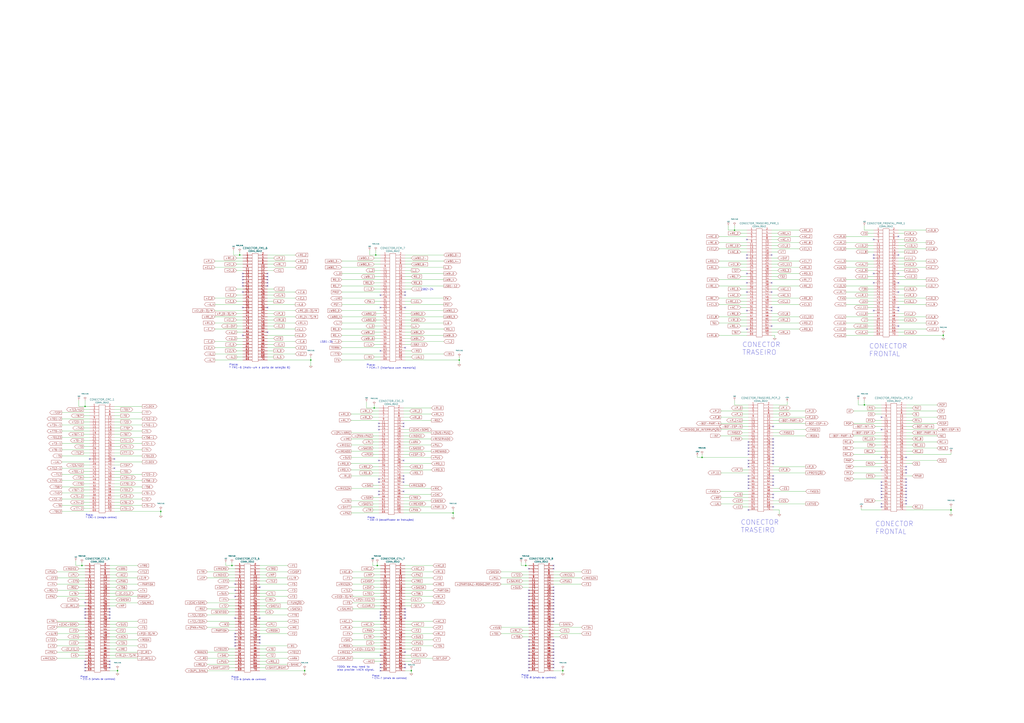
<source format=kicad_sch>
(kicad_sch (version 20250114) (generator "eeschema") (generator_version "9.0")
  (paper "A1")
  (lib_symbols
    (symbol "CDE-3-rescue:CONN_35X2-RESCUE-CDE-3" (pin_names (offset 0.254) (hide yes))
      (property "Reference" "P" (at 0 45.72 0))
      (property "Value" "CONN_35X2-RESCUE-CDE-3" (at 0 0 90))
      (symbol "CONN_35X2-RESCUE-CDE-3_1_1"
        (pin passive line (at -10.16 43.18 0) (length 7.62) (name "P1") (number "1"))
        (pin passive line (at -10.16 40.64 0) (length 7.62) (name "P3") (number "3"))
        (pin passive line (at -10.16 38.1 0) (length 7.62) (name "P5") (number "5"))
        (pin passive line (at -10.16 35.56 0) (length 7.62) (name "P7") (number "7"))
        (pin passive line (at -10.16 33.02 0) (length 7.62) (name "P9") (number "9"))
        (pin passive line (at -10.16 30.48 0) (length 7.62) (name "P11") (number "11"))
        (pin passive line (at -10.16 27.94 0) (length 7.62) (name "P13") (number "13"))
        (pin passive line (at -10.16 25.4 0) (length 7.62) (name "P15") (number "15"))
        (pin passive line (at -10.16 22.86 0) (length 7.62) (name "P17") (number "17"))
        (pin passive line (at -10.16 20.32 0) (length 7.62) (name "P19") (number "19"))
        (pin passive line (at -10.16 17.78 0) (length 7.62) (name "P21") (number "21"))
        (pin passive line (at -10.16 15.24 0) (length 7.62) (name "P23") (number "23"))
        (pin passive line (at -10.16 12.7 0) (length 7.62) (name "~") (number "25"))
        (pin passive line (at -10.16 10.16 0) (length 7.62) (name "P27") (number "27"))
        (pin passive line (at -10.16 7.62 0) (length 7.62) (name "P29") (number "29"))
        (pin passive line (at -10.16 5.08 0) (length 7.62) (name "P31") (number "31"))
        (pin passive line (at -10.16 2.54 0) (length 7.62) (name "P33") (number "33"))
        (pin passive line (at -10.16 0 0) (length 7.62) (name "P35") (number "35"))
        (pin passive line (at -10.16 -2.54 0) (length 7.62) (name "P37") (number "37"))
        (pin passive line (at -10.16 -5.08 0) (length 7.62) (name "P39") (number "39"))
        (pin passive line (at -10.16 -7.62 0) (length 7.62) (name "P41") (number "41"))
        (pin passive line (at -10.16 -10.16 0) (length 7.62) (name "P43") (number "43"))
        (pin passive line (at -10.16 -12.7 0) (length 7.62) (name "P45") (number "45"))
        (pin passive line (at -10.16 -15.24 0) (length 7.62) (name "P47") (number "47"))
        (pin passive line (at -10.16 -17.78 0) (length 7.62) (name "P49") (number "49"))
        (pin passive line (at -10.16 -20.32 0) (length 7.62) (name "P51") (number "51"))
        (pin passive line (at -10.16 -22.86 0) (length 7.62) (name "P53") (number "53"))
        (pin passive line (at -10.16 -25.4 0) (length 7.62) (name "P55") (number "55"))
        (pin passive line (at -10.16 -27.94 0) (length 7.62) (name "P57") (number "57"))
        (pin passive line (at -10.16 -30.48 0) (length 7.62) (name "P59") (number "59"))
        (pin passive line (at -10.16 -33.02 0) (length 7.62) (name "P61") (number "61"))
        (pin passive line (at -10.16 -35.56 0) (length 7.62) (name "P63") (number "63"))
        (pin passive line (at -10.16 -38.1 0) (length 7.62) (name "P65") (number "65"))
        (pin passive line (at -10.16 -40.64 0) (length 7.62) (name "P67") (number "67"))
        (pin passive line (at -10.16 -43.18 0) (length 7.62) (name "P69") (number "69"))
        (pin passive line (at 10.16 43.18 180) (length 7.62) (name "P2") (number "2"))
        (pin passive line (at 10.16 40.64 180) (length 7.62) (name "P4") (number "4"))
        (pin passive line (at 10.16 38.1 180) (length 7.62) (name "P6") (number "6"))
        (pin passive line (at 10.16 35.56 180) (length 7.62) (name "P8") (number "8"))
        (pin passive line (at 10.16 33.02 180) (length 7.62) (name "P10") (number "10"))
        (pin passive line (at 10.16 30.48 180) (length 7.62) (name "P12") (number "12"))
        (pin passive line (at 10.16 27.94 180) (length 7.62) (name "P14") (number "14"))
        (pin passive line (at 10.16 25.4 180) (length 7.62) (name "P16") (number "16"))
        (pin passive line (at 10.16 22.86 180) (length 7.62) (name "P18") (number "18"))
        (pin passive line (at 10.16 20.32 180) (length 7.62) (name "P20") (number "20"))
        (pin passive line (at 10.16 17.78 180) (length 7.62) (name "P22") (number "22"))
        (pin passive line (at 10.16 15.24 180) (length 7.62) (name "P24") (number "24"))
        (pin passive line (at 10.16 12.7 180) (length 7.62) (name "P26") (number "26"))
        (pin passive line (at 10.16 10.16 180) (length 7.62) (name "P28") (number "28"))
        (pin passive line (at 10.16 7.62 180) (length 7.62) (name "P30") (number "30"))
        (pin passive line (at 10.16 5.08 180) (length 7.62) (name "P32") (number "32"))
        (pin passive line (at 10.16 2.54 180) (length 7.62) (name "P34") (number "34"))
        (pin passive line (at 10.16 0 180) (length 7.62) (name "P36") (number "36"))
        (pin passive line (at 10.16 -2.54 180) (length 7.62) (name "P38") (number "38"))
        (pin passive line (at 10.16 -5.08 180) (length 7.62) (name "P40") (number "40"))
        (pin passive line (at 10.16 -7.62 180) (length 7.62) (name "P42") (number "42"))
        (pin passive line (at 10.16 -10.16 180) (length 7.62) (name "P44") (number "44"))
        (pin passive line (at 10.16 -12.7 180) (length 7.62) (name "P46") (number "46"))
        (pin passive line (at 10.16 -15.24 180) (length 7.62) (name "P48") (number "48"))
        (pin passive line (at 10.16 -17.78 180) (length 7.62) (name "P50") (number "50"))
        (pin passive line (at 10.16 -20.32 180) (length 7.62) (name "P52") (number "52"))
        (pin passive line (at 10.16 -22.86 180) (length 7.62) (name "P54") (number "54"))
        (pin passive line (at 10.16 -25.4 180) (length 7.62) (name "P56") (number "56"))
        (pin passive line (at 10.16 -27.94 180) (length 7.62) (name "P58") (number "58"))
        (pin passive line (at 10.16 -30.48 180) (length 7.62) (name "P60") (number "60"))
        (pin passive line (at 10.16 -33.02 180) (length 7.62) (name "P62") (number "62"))
        (pin passive line (at 10.16 -35.56 180) (length 7.62) (name "P64") (number "64"))
        (pin passive line (at 10.16 -38.1 180) (length 7.62) (name "P66") (number "66"))
        (pin passive line (at 10.16 -40.64 180) (length 7.62) (name "P68") (number "68"))
        (pin passive line (at 10.16 -43.18 180) (length 7.62) (name "P70") (number "70"))
      )
    )
    (symbol "CDE-3-rescue:GND-RESCUE-CDE-3" (power) (pin_names (offset 0))
      (symbol "GND-RESCUE-CDE-3_1_1"
        (pin power_in line (at 0 0 90) (length 0) (hide yes) (name "GND") (number "1"))
      )
    )
    (symbol "CDE-3-rescue:PWR_FLAG-power" (power) (pin_numbers (hide yes)) (pin_names (offset 0) (hide yes))
      (property "Value" "power:PWR_FLAG" (at 0 3.81 0))
      (symbol "PWR_FLAG-power_0_0"
        (pin power_out line (at 0 0 90) (length 0) (name "pwr") (number "1"))
      )
    )
    (symbol "CDE-3-rescue:VCC-power" (power) (pin_names (offset 0))
      (property "Value" "power:VCC" (at 0 3.81 0))
      (symbol "VCC-power_1_1"
        (pin power_in line (at 0 0 90) (length 0) (hide yes) (name "VCC") (number "1"))
      )
    )
    (symbol "CRC-1-rescue:CONN_35X2" (pin_names (offset 0.254) (hide yes))
      (property "Reference" "P" (at 0 45.72 0))
      (property "Value" "CONN_35X2" (at 0 0 90))
      (symbol "CONN_35X2_1_1"
        (pin passive line (at -10.16 43.18 0) (length 7.62) (name "P1") (number "1"))
        (pin passive line (at -10.16 40.64 0) (length 7.62) (name "P3") (number "3"))
        (pin passive line (at -10.16 38.1 0) (length 7.62) (name "P5") (number "5"))
        (pin passive line (at -10.16 35.56 0) (length 7.62) (name "P7") (number "7"))
        (pin passive line (at -10.16 33.02 0) (length 7.62) (name "P9") (number "9"))
        (pin passive line (at -10.16 30.48 0) (length 7.62) (name "P11") (number "11"))
        (pin passive line (at -10.16 27.94 0) (length 7.62) (name "P13") (number "13"))
        (pin passive line (at -10.16 25.4 0) (length 7.62) (name "P15") (number "15"))
        (pin passive line (at -10.16 22.86 0) (length 7.62) (name "P17") (number "17"))
        (pin passive line (at -10.16 20.32 0) (length 7.62) (name "P19") (number "19"))
        (pin passive line (at -10.16 17.78 0) (length 7.62) (name "P21") (number "21"))
        (pin passive line (at -10.16 15.24 0) (length 7.62) (name "P23") (number "23"))
        (pin passive line (at -10.16 12.7 0) (length 7.62) (name "~") (number "25"))
        (pin passive line (at -10.16 10.16 0) (length 7.62) (name "P27") (number "27"))
        (pin passive line (at -10.16 7.62 0) (length 7.62) (name "P29") (number "29"))
        (pin passive line (at -10.16 5.08 0) (length 7.62) (name "P31") (number "31"))
        (pin passive line (at -10.16 2.54 0) (length 7.62) (name "P33") (number "33"))
        (pin passive line (at -10.16 0 0) (length 7.62) (name "P35") (number "35"))
        (pin passive line (at -10.16 -2.54 0) (length 7.62) (name "P37") (number "37"))
        (pin passive line (at -10.16 -5.08 0) (length 7.62) (name "P39") (number "39"))
        (pin passive line (at -10.16 -7.62 0) (length 7.62) (name "P41") (number "41"))
        (pin passive line (at -10.16 -10.16 0) (length 7.62) (name "P43") (number "43"))
        (pin passive line (at -10.16 -12.7 0) (length 7.62) (name "P45") (number "45"))
        (pin passive line (at -10.16 -15.24 0) (length 7.62) (name "P47") (number "47"))
        (pin passive line (at -10.16 -17.78 0) (length 7.62) (name "P49") (number "49"))
        (pin passive line (at -10.16 -20.32 0) (length 7.62) (name "P51") (number "51"))
        (pin passive line (at -10.16 -22.86 0) (length 7.62) (name "P53") (number "53"))
        (pin passive line (at -10.16 -25.4 0) (length 7.62) (name "P55") (number "55"))
        (pin passive line (at -10.16 -27.94 0) (length 7.62) (name "P57") (number "57"))
        (pin passive line (at -10.16 -30.48 0) (length 7.62) (name "P59") (number "59"))
        (pin passive line (at -10.16 -33.02 0) (length 7.62) (name "P61") (number "61"))
        (pin passive line (at -10.16 -35.56 0) (length 7.62) (name "P63") (number "63"))
        (pin passive line (at -10.16 -38.1 0) (length 7.62) (name "P65") (number "65"))
        (pin passive line (at -10.16 -40.64 0) (length 7.62) (name "P67") (number "67"))
        (pin passive line (at -10.16 -43.18 0) (length 7.62) (name "P69") (number "69"))
        (pin passive line (at 10.16 43.18 180) (length 7.62) (name "P2") (number "2"))
        (pin passive line (at 10.16 40.64 180) (length 7.62) (name "P4") (number "4"))
        (pin passive line (at 10.16 38.1 180) (length 7.62) (name "P6") (number "6"))
        (pin passive line (at 10.16 35.56 180) (length 7.62) (name "P8") (number "8"))
        (pin passive line (at 10.16 33.02 180) (length 7.62) (name "P10") (number "10"))
        (pin passive line (at 10.16 30.48 180) (length 7.62) (name "P12") (number "12"))
        (pin passive line (at 10.16 27.94 180) (length 7.62) (name "P14") (number "14"))
        (pin passive line (at 10.16 25.4 180) (length 7.62) (name "P16") (number "16"))
        (pin passive line (at 10.16 22.86 180) (length 7.62) (name "P18") (number "18"))
        (pin passive line (at 10.16 20.32 180) (length 7.62) (name "P20") (number "20"))
        (pin passive line (at 10.16 17.78 180) (length 7.62) (name "P22") (number "22"))
        (pin passive line (at 10.16 15.24 180) (length 7.62) (name "P24") (number "24"))
        (pin passive line (at 10.16 12.7 180) (length 7.62) (name "P26") (number "26"))
        (pin passive line (at 10.16 10.16 180) (length 7.62) (name "P28") (number "28"))
        (pin passive line (at 10.16 7.62 180) (length 7.62) (name "P30") (number "30"))
        (pin passive line (at 10.16 5.08 180) (length 7.62) (name "P32") (number "32"))
        (pin passive line (at 10.16 2.54 180) (length 7.62) (name "P34") (number "34"))
        (pin passive line (at 10.16 0 180) (length 7.62) (name "P36") (number "36"))
        (pin passive line (at 10.16 -2.54 180) (length 7.62) (name "P38") (number "38"))
        (pin passive line (at 10.16 -5.08 180) (length 7.62) (name "P40") (number "40"))
        (pin passive line (at 10.16 -7.62 180) (length 7.62) (name "P42") (number "42"))
        (pin passive line (at 10.16 -10.16 180) (length 7.62) (name "P44") (number "44"))
        (pin passive line (at 10.16 -12.7 180) (length 7.62) (name "P46") (number "46"))
        (pin passive line (at 10.16 -15.24 180) (length 7.62) (name "P48") (number "48"))
        (pin passive line (at 10.16 -17.78 180) (length 7.62) (name "P50") (number "50"))
        (pin passive line (at 10.16 -20.32 180) (length 7.62) (name "P52") (number "52"))
        (pin passive line (at 10.16 -22.86 180) (length 7.62) (name "P54") (number "54"))
        (pin passive line (at 10.16 -25.4 180) (length 7.62) (name "P56") (number "56"))
        (pin passive line (at 10.16 -27.94 180) (length 7.62) (name "P58") (number "58"))
        (pin passive line (at 10.16 -30.48 180) (length 7.62) (name "P60") (number "60"))
        (pin passive line (at 10.16 -33.02 180) (length 7.62) (name "P62") (number "62"))
        (pin passive line (at 10.16 -35.56 180) (length 7.62) (name "P64") (number "64"))
        (pin passive line (at 10.16 -38.1 180) (length 7.62) (name "P66") (number "66"))
        (pin passive line (at 10.16 -40.64 180) (length 7.62) (name "P68") (number "68"))
        (pin passive line (at 10.16 -43.18 180) (length 7.62) (name "P70") (number "70"))
      )
    )
    (symbol "CRC-1-rescue:GND" (power) (pin_names (offset 0))
      (symbol "GND_1_1"
        (pin power_in line (at 0 0 90) (length 0) (hide yes) (name "GND") (number "1"))
      )
    )
    (symbol "CRC-1-rescue:PWR_FLAG-power" (power) (pin_numbers (hide yes)) (pin_names (offset 0) (hide yes))
      (property "Value" "power:PWR_FLAG" (at 0 3.81 0))
      (symbol "PWR_FLAG-power_0_0"
        (pin power_out line (at 0 0 90) (length 0) (name "pwr") (number "1"))
      )
    )
    (symbol "CRC-1-rescue:VCC-power" (power) (pin_names (offset 0))
      (property "Value" "power:VCC" (at 0 3.81 0))
      (symbol "VCC-power_1_1"
        (pin power_in line (at 0 0 90) (length 0) (hide yes) (name "VCC") (number "1"))
      )
    )
    (symbol "CT2-5-rescue:CONN_35X2" (pin_names (offset 0.254) (hide yes))
      (property "Reference" "P" (at 0 45.72 0))
      (property "Value" "CONN_35X2" (at 0 0 90))
      (symbol "CONN_35X2_1_1"
        (pin passive line (at -10.16 43.18 0) (length 7.62) (name "P1") (number "1"))
        (pin passive line (at -10.16 40.64 0) (length 7.62) (name "P3") (number "3"))
        (pin passive line (at -10.16 38.1 0) (length 7.62) (name "P5") (number "5"))
        (pin passive line (at -10.16 35.56 0) (length 7.62) (name "P7") (number "7"))
        (pin passive line (at -10.16 33.02 0) (length 7.62) (name "P9") (number "9"))
        (pin passive line (at -10.16 30.48 0) (length 7.62) (name "P11") (number "11"))
        (pin passive line (at -10.16 27.94 0) (length 7.62) (name "P13") (number "13"))
        (pin passive line (at -10.16 25.4 0) (length 7.62) (name "P15") (number "15"))
        (pin passive line (at -10.16 22.86 0) (length 7.62) (name "P17") (number "17"))
        (pin passive line (at -10.16 20.32 0) (length 7.62) (name "P19") (number "19"))
        (pin passive line (at -10.16 17.78 0) (length 7.62) (name "P21") (number "21"))
        (pin passive line (at -10.16 15.24 0) (length 7.62) (name "P23") (number "23"))
        (pin passive line (at -10.16 12.7 0) (length 7.62) (name "~") (number "25"))
        (pin passive line (at -10.16 10.16 0) (length 7.62) (name "P27") (number "27"))
        (pin passive line (at -10.16 7.62 0) (length 7.62) (name "P29") (number "29"))
        (pin passive line (at -10.16 5.08 0) (length 7.62) (name "P31") (number "31"))
        (pin passive line (at -10.16 2.54 0) (length 7.62) (name "P33") (number "33"))
        (pin passive line (at -10.16 0 0) (length 7.62) (name "P35") (number "35"))
        (pin passive line (at -10.16 -2.54 0) (length 7.62) (name "P37") (number "37"))
        (pin passive line (at -10.16 -5.08 0) (length 7.62) (name "P39") (number "39"))
        (pin passive line (at -10.16 -7.62 0) (length 7.62) (name "P41") (number "41"))
        (pin passive line (at -10.16 -10.16 0) (length 7.62) (name "P43") (number "43"))
        (pin passive line (at -10.16 -12.7 0) (length 7.62) (name "P45") (number "45"))
        (pin passive line (at -10.16 -15.24 0) (length 7.62) (name "P47") (number "47"))
        (pin passive line (at -10.16 -17.78 0) (length 7.62) (name "P49") (number "49"))
        (pin passive line (at -10.16 -20.32 0) (length 7.62) (name "P51") (number "51"))
        (pin passive line (at -10.16 -22.86 0) (length 7.62) (name "P53") (number "53"))
        (pin passive line (at -10.16 -25.4 0) (length 7.62) (name "P55") (number "55"))
        (pin passive line (at -10.16 -27.94 0) (length 7.62) (name "P57") (number "57"))
        (pin passive line (at -10.16 -30.48 0) (length 7.62) (name "P59") (number "59"))
        (pin passive line (at -10.16 -33.02 0) (length 7.62) (name "P61") (number "61"))
        (pin passive line (at -10.16 -35.56 0) (length 7.62) (name "P63") (number "63"))
        (pin passive line (at -10.16 -38.1 0) (length 7.62) (name "P65") (number "65"))
        (pin passive line (at -10.16 -40.64 0) (length 7.62) (name "P67") (number "67"))
        (pin passive line (at -10.16 -43.18 0) (length 7.62) (name "P69") (number "69"))
        (pin passive line (at 10.16 43.18 180) (length 7.62) (name "P2") (number "2"))
        (pin passive line (at 10.16 40.64 180) (length 7.62) (name "P4") (number "4"))
        (pin passive line (at 10.16 38.1 180) (length 7.62) (name "P6") (number "6"))
        (pin passive line (at 10.16 35.56 180) (length 7.62) (name "P8") (number "8"))
        (pin passive line (at 10.16 33.02 180) (length 7.62) (name "P10") (number "10"))
        (pin passive line (at 10.16 30.48 180) (length 7.62) (name "P12") (number "12"))
        (pin passive line (at 10.16 27.94 180) (length 7.62) (name "P14") (number "14"))
        (pin passive line (at 10.16 25.4 180) (length 7.62) (name "P16") (number "16"))
        (pin passive line (at 10.16 22.86 180) (length 7.62) (name "P18") (number "18"))
        (pin passive line (at 10.16 20.32 180) (length 7.62) (name "P20") (number "20"))
        (pin passive line (at 10.16 17.78 180) (length 7.62) (name "P22") (number "22"))
        (pin passive line (at 10.16 15.24 180) (length 7.62) (name "P24") (number "24"))
        (pin passive line (at 10.16 12.7 180) (length 7.62) (name "P26") (number "26"))
        (pin passive line (at 10.16 10.16 180) (length 7.62) (name "P28") (number "28"))
        (pin passive line (at 10.16 7.62 180) (length 7.62) (name "P30") (number "30"))
        (pin passive line (at 10.16 5.08 180) (length 7.62) (name "P32") (number "32"))
        (pin passive line (at 10.16 2.54 180) (length 7.62) (name "P34") (number "34"))
        (pin passive line (at 10.16 0 180) (length 7.62) (name "P36") (number "36"))
        (pin passive line (at 10.16 -2.54 180) (length 7.62) (name "P38") (number "38"))
        (pin passive line (at 10.16 -5.08 180) (length 7.62) (name "P40") (number "40"))
        (pin passive line (at 10.16 -7.62 180) (length 7.62) (name "P42") (number "42"))
        (pin passive line (at 10.16 -10.16 180) (length 7.62) (name "P44") (number "44"))
        (pin passive line (at 10.16 -12.7 180) (length 7.62) (name "P46") (number "46"))
        (pin passive line (at 10.16 -15.24 180) (length 7.62) (name "P48") (number "48"))
        (pin passive line (at 10.16 -17.78 180) (length 7.62) (name "P50") (number "50"))
        (pin passive line (at 10.16 -20.32 180) (length 7.62) (name "P52") (number "52"))
        (pin passive line (at 10.16 -22.86 180) (length 7.62) (name "P54") (number "54"))
        (pin passive line (at 10.16 -25.4 180) (length 7.62) (name "P56") (number "56"))
        (pin passive line (at 10.16 -27.94 180) (length 7.62) (name "P58") (number "58"))
        (pin passive line (at 10.16 -30.48 180) (length 7.62) (name "P60") (number "60"))
        (pin passive line (at 10.16 -33.02 180) (length 7.62) (name "P62") (number "62"))
        (pin passive line (at 10.16 -35.56 180) (length 7.62) (name "P64") (number "64"))
        (pin passive line (at 10.16 -38.1 180) (length 7.62) (name "P66") (number "66"))
        (pin passive line (at 10.16 -40.64 180) (length 7.62) (name "P68") (number "68"))
        (pin passive line (at 10.16 -43.18 180) (length 7.62) (name "P70") (number "70"))
      )
    )
    (symbol "CT2-5-rescue:GND" (power) (pin_names (offset 0))
      (symbol "GND_1_1"
        (pin power_in line (at 0 0 90) (length 0) (hide yes) (name "GND") (number "1"))
      )
    )
    (symbol "CT2-5-rescue:PWR_FLAG-power" (power) (pin_numbers (hide yes)) (pin_names (offset 0) (hide yes))
      (property "Value" "power:PWR_FLAG" (at 0 3.81 0))
      (symbol "PWR_FLAG-power_0_0"
        (pin power_out line (at 0 0 90) (length 0) (name "pwr") (number "1"))
      )
    )
    (symbol "CT2-5-rescue:VCC-power" (power) (pin_names (offset 0))
      (property "Value" "power:VCC" (at 0 3.81 0))
      (symbol "VCC-power_1_1"
        (pin power_in line (at 0 0 90) (length 0) (hide yes) (name "VCC") (number "1"))
      )
    )
    (symbol "CT3-6-rescue:CONN_35X2" (pin_names (offset 0.254) (hide yes))
      (property "Reference" "P" (at 0 45.72 0))
      (property "Value" "CONN_35X2" (at 0 0 90))
      (symbol "CONN_35X2_1_1"
        (pin passive line (at -10.16 43.18 0) (length 7.62) (name "P1") (number "1"))
        (pin passive line (at -10.16 40.64 0) (length 7.62) (name "P3") (number "3"))
        (pin passive line (at -10.16 38.1 0) (length 7.62) (name "P5") (number "5"))
        (pin passive line (at -10.16 35.56 0) (length 7.62) (name "P7") (number "7"))
        (pin passive line (at -10.16 33.02 0) (length 7.62) (name "P9") (number "9"))
        (pin passive line (at -10.16 30.48 0) (length 7.62) (name "P11") (number "11"))
        (pin passive line (at -10.16 27.94 0) (length 7.62) (name "P13") (number "13"))
        (pin passive line (at -10.16 25.4 0) (length 7.62) (name "P15") (number "15"))
        (pin passive line (at -10.16 22.86 0) (length 7.62) (name "P17") (number "17"))
        (pin passive line (at -10.16 20.32 0) (length 7.62) (name "P19") (number "19"))
        (pin passive line (at -10.16 17.78 0) (length 7.62) (name "P21") (number "21"))
        (pin passive line (at -10.16 15.24 0) (length 7.62) (name "P23") (number "23"))
        (pin passive line (at -10.16 12.7 0) (length 7.62) (name "~") (number "25"))
        (pin passive line (at -10.16 10.16 0) (length 7.62) (name "P27") (number "27"))
        (pin passive line (at -10.16 7.62 0) (length 7.62) (name "P29") (number "29"))
        (pin passive line (at -10.16 5.08 0) (length 7.62) (name "P31") (number "31"))
        (pin passive line (at -10.16 2.54 0) (length 7.62) (name "P33") (number "33"))
        (pin passive line (at -10.16 0 0) (length 7.62) (name "P35") (number "35"))
        (pin passive line (at -10.16 -2.54 0) (length 7.62) (name "P37") (number "37"))
        (pin passive line (at -10.16 -5.08 0) (length 7.62) (name "P39") (number "39"))
        (pin passive line (at -10.16 -7.62 0) (length 7.62) (name "P41") (number "41"))
        (pin passive line (at -10.16 -10.16 0) (length 7.62) (name "P43") (number "43"))
        (pin passive line (at -10.16 -12.7 0) (length 7.62) (name "P45") (number "45"))
        (pin passive line (at -10.16 -15.24 0) (length 7.62) (name "P47") (number "47"))
        (pin passive line (at -10.16 -17.78 0) (length 7.62) (name "P49") (number "49"))
        (pin passive line (at -10.16 -20.32 0) (length 7.62) (name "P51") (number "51"))
        (pin passive line (at -10.16 -22.86 0) (length 7.62) (name "P53") (number "53"))
        (pin passive line (at -10.16 -25.4 0) (length 7.62) (name "P55") (number "55"))
        (pin passive line (at -10.16 -27.94 0) (length 7.62) (name "P57") (number "57"))
        (pin passive line (at -10.16 -30.48 0) (length 7.62) (name "P59") (number "59"))
        (pin passive line (at -10.16 -33.02 0) (length 7.62) (name "P61") (number "61"))
        (pin passive line (at -10.16 -35.56 0) (length 7.62) (name "P63") (number "63"))
        (pin passive line (at -10.16 -38.1 0) (length 7.62) (name "P65") (number "65"))
        (pin passive line (at -10.16 -40.64 0) (length 7.62) (name "P67") (number "67"))
        (pin passive line (at -10.16 -43.18 0) (length 7.62) (name "P69") (number "69"))
        (pin passive line (at 10.16 43.18 180) (length 7.62) (name "P2") (number "2"))
        (pin passive line (at 10.16 40.64 180) (length 7.62) (name "P4") (number "4"))
        (pin passive line (at 10.16 38.1 180) (length 7.62) (name "P6") (number "6"))
        (pin passive line (at 10.16 35.56 180) (length 7.62) (name "P8") (number "8"))
        (pin passive line (at 10.16 33.02 180) (length 7.62) (name "P10") (number "10"))
        (pin passive line (at 10.16 30.48 180) (length 7.62) (name "P12") (number "12"))
        (pin passive line (at 10.16 27.94 180) (length 7.62) (name "P14") (number "14"))
        (pin passive line (at 10.16 25.4 180) (length 7.62) (name "P16") (number "16"))
        (pin passive line (at 10.16 22.86 180) (length 7.62) (name "P18") (number "18"))
        (pin passive line (at 10.16 20.32 180) (length 7.62) (name "P20") (number "20"))
        (pin passive line (at 10.16 17.78 180) (length 7.62) (name "P22") (number "22"))
        (pin passive line (at 10.16 15.24 180) (length 7.62) (name "P24") (number "24"))
        (pin passive line (at 10.16 12.7 180) (length 7.62) (name "P26") (number "26"))
        (pin passive line (at 10.16 10.16 180) (length 7.62) (name "P28") (number "28"))
        (pin passive line (at 10.16 7.62 180) (length 7.62) (name "P30") (number "30"))
        (pin passive line (at 10.16 5.08 180) (length 7.62) (name "P32") (number "32"))
        (pin passive line (at 10.16 2.54 180) (length 7.62) (name "P34") (number "34"))
        (pin passive line (at 10.16 0 180) (length 7.62) (name "P36") (number "36"))
        (pin passive line (at 10.16 -2.54 180) (length 7.62) (name "P38") (number "38"))
        (pin passive line (at 10.16 -5.08 180) (length 7.62) (name "P40") (number "40"))
        (pin passive line (at 10.16 -7.62 180) (length 7.62) (name "P42") (number "42"))
        (pin passive line (at 10.16 -10.16 180) (length 7.62) (name "P44") (number "44"))
        (pin passive line (at 10.16 -12.7 180) (length 7.62) (name "P46") (number "46"))
        (pin passive line (at 10.16 -15.24 180) (length 7.62) (name "P48") (number "48"))
        (pin passive line (at 10.16 -17.78 180) (length 7.62) (name "P50") (number "50"))
        (pin passive line (at 10.16 -20.32 180) (length 7.62) (name "P52") (number "52"))
        (pin passive line (at 10.16 -22.86 180) (length 7.62) (name "P54") (number "54"))
        (pin passive line (at 10.16 -25.4 180) (length 7.62) (name "P56") (number "56"))
        (pin passive line (at 10.16 -27.94 180) (length 7.62) (name "P58") (number "58"))
        (pin passive line (at 10.16 -30.48 180) (length 7.62) (name "P60") (number "60"))
        (pin passive line (at 10.16 -33.02 180) (length 7.62) (name "P62") (number "62"))
        (pin passive line (at 10.16 -35.56 180) (length 7.62) (name "P64") (number "64"))
        (pin passive line (at 10.16 -38.1 180) (length 7.62) (name "P66") (number "66"))
        (pin passive line (at 10.16 -40.64 180) (length 7.62) (name "P68") (number "68"))
        (pin passive line (at 10.16 -43.18 180) (length 7.62) (name "P70") (number "70"))
      )
    )
    (symbol "CT3-6-rescue:GND" (power) (pin_names (offset 0))
      (symbol "GND_1_1"
        (pin power_in line (at 0 0 90) (length 0) (hide yes) (name "GND") (number "1"))
      )
    )
    (symbol "CT3-6-rescue:PWR_FLAG-power" (power) (pin_numbers (hide yes)) (pin_names (offset 0) (hide yes))
      (property "Value" "power:PWR_FLAG" (at 0 3.81 0))
      (symbol "PWR_FLAG-power_0_0"
        (pin power_out line (at 0 0 90) (length 0) (name "pwr") (number "1"))
      )
    )
    (symbol "CT3-6-rescue:VCC-power" (power) (pin_names (offset 0))
      (property "Value" "power:VCC" (at 0 3.81 0))
      (symbol "VCC-power_1_1"
        (pin power_in line (at 0 0 90) (length 0) (hide yes) (name "VCC") (number "1"))
      )
    )
    (symbol "CT4-7-rescue:CONN_35X2" (pin_names (offset 0.254) (hide yes))
      (property "Reference" "P" (at 0 45.72 0))
      (property "Value" "CONN_35X2" (at 0 0 90))
      (symbol "CONN_35X2_1_1"
        (pin passive line (at -10.16 43.18 0) (length 7.62) (name "P1") (number "1"))
        (pin passive line (at -10.16 40.64 0) (length 7.62) (name "P3") (number "3"))
        (pin passive line (at -10.16 38.1 0) (length 7.62) (name "P5") (number "5"))
        (pin passive line (at -10.16 35.56 0) (length 7.62) (name "P7") (number "7"))
        (pin passive line (at -10.16 33.02 0) (length 7.62) (name "P9") (number "9"))
        (pin passive line (at -10.16 30.48 0) (length 7.62) (name "P11") (number "11"))
        (pin passive line (at -10.16 27.94 0) (length 7.62) (name "P13") (number "13"))
        (pin passive line (at -10.16 25.4 0) (length 7.62) (name "P15") (number "15"))
        (pin passive line (at -10.16 22.86 0) (length 7.62) (name "P17") (number "17"))
        (pin passive line (at -10.16 20.32 0) (length 7.62) (name "P19") (number "19"))
        (pin passive line (at -10.16 17.78 0) (length 7.62) (name "P21") (number "21"))
        (pin passive line (at -10.16 15.24 0) (length 7.62) (name "P23") (number "23"))
        (pin passive line (at -10.16 12.7 0) (length 7.62) (name "~") (number "25"))
        (pin passive line (at -10.16 10.16 0) (length 7.62) (name "P27") (number "27"))
        (pin passive line (at -10.16 7.62 0) (length 7.62) (name "P29") (number "29"))
        (pin passive line (at -10.16 5.08 0) (length 7.62) (name "P31") (number "31"))
        (pin passive line (at -10.16 2.54 0) (length 7.62) (name "P33") (number "33"))
        (pin passive line (at -10.16 0 0) (length 7.62) (name "P35") (number "35"))
        (pin passive line (at -10.16 -2.54 0) (length 7.62) (name "P37") (number "37"))
        (pin passive line (at -10.16 -5.08 0) (length 7.62) (name "P39") (number "39"))
        (pin passive line (at -10.16 -7.62 0) (length 7.62) (name "P41") (number "41"))
        (pin passive line (at -10.16 -10.16 0) (length 7.62) (name "P43") (number "43"))
        (pin passive line (at -10.16 -12.7 0) (length 7.62) (name "P45") (number "45"))
        (pin passive line (at -10.16 -15.24 0) (length 7.62) (name "P47") (number "47"))
        (pin passive line (at -10.16 -17.78 0) (length 7.62) (name "P49") (number "49"))
        (pin passive line (at -10.16 -20.32 0) (length 7.62) (name "P51") (number "51"))
        (pin passive line (at -10.16 -22.86 0) (length 7.62) (name "P53") (number "53"))
        (pin passive line (at -10.16 -25.4 0) (length 7.62) (name "P55") (number "55"))
        (pin passive line (at -10.16 -27.94 0) (length 7.62) (name "P57") (number "57"))
        (pin passive line (at -10.16 -30.48 0) (length 7.62) (name "P59") (number "59"))
        (pin passive line (at -10.16 -33.02 0) (length 7.62) (name "P61") (number "61"))
        (pin passive line (at -10.16 -35.56 0) (length 7.62) (name "P63") (number "63"))
        (pin passive line (at -10.16 -38.1 0) (length 7.62) (name "P65") (number "65"))
        (pin passive line (at -10.16 -40.64 0) (length 7.62) (name "P67") (number "67"))
        (pin passive line (at -10.16 -43.18 0) (length 7.62) (name "P69") (number "69"))
        (pin passive line (at 10.16 43.18 180) (length 7.62) (name "P2") (number "2"))
        (pin passive line (at 10.16 40.64 180) (length 7.62) (name "P4") (number "4"))
        (pin passive line (at 10.16 38.1 180) (length 7.62) (name "P6") (number "6"))
        (pin passive line (at 10.16 35.56 180) (length 7.62) (name "P8") (number "8"))
        (pin passive line (at 10.16 33.02 180) (length 7.62) (name "P10") (number "10"))
        (pin passive line (at 10.16 30.48 180) (length 7.62) (name "P12") (number "12"))
        (pin passive line (at 10.16 27.94 180) (length 7.62) (name "P14") (number "14"))
        (pin passive line (at 10.16 25.4 180) (length 7.62) (name "P16") (number "16"))
        (pin passive line (at 10.16 22.86 180) (length 7.62) (name "P18") (number "18"))
        (pin passive line (at 10.16 20.32 180) (length 7.62) (name "P20") (number "20"))
        (pin passive line (at 10.16 17.78 180) (length 7.62) (name "P22") (number "22"))
        (pin passive line (at 10.16 15.24 180) (length 7.62) (name "P24") (number "24"))
        (pin passive line (at 10.16 12.7 180) (length 7.62) (name "P26") (number "26"))
        (pin passive line (at 10.16 10.16 180) (length 7.62) (name "P28") (number "28"))
        (pin passive line (at 10.16 7.62 180) (length 7.62) (name "P30") (number "30"))
        (pin passive line (at 10.16 5.08 180) (length 7.62) (name "P32") (number "32"))
        (pin passive line (at 10.16 2.54 180) (length 7.62) (name "P34") (number "34"))
        (pin passive line (at 10.16 0 180) (length 7.62) (name "P36") (number "36"))
        (pin passive line (at 10.16 -2.54 180) (length 7.62) (name "P38") (number "38"))
        (pin passive line (at 10.16 -5.08 180) (length 7.62) (name "P40") (number "40"))
        (pin passive line (at 10.16 -7.62 180) (length 7.62) (name "P42") (number "42"))
        (pin passive line (at 10.16 -10.16 180) (length 7.62) (name "P44") (number "44"))
        (pin passive line (at 10.16 -12.7 180) (length 7.62) (name "P46") (number "46"))
        (pin passive line (at 10.16 -15.24 180) (length 7.62) (name "P48") (number "48"))
        (pin passive line (at 10.16 -17.78 180) (length 7.62) (name "P50") (number "50"))
        (pin passive line (at 10.16 -20.32 180) (length 7.62) (name "P52") (number "52"))
        (pin passive line (at 10.16 -22.86 180) (length 7.62) (name "P54") (number "54"))
        (pin passive line (at 10.16 -25.4 180) (length 7.62) (name "P56") (number "56"))
        (pin passive line (at 10.16 -27.94 180) (length 7.62) (name "P58") (number "58"))
        (pin passive line (at 10.16 -30.48 180) (length 7.62) (name "P60") (number "60"))
        (pin passive line (at 10.16 -33.02 180) (length 7.62) (name "P62") (number "62"))
        (pin passive line (at 10.16 -35.56 180) (length 7.62) (name "P64") (number "64"))
        (pin passive line (at 10.16 -38.1 180) (length 7.62) (name "P66") (number "66"))
        (pin passive line (at 10.16 -40.64 180) (length 7.62) (name "P68") (number "68"))
        (pin passive line (at 10.16 -43.18 180) (length 7.62) (name "P70") (number "70"))
      )
    )
    (symbol "CT4-7-rescue:GND" (power) (pin_names (offset 0))
      (symbol "GND_1_1"
        (pin power_in line (at 0 0 90) (length 0) (hide yes) (name "GND") (number "1"))
      )
    )
    (symbol "CT4-7-rescue:PWR_FLAG-power" (power) (pin_numbers (hide yes)) (pin_names (offset 0) (hide yes))
      (property "Value" "power:PWR_FLAG" (at 0 3.81 0))
      (symbol "PWR_FLAG-power_0_0"
        (pin power_out line (at 0 0 90) (length 0) (name "pwr") (number "1"))
      )
    )
    (symbol "CT4-7-rescue:VCC-power" (power) (pin_names (offset 0))
      (property "Value" "power:VCC" (at 0 3.81 0))
      (symbol "VCC-power_1_1"
        (pin power_in line (at 0 0 90) (length 0) (hide yes) (name "VCC") (number "1"))
      )
    )
    (symbol "CT5-8-rescue:CONN_35X2" (pin_names (offset 0.254) (hide yes))
      (property "Reference" "P" (at 0 45.72 0))
      (property "Value" "CONN_35X2" (at 0 0 90))
      (symbol "CONN_35X2_1_1"
        (pin passive line (at -10.16 43.18 0) (length 7.62) (name "P1") (number "1"))
        (pin passive line (at -10.16 40.64 0) (length 7.62) (name "P3") (number "3"))
        (pin passive line (at -10.16 38.1 0) (length 7.62) (name "P5") (number "5"))
        (pin passive line (at -10.16 35.56 0) (length 7.62) (name "P7") (number "7"))
        (pin passive line (at -10.16 33.02 0) (length 7.62) (name "P9") (number "9"))
        (pin passive line (at -10.16 30.48 0) (length 7.62) (name "P11") (number "11"))
        (pin passive line (at -10.16 27.94 0) (length 7.62) (name "P13") (number "13"))
        (pin passive line (at -10.16 25.4 0) (length 7.62) (name "P15") (number "15"))
        (pin passive line (at -10.16 22.86 0) (length 7.62) (name "P17") (number "17"))
        (pin passive line (at -10.16 20.32 0) (length 7.62) (name "P19") (number "19"))
        (pin passive line (at -10.16 17.78 0) (length 7.62) (name "P21") (number "21"))
        (pin passive line (at -10.16 15.24 0) (length 7.62) (name "P23") (number "23"))
        (pin passive line (at -10.16 12.7 0) (length 7.62) (name "~") (number "25"))
        (pin passive line (at -10.16 10.16 0) (length 7.62) (name "P27") (number "27"))
        (pin passive line (at -10.16 7.62 0) (length 7.62) (name "P29") (number "29"))
        (pin passive line (at -10.16 5.08 0) (length 7.62) (name "P31") (number "31"))
        (pin passive line (at -10.16 2.54 0) (length 7.62) (name "P33") (number "33"))
        (pin passive line (at -10.16 0 0) (length 7.62) (name "P35") (number "35"))
        (pin passive line (at -10.16 -2.54 0) (length 7.62) (name "P37") (number "37"))
        (pin passive line (at -10.16 -5.08 0) (length 7.62) (name "P39") (number "39"))
        (pin passive line (at -10.16 -7.62 0) (length 7.62) (name "P41") (number "41"))
        (pin passive line (at -10.16 -10.16 0) (length 7.62) (name "P43") (number "43"))
        (pin passive line (at -10.16 -12.7 0) (length 7.62) (name "P45") (number "45"))
        (pin passive line (at -10.16 -15.24 0) (length 7.62) (name "P47") (number "47"))
        (pin passive line (at -10.16 -17.78 0) (length 7.62) (name "P49") (number "49"))
        (pin passive line (at -10.16 -20.32 0) (length 7.62) (name "P51") (number "51"))
        (pin passive line (at -10.16 -22.86 0) (length 7.62) (name "P53") (number "53"))
        (pin passive line (at -10.16 -25.4 0) (length 7.62) (name "P55") (number "55"))
        (pin passive line (at -10.16 -27.94 0) (length 7.62) (name "P57") (number "57"))
        (pin passive line (at -10.16 -30.48 0) (length 7.62) (name "P59") (number "59"))
        (pin passive line (at -10.16 -33.02 0) (length 7.62) (name "P61") (number "61"))
        (pin passive line (at -10.16 -35.56 0) (length 7.62) (name "P63") (number "63"))
        (pin passive line (at -10.16 -38.1 0) (length 7.62) (name "P65") (number "65"))
        (pin passive line (at -10.16 -40.64 0) (length 7.62) (name "P67") (number "67"))
        (pin passive line (at -10.16 -43.18 0) (length 7.62) (name "P69") (number "69"))
        (pin passive line (at 10.16 43.18 180) (length 7.62) (name "P2") (number "2"))
        (pin passive line (at 10.16 40.64 180) (length 7.62) (name "P4") (number "4"))
        (pin passive line (at 10.16 38.1 180) (length 7.62) (name "P6") (number "6"))
        (pin passive line (at 10.16 35.56 180) (length 7.62) (name "P8") (number "8"))
        (pin passive line (at 10.16 33.02 180) (length 7.62) (name "P10") (number "10"))
        (pin passive line (at 10.16 30.48 180) (length 7.62) (name "P12") (number "12"))
        (pin passive line (at 10.16 27.94 180) (length 7.62) (name "P14") (number "14"))
        (pin passive line (at 10.16 25.4 180) (length 7.62) (name "P16") (number "16"))
        (pin passive line (at 10.16 22.86 180) (length 7.62) (name "P18") (number "18"))
        (pin passive line (at 10.16 20.32 180) (length 7.62) (name "P20") (number "20"))
        (pin passive line (at 10.16 17.78 180) (length 7.62) (name "P22") (number "22"))
        (pin passive line (at 10.16 15.24 180) (length 7.62) (name "P24") (number "24"))
        (pin passive line (at 10.16 12.7 180) (length 7.62) (name "P26") (number "26"))
        (pin passive line (at 10.16 10.16 180) (length 7.62) (name "P28") (number "28"))
        (pin passive line (at 10.16 7.62 180) (length 7.62) (name "P30") (number "30"))
        (pin passive line (at 10.16 5.08 180) (length 7.62) (name "P32") (number "32"))
        (pin passive line (at 10.16 2.54 180) (length 7.62) (name "P34") (number "34"))
        (pin passive line (at 10.16 0 180) (length 7.62) (name "P36") (number "36"))
        (pin passive line (at 10.16 -2.54 180) (length 7.62) (name "P38") (number "38"))
        (pin passive line (at 10.16 -5.08 180) (length 7.62) (name "P40") (number "40"))
        (pin passive line (at 10.16 -7.62 180) (length 7.62) (name "P42") (number "42"))
        (pin passive line (at 10.16 -10.16 180) (length 7.62) (name "P44") (number "44"))
        (pin passive line (at 10.16 -12.7 180) (length 7.62) (name "P46") (number "46"))
        (pin passive line (at 10.16 -15.24 180) (length 7.62) (name "P48") (number "48"))
        (pin passive line (at 10.16 -17.78 180) (length 7.62) (name "P50") (number "50"))
        (pin passive line (at 10.16 -20.32 180) (length 7.62) (name "P52") (number "52"))
        (pin passive line (at 10.16 -22.86 180) (length 7.62) (name "P54") (number "54"))
        (pin passive line (at 10.16 -25.4 180) (length 7.62) (name "P56") (number "56"))
        (pin passive line (at 10.16 -27.94 180) (length 7.62) (name "P58") (number "58"))
        (pin passive line (at 10.16 -30.48 180) (length 7.62) (name "P60") (number "60"))
        (pin passive line (at 10.16 -33.02 180) (length 7.62) (name "P62") (number "62"))
        (pin passive line (at 10.16 -35.56 180) (length 7.62) (name "P64") (number "64"))
        (pin passive line (at 10.16 -38.1 180) (length 7.62) (name "P66") (number "66"))
        (pin passive line (at 10.16 -40.64 180) (length 7.62) (name "P68") (number "68"))
        (pin passive line (at 10.16 -43.18 180) (length 7.62) (name "P70") (number "70"))
      )
    )
    (symbol "CT5-8-rescue:GND" (power) (pin_names (offset 0))
      (symbol "GND_1_1"
        (pin power_in line (at 0 0 90) (length 0) (hide yes) (name "GND") (number "1"))
      )
    )
    (symbol "CT5-8-rescue:PWR_FLAG-power" (power) (pin_numbers (hide yes)) (pin_names (offset 0) (hide yes))
      (property "Value" "power:PWR_FLAG" (at 0 3.81 0))
      (symbol "PWR_FLAG-power_0_0"
        (pin power_out line (at 0 0 90) (length 0) (name "pwr") (number "1"))
      )
    )
    (symbol "CT5-8-rescue:VCC-power" (power) (pin_names (offset 0))
      (property "Value" "power:VCC" (at 0 3.81 0))
      (symbol "VCC-power_1_1"
        (pin power_in line (at 0 0 90) (length 0) (hide yes) (name "VCC") (number "1"))
      )
    )
    (symbol "FCM-7-rescue:CONN_35X2" (pin_names (offset 0.254) (hide yes))
      (property "Reference" "P" (at 0 45.72 0))
      (property "Value" "CONN_35X2" (at 0 0 90))
      (symbol "CONN_35X2_1_1"
        (pin passive line (at -10.16 43.18 0) (length 7.62) (name "P1") (number "1"))
        (pin passive line (at -10.16 40.64 0) (length 7.62) (name "P3") (number "3"))
        (pin passive line (at -10.16 38.1 0) (length 7.62) (name "P5") (number "5"))
        (pin passive line (at -10.16 35.56 0) (length 7.62) (name "P7") (number "7"))
        (pin passive line (at -10.16 33.02 0) (length 7.62) (name "P9") (number "9"))
        (pin passive line (at -10.16 30.48 0) (length 7.62) (name "P11") (number "11"))
        (pin passive line (at -10.16 27.94 0) (length 7.62) (name "P13") (number "13"))
        (pin passive line (at -10.16 25.4 0) (length 7.62) (name "P15") (number "15"))
        (pin passive line (at -10.16 22.86 0) (length 7.62) (name "P17") (number "17"))
        (pin passive line (at -10.16 20.32 0) (length 7.62) (name "P19") (number "19"))
        (pin passive line (at -10.16 17.78 0) (length 7.62) (name "P21") (number "21"))
        (pin passive line (at -10.16 15.24 0) (length 7.62) (name "P23") (number "23"))
        (pin passive line (at -10.16 12.7 0) (length 7.62) (name "~") (number "25"))
        (pin passive line (at -10.16 10.16 0) (length 7.62) (name "P27") (number "27"))
        (pin passive line (at -10.16 7.62 0) (length 7.62) (name "P29") (number "29"))
        (pin passive line (at -10.16 5.08 0) (length 7.62) (name "P31") (number "31"))
        (pin passive line (at -10.16 2.54 0) (length 7.62) (name "P33") (number "33"))
        (pin passive line (at -10.16 0 0) (length 7.62) (name "P35") (number "35"))
        (pin passive line (at -10.16 -2.54 0) (length 7.62) (name "P37") (number "37"))
        (pin passive line (at -10.16 -5.08 0) (length 7.62) (name "P39") (number "39"))
        (pin passive line (at -10.16 -7.62 0) (length 7.62) (name "P41") (number "41"))
        (pin passive line (at -10.16 -10.16 0) (length 7.62) (name "P43") (number "43"))
        (pin passive line (at -10.16 -12.7 0) (length 7.62) (name "P45") (number "45"))
        (pin passive line (at -10.16 -15.24 0) (length 7.62) (name "P47") (number "47"))
        (pin passive line (at -10.16 -17.78 0) (length 7.62) (name "P49") (number "49"))
        (pin passive line (at -10.16 -20.32 0) (length 7.62) (name "P51") (number "51"))
        (pin passive line (at -10.16 -22.86 0) (length 7.62) (name "P53") (number "53"))
        (pin passive line (at -10.16 -25.4 0) (length 7.62) (name "P55") (number "55"))
        (pin passive line (at -10.16 -27.94 0) (length 7.62) (name "P57") (number "57"))
        (pin passive line (at -10.16 -30.48 0) (length 7.62) (name "P59") (number "59"))
        (pin passive line (at -10.16 -33.02 0) (length 7.62) (name "P61") (number "61"))
        (pin passive line (at -10.16 -35.56 0) (length 7.62) (name "P63") (number "63"))
        (pin passive line (at -10.16 -38.1 0) (length 7.62) (name "P65") (number "65"))
        (pin passive line (at -10.16 -40.64 0) (length 7.62) (name "P67") (number "67"))
        (pin passive line (at -10.16 -43.18 0) (length 7.62) (name "P69") (number "69"))
        (pin passive line (at 10.16 43.18 180) (length 7.62) (name "P2") (number "2"))
        (pin passive line (at 10.16 40.64 180) (length 7.62) (name "P4") (number "4"))
        (pin passive line (at 10.16 38.1 180) (length 7.62) (name "P6") (number "6"))
        (pin passive line (at 10.16 35.56 180) (length 7.62) (name "P8") (number "8"))
        (pin passive line (at 10.16 33.02 180) (length 7.62) (name "P10") (number "10"))
        (pin passive line (at 10.16 30.48 180) (length 7.62) (name "P12") (number "12"))
        (pin passive line (at 10.16 27.94 180) (length 7.62) (name "P14") (number "14"))
        (pin passive line (at 10.16 25.4 180) (length 7.62) (name "P16") (number "16"))
        (pin passive line (at 10.16 22.86 180) (length 7.62) (name "P18") (number "18"))
        (pin passive line (at 10.16 20.32 180) (length 7.62) (name "P20") (number "20"))
        (pin passive line (at 10.16 17.78 180) (length 7.62) (name "P22") (number "22"))
        (pin passive line (at 10.16 15.24 180) (length 7.62) (name "P24") (number "24"))
        (pin passive line (at 10.16 12.7 180) (length 7.62) (name "P26") (number "26"))
        (pin passive line (at 10.16 10.16 180) (length 7.62) (name "P28") (number "28"))
        (pin passive line (at 10.16 7.62 180) (length 7.62) (name "P30") (number "30"))
        (pin passive line (at 10.16 5.08 180) (length 7.62) (name "P32") (number "32"))
        (pin passive line (at 10.16 2.54 180) (length 7.62) (name "P34") (number "34"))
        (pin passive line (at 10.16 0 180) (length 7.62) (name "P36") (number "36"))
        (pin passive line (at 10.16 -2.54 180) (length 7.62) (name "P38") (number "38"))
        (pin passive line (at 10.16 -5.08 180) (length 7.62) (name "P40") (number "40"))
        (pin passive line (at 10.16 -7.62 180) (length 7.62) (name "P42") (number "42"))
        (pin passive line (at 10.16 -10.16 180) (length 7.62) (name "P44") (number "44"))
        (pin passive line (at 10.16 -12.7 180) (length 7.62) (name "P46") (number "46"))
        (pin passive line (at 10.16 -15.24 180) (length 7.62) (name "P48") (number "48"))
        (pin passive line (at 10.16 -17.78 180) (length 7.62) (name "P50") (number "50"))
        (pin passive line (at 10.16 -20.32 180) (length 7.62) (name "P52") (number "52"))
        (pin passive line (at 10.16 -22.86 180) (length 7.62) (name "P54") (number "54"))
        (pin passive line (at 10.16 -25.4 180) (length 7.62) (name "P56") (number "56"))
        (pin passive line (at 10.16 -27.94 180) (length 7.62) (name "P58") (number "58"))
        (pin passive line (at 10.16 -30.48 180) (length 7.62) (name "P60") (number "60"))
        (pin passive line (at 10.16 -33.02 180) (length 7.62) (name "P62") (number "62"))
        (pin passive line (at 10.16 -35.56 180) (length 7.62) (name "P64") (number "64"))
        (pin passive line (at 10.16 -38.1 180) (length 7.62) (name "P66") (number "66"))
        (pin passive line (at 10.16 -40.64 180) (length 7.62) (name "P68") (number "68"))
        (pin passive line (at 10.16 -43.18 180) (length 7.62) (name "P70") (number "70"))
      )
    )
    (symbol "FCM-7-rescue:GND" (power) (pin_names (offset 0))
      (symbol "GND_1_1"
        (pin power_in line (at 0 0 90) (length 0) (hide yes) (name "GND") (number "1"))
      )
    )
    (symbol "FCM-7-rescue:PWR_FLAG-power" (power) (pin_numbers (hide yes)) (pin_names (offset 0) (hide yes))
      (property "Value" "power:PWR_FLAG" (at 0 3.81 0))
      (symbol "PWR_FLAG-power_0_0"
        (pin power_out line (at 0 0 90) (length 0) (name "pwr") (number "1"))
      )
    )
    (symbol "FCM-7-rescue:VCC-power" (power) (pin_names (offset 0))
      (property "Value" "power:VCC" (at 0 3.81 0))
      (symbol "VCC-power_1_1"
        (pin power_in line (at 0 0 90) (length 0) (hide yes) (name "VCC") (number "1"))
      )
    )
    (symbol "FM1-6-rescue:CONN_35X2" (pin_names (offset 0.254) (hide yes))
      (property "Reference" "P" (at 0 45.72 0))
      (property "Value" "CONN_35X2" (at 0 0 90))
      (symbol "CONN_35X2_1_1"
        (pin passive line (at -10.16 43.18 0) (length 7.62) (name "P1") (number "1"))
        (pin passive line (at -10.16 40.64 0) (length 7.62) (name "P3") (number "3"))
        (pin passive line (at -10.16 38.1 0) (length 7.62) (name "P5") (number "5"))
        (pin passive line (at -10.16 35.56 0) (length 7.62) (name "P7") (number "7"))
        (pin passive line (at -10.16 33.02 0) (length 7.62) (name "P9") (number "9"))
        (pin passive line (at -10.16 30.48 0) (length 7.62) (name "P11") (number "11"))
        (pin passive line (at -10.16 27.94 0) (length 7.62) (name "P13") (number "13"))
        (pin passive line (at -10.16 25.4 0) (length 7.62) (name "P15") (number "15"))
        (pin passive line (at -10.16 22.86 0) (length 7.62) (name "P17") (number "17"))
        (pin passive line (at -10.16 20.32 0) (length 7.62) (name "P19") (number "19"))
        (pin passive line (at -10.16 17.78 0) (length 7.62) (name "P21") (number "21"))
        (pin passive line (at -10.16 15.24 0) (length 7.62) (name "P23") (number "23"))
        (pin passive line (at -10.16 12.7 0) (length 7.62) (name "~") (number "25"))
        (pin passive line (at -10.16 10.16 0) (length 7.62) (name "P27") (number "27"))
        (pin passive line (at -10.16 7.62 0) (length 7.62) (name "P29") (number "29"))
        (pin passive line (at -10.16 5.08 0) (length 7.62) (name "P31") (number "31"))
        (pin passive line (at -10.16 2.54 0) (length 7.62) (name "P33") (number "33"))
        (pin passive line (at -10.16 0 0) (length 7.62) (name "P35") (number "35"))
        (pin passive line (at -10.16 -2.54 0) (length 7.62) (name "P37") (number "37"))
        (pin passive line (at -10.16 -5.08 0) (length 7.62) (name "P39") (number "39"))
        (pin passive line (at -10.16 -7.62 0) (length 7.62) (name "P41") (number "41"))
        (pin passive line (at -10.16 -10.16 0) (length 7.62) (name "P43") (number "43"))
        (pin passive line (at -10.16 -12.7 0) (length 7.62) (name "P45") (number "45"))
        (pin passive line (at -10.16 -15.24 0) (length 7.62) (name "P47") (number "47"))
        (pin passive line (at -10.16 -17.78 0) (length 7.62) (name "P49") (number "49"))
        (pin passive line (at -10.16 -20.32 0) (length 7.62) (name "P51") (number "51"))
        (pin passive line (at -10.16 -22.86 0) (length 7.62) (name "P53") (number "53"))
        (pin passive line (at -10.16 -25.4 0) (length 7.62) (name "P55") (number "55"))
        (pin passive line (at -10.16 -27.94 0) (length 7.62) (name "P57") (number "57"))
        (pin passive line (at -10.16 -30.48 0) (length 7.62) (name "P59") (number "59"))
        (pin passive line (at -10.16 -33.02 0) (length 7.62) (name "P61") (number "61"))
        (pin passive line (at -10.16 -35.56 0) (length 7.62) (name "P63") (number "63"))
        (pin passive line (at -10.16 -38.1 0) (length 7.62) (name "P65") (number "65"))
        (pin passive line (at -10.16 -40.64 0) (length 7.62) (name "P67") (number "67"))
        (pin passive line (at -10.16 -43.18 0) (length 7.62) (name "P69") (number "69"))
        (pin passive line (at 10.16 43.18 180) (length 7.62) (name "P2") (number "2"))
        (pin passive line (at 10.16 40.64 180) (length 7.62) (name "P4") (number "4"))
        (pin passive line (at 10.16 38.1 180) (length 7.62) (name "P6") (number "6"))
        (pin passive line (at 10.16 35.56 180) (length 7.62) (name "P8") (number "8"))
        (pin passive line (at 10.16 33.02 180) (length 7.62) (name "P10") (number "10"))
        (pin passive line (at 10.16 30.48 180) (length 7.62) (name "P12") (number "12"))
        (pin passive line (at 10.16 27.94 180) (length 7.62) (name "P14") (number "14"))
        (pin passive line (at 10.16 25.4 180) (length 7.62) (name "P16") (number "16"))
        (pin passive line (at 10.16 22.86 180) (length 7.62) (name "P18") (number "18"))
        (pin passive line (at 10.16 20.32 180) (length 7.62) (name "P20") (number "20"))
        (pin passive line (at 10.16 17.78 180) (length 7.62) (name "P22") (number "22"))
        (pin passive line (at 10.16 15.24 180) (length 7.62) (name "P24") (number "24"))
        (pin passive line (at 10.16 12.7 180) (length 7.62) (name "P26") (number "26"))
        (pin passive line (at 10.16 10.16 180) (length 7.62) (name "P28") (number "28"))
        (pin passive line (at 10.16 7.62 180) (length 7.62) (name "P30") (number "30"))
        (pin passive line (at 10.16 5.08 180) (length 7.62) (name "P32") (number "32"))
        (pin passive line (at 10.16 2.54 180) (length 7.62) (name "P34") (number "34"))
        (pin passive line (at 10.16 0 180) (length 7.62) (name "P36") (number "36"))
        (pin passive line (at 10.16 -2.54 180) (length 7.62) (name "P38") (number "38"))
        (pin passive line (at 10.16 -5.08 180) (length 7.62) (name "P40") (number "40"))
        (pin passive line (at 10.16 -7.62 180) (length 7.62) (name "P42") (number "42"))
        (pin passive line (at 10.16 -10.16 180) (length 7.62) (name "P44") (number "44"))
        (pin passive line (at 10.16 -12.7 180) (length 7.62) (name "P46") (number "46"))
        (pin passive line (at 10.16 -15.24 180) (length 7.62) (name "P48") (number "48"))
        (pin passive line (at 10.16 -17.78 180) (length 7.62) (name "P50") (number "50"))
        (pin passive line (at 10.16 -20.32 180) (length 7.62) (name "P52") (number "52"))
        (pin passive line (at 10.16 -22.86 180) (length 7.62) (name "P54") (number "54"))
        (pin passive line (at 10.16 -25.4 180) (length 7.62) (name "P56") (number "56"))
        (pin passive line (at 10.16 -27.94 180) (length 7.62) (name "P58") (number "58"))
        (pin passive line (at 10.16 -30.48 180) (length 7.62) (name "P60") (number "60"))
        (pin passive line (at 10.16 -33.02 180) (length 7.62) (name "P62") (number "62"))
        (pin passive line (at 10.16 -35.56 180) (length 7.62) (name "P64") (number "64"))
        (pin passive line (at 10.16 -38.1 180) (length 7.62) (name "P66") (number "66"))
        (pin passive line (at 10.16 -40.64 180) (length 7.62) (name "P68") (number "68"))
        (pin passive line (at 10.16 -43.18 180) (length 7.62) (name "P70") (number "70"))
      )
    )
    (symbol "FM1-6-rescue:GND" (power) (pin_names (offset 0))
      (symbol "GND_1_1"
        (pin power_in line (at 0 0 90) (length 0) (hide yes) (name "GND") (number "1"))
      )
    )
    (symbol "FM1-6-rescue:PWR_FLAG-power" (power) (pin_numbers (hide yes)) (pin_names (offset 0) (hide yes))
      (property "Value" "power:PWR_FLAG" (at 0 3.81 0))
      (symbol "PWR_FLAG-power_0_0"
        (pin power_out line (at 0 0 90) (length 0) (name "pwr") (number "1"))
      )
    )
    (symbol "FM1-6-rescue:VCC-power" (power) (pin_names (offset 0))
      (property "Value" "power:VCC" (at 0 3.81 0))
      (symbol "VCC-power_1_1"
        (pin power_in line (at 0 0 90) (length 0) (hide yes) (name "VCC") (number "1"))
      )
    )
    (symbol "PCP-2-rescue:+24V-power" (power) (pin_names (offset 0))
      (property "Value" "power:+24V" (at 0 3.556 0))
      (symbol "+24V-power_1_1"
        (pin power_in line (at 0 0 90) (length 0) (hide yes) (name "+24V") (number "1"))
      )
    )
    (symbol "PCP-2-rescue:CONN_35X2" (pin_names (offset 0.254) (hide yes))
      (property "Reference" "P" (at 0 45.72 0))
      (property "Value" "CONN_35X2" (at 0 0 90))
      (symbol "CONN_35X2_1_1"
        (pin passive line (at -10.16 43.18 0) (length 7.62) (name "P1") (number "1"))
        (pin passive line (at -10.16 40.64 0) (length 7.62) (name "P3") (number "3"))
        (pin passive line (at -10.16 38.1 0) (length 7.62) (name "P5") (number "5"))
        (pin passive line (at -10.16 35.56 0) (length 7.62) (name "P7") (number "7"))
        (pin passive line (at -10.16 33.02 0) (length 7.62) (name "P9") (number "9"))
        (pin passive line (at -10.16 30.48 0) (length 7.62) (name "P11") (number "11"))
        (pin passive line (at -10.16 27.94 0) (length 7.62) (name "P13") (number "13"))
        (pin passive line (at -10.16 25.4 0) (length 7.62) (name "P15") (number "15"))
        (pin passive line (at -10.16 22.86 0) (length 7.62) (name "P17") (number "17"))
        (pin passive line (at -10.16 20.32 0) (length 7.62) (name "P19") (number "19"))
        (pin passive line (at -10.16 17.78 0) (length 7.62) (name "P21") (number "21"))
        (pin passive line (at -10.16 15.24 0) (length 7.62) (name "P23") (number "23"))
        (pin passive line (at -10.16 12.7 0) (length 7.62) (name "~") (number "25"))
        (pin passive line (at -10.16 10.16 0) (length 7.62) (name "P27") (number "27"))
        (pin passive line (at -10.16 7.62 0) (length 7.62) (name "P29") (number "29"))
        (pin passive line (at -10.16 5.08 0) (length 7.62) (name "P31") (number "31"))
        (pin passive line (at -10.16 2.54 0) (length 7.62) (name "P33") (number "33"))
        (pin passive line (at -10.16 0 0) (length 7.62) (name "P35") (number "35"))
        (pin passive line (at -10.16 -2.54 0) (length 7.62) (name "P37") (number "37"))
        (pin passive line (at -10.16 -5.08 0) (length 7.62) (name "P39") (number "39"))
        (pin passive line (at -10.16 -7.62 0) (length 7.62) (name "P41") (number "41"))
        (pin passive line (at -10.16 -10.16 0) (length 7.62) (name "P43") (number "43"))
        (pin passive line (at -10.16 -12.7 0) (length 7.62) (name "P45") (number "45"))
        (pin passive line (at -10.16 -15.24 0) (length 7.62) (name "P47") (number "47"))
        (pin passive line (at -10.16 -17.78 0) (length 7.62) (name "P49") (number "49"))
        (pin passive line (at -10.16 -20.32 0) (length 7.62) (name "P51") (number "51"))
        (pin passive line (at -10.16 -22.86 0) (length 7.62) (name "P53") (number "53"))
        (pin passive line (at -10.16 -25.4 0) (length 7.62) (name "P55") (number "55"))
        (pin passive line (at -10.16 -27.94 0) (length 7.62) (name "P57") (number "57"))
        (pin passive line (at -10.16 -30.48 0) (length 7.62) (name "P59") (number "59"))
        (pin passive line (at -10.16 -33.02 0) (length 7.62) (name "P61") (number "61"))
        (pin passive line (at -10.16 -35.56 0) (length 7.62) (name "P63") (number "63"))
        (pin passive line (at -10.16 -38.1 0) (length 7.62) (name "P65") (number "65"))
        (pin passive line (at -10.16 -40.64 0) (length 7.62) (name "P67") (number "67"))
        (pin passive line (at -10.16 -43.18 0) (length 7.62) (name "P69") (number "69"))
        (pin passive line (at 10.16 43.18 180) (length 7.62) (name "P2") (number "2"))
        (pin passive line (at 10.16 40.64 180) (length 7.62) (name "P4") (number "4"))
        (pin passive line (at 10.16 38.1 180) (length 7.62) (name "P6") (number "6"))
        (pin passive line (at 10.16 35.56 180) (length 7.62) (name "P8") (number "8"))
        (pin passive line (at 10.16 33.02 180) (length 7.62) (name "P10") (number "10"))
        (pin passive line (at 10.16 30.48 180) (length 7.62) (name "P12") (number "12"))
        (pin passive line (at 10.16 27.94 180) (length 7.62) (name "P14") (number "14"))
        (pin passive line (at 10.16 25.4 180) (length 7.62) (name "P16") (number "16"))
        (pin passive line (at 10.16 22.86 180) (length 7.62) (name "P18") (number "18"))
        (pin passive line (at 10.16 20.32 180) (length 7.62) (name "P20") (number "20"))
        (pin passive line (at 10.16 17.78 180) (length 7.62) (name "P22") (number "22"))
        (pin passive line (at 10.16 15.24 180) (length 7.62) (name "P24") (number "24"))
        (pin passive line (at 10.16 12.7 180) (length 7.62) (name "P26") (number "26"))
        (pin passive line (at 10.16 10.16 180) (length 7.62) (name "P28") (number "28"))
        (pin passive line (at 10.16 7.62 180) (length 7.62) (name "P30") (number "30"))
        (pin passive line (at 10.16 5.08 180) (length 7.62) (name "P32") (number "32"))
        (pin passive line (at 10.16 2.54 180) (length 7.62) (name "P34") (number "34"))
        (pin passive line (at 10.16 0 180) (length 7.62) (name "P36") (number "36"))
        (pin passive line (at 10.16 -2.54 180) (length 7.62) (name "P38") (number "38"))
        (pin passive line (at 10.16 -5.08 180) (length 7.62) (name "P40") (number "40"))
        (pin passive line (at 10.16 -7.62 180) (length 7.62) (name "P42") (number "42"))
        (pin passive line (at 10.16 -10.16 180) (length 7.62) (name "P44") (number "44"))
        (pin passive line (at 10.16 -12.7 180) (length 7.62) (name "P46") (number "46"))
        (pin passive line (at 10.16 -15.24 180) (length 7.62) (name "P48") (number "48"))
        (pin passive line (at 10.16 -17.78 180) (length 7.62) (name "P50") (number "50"))
        (pin passive line (at 10.16 -20.32 180) (length 7.62) (name "P52") (number "52"))
        (pin passive line (at 10.16 -22.86 180) (length 7.62) (name "P54") (number "54"))
        (pin passive line (at 10.16 -25.4 180) (length 7.62) (name "P56") (number "56"))
        (pin passive line (at 10.16 -27.94 180) (length 7.62) (name "P58") (number "58"))
        (pin passive line (at 10.16 -30.48 180) (length 7.62) (name "P60") (number "60"))
        (pin passive line (at 10.16 -33.02 180) (length 7.62) (name "P62") (number "62"))
        (pin passive line (at 10.16 -35.56 180) (length 7.62) (name "P64") (number "64"))
        (pin passive line (at 10.16 -38.1 180) (length 7.62) (name "P66") (number "66"))
        (pin passive line (at 10.16 -40.64 180) (length 7.62) (name "P68") (number "68"))
        (pin passive line (at 10.16 -43.18 180) (length 7.62) (name "P70") (number "70"))
      )
    )
    (symbol "PCP-2-rescue:GND" (power) (pin_names (offset 0))
      (symbol "GND_1_1"
        (pin power_in line (at 0 0 90) (length 0) (hide yes) (name "GND") (number "1"))
      )
    )
    (symbol "PCP-2-rescue:PWR_FLAG-power" (power) (pin_numbers (hide yes)) (pin_names (offset 0) (hide yes))
      (property "Value" "power:PWR_FLAG" (at 0 3.81 0))
      (symbol "PWR_FLAG-power_0_0"
        (pin power_out line (at 0 0 90) (length 0) (name "pwr") (number "1"))
      )
    )
    (symbol "PCP-2-rescue:VCC-power" (power) (pin_names (offset 0))
      (property "Value" "power:VCC" (at 0 3.81 0))
      (symbol "VCC-power_1_1"
        (pin power_in line (at 0 0 90) (length 0) (hide yes) (name "VCC") (number "1"))
      )
    )
    (symbol "PMR-1-rescue:CONN_35X2" (pin_names (offset 0.254) (hide yes))
      (property "Reference" "P" (at 0 45.72 0))
      (property "Value" "CONN_35X2" (at 0 0 90))
      (symbol "CONN_35X2_1_1"
        (pin passive line (at -10.16 43.18 0) (length 7.62) (name "P1") (number "1"))
        (pin passive line (at -10.16 40.64 0) (length 7.62) (name "P3") (number "3"))
        (pin passive line (at -10.16 38.1 0) (length 7.62) (name "P5") (number "5"))
        (pin passive line (at -10.16 35.56 0) (length 7.62) (name "P7") (number "7"))
        (pin passive line (at -10.16 33.02 0) (length 7.62) (name "P9") (number "9"))
        (pin passive line (at -10.16 30.48 0) (length 7.62) (name "P11") (number "11"))
        (pin passive line (at -10.16 27.94 0) (length 7.62) (name "P13") (number "13"))
        (pin passive line (at -10.16 25.4 0) (length 7.62) (name "P15") (number "15"))
        (pin passive line (at -10.16 22.86 0) (length 7.62) (name "P17") (number "17"))
        (pin passive line (at -10.16 20.32 0) (length 7.62) (name "P19") (number "19"))
        (pin passive line (at -10.16 17.78 0) (length 7.62) (name "P21") (number "21"))
        (pin passive line (at -10.16 15.24 0) (length 7.62) (name "P23") (number "23"))
        (pin passive line (at -10.16 12.7 0) (length 7.62) (name "~") (number "25"))
        (pin passive line (at -10.16 10.16 0) (length 7.62) (name "P27") (number "27"))
        (pin passive line (at -10.16 7.62 0) (length 7.62) (name "P29") (number "29"))
        (pin passive line (at -10.16 5.08 0) (length 7.62) (name "P31") (number "31"))
        (pin passive line (at -10.16 2.54 0) (length 7.62) (name "P33") (number "33"))
        (pin passive line (at -10.16 0 0) (length 7.62) (name "P35") (number "35"))
        (pin passive line (at -10.16 -2.54 0) (length 7.62) (name "P37") (number "37"))
        (pin passive line (at -10.16 -5.08 0) (length 7.62) (name "P39") (number "39"))
        (pin passive line (at -10.16 -7.62 0) (length 7.62) (name "P41") (number "41"))
        (pin passive line (at -10.16 -10.16 0) (length 7.62) (name "P43") (number "43"))
        (pin passive line (at -10.16 -12.7 0) (length 7.62) (name "P45") (number "45"))
        (pin passive line (at -10.16 -15.24 0) (length 7.62) (name "P47") (number "47"))
        (pin passive line (at -10.16 -17.78 0) (length 7.62) (name "P49") (number "49"))
        (pin passive line (at -10.16 -20.32 0) (length 7.62) (name "P51") (number "51"))
        (pin passive line (at -10.16 -22.86 0) (length 7.62) (name "P53") (number "53"))
        (pin passive line (at -10.16 -25.4 0) (length 7.62) (name "P55") (number "55"))
        (pin passive line (at -10.16 -27.94 0) (length 7.62) (name "P57") (number "57"))
        (pin passive line (at -10.16 -30.48 0) (length 7.62) (name "P59") (number "59"))
        (pin passive line (at -10.16 -33.02 0) (length 7.62) (name "P61") (number "61"))
        (pin passive line (at -10.16 -35.56 0) (length 7.62) (name "P63") (number "63"))
        (pin passive line (at -10.16 -38.1 0) (length 7.62) (name "P65") (number "65"))
        (pin passive line (at -10.16 -40.64 0) (length 7.62) (name "P67") (number "67"))
        (pin passive line (at -10.16 -43.18 0) (length 7.62) (name "P69") (number "69"))
        (pin passive line (at 10.16 43.18 180) (length 7.62) (name "P2") (number "2"))
        (pin passive line (at 10.16 40.64 180) (length 7.62) (name "P4") (number "4"))
        (pin passive line (at 10.16 38.1 180) (length 7.62) (name "P6") (number "6"))
        (pin passive line (at 10.16 35.56 180) (length 7.62) (name "P8") (number "8"))
        (pin passive line (at 10.16 33.02 180) (length 7.62) (name "P10") (number "10"))
        (pin passive line (at 10.16 30.48 180) (length 7.62) (name "P12") (number "12"))
        (pin passive line (at 10.16 27.94 180) (length 7.62) (name "P14") (number "14"))
        (pin passive line (at 10.16 25.4 180) (length 7.62) (name "P16") (number "16"))
        (pin passive line (at 10.16 22.86 180) (length 7.62) (name "P18") (number "18"))
        (pin passive line (at 10.16 20.32 180) (length 7.62) (name "P20") (number "20"))
        (pin passive line (at 10.16 17.78 180) (length 7.62) (name "P22") (number "22"))
        (pin passive line (at 10.16 15.24 180) (length 7.62) (name "P24") (number "24"))
        (pin passive line (at 10.16 12.7 180) (length 7.62) (name "P26") (number "26"))
        (pin passive line (at 10.16 10.16 180) (length 7.62) (name "P28") (number "28"))
        (pin passive line (at 10.16 7.62 180) (length 7.62) (name "P30") (number "30"))
        (pin passive line (at 10.16 5.08 180) (length 7.62) (name "P32") (number "32"))
        (pin passive line (at 10.16 2.54 180) (length 7.62) (name "P34") (number "34"))
        (pin passive line (at 10.16 0 180) (length 7.62) (name "P36") (number "36"))
        (pin passive line (at 10.16 -2.54 180) (length 7.62) (name "P38") (number "38"))
        (pin passive line (at 10.16 -5.08 180) (length 7.62) (name "P40") (number "40"))
        (pin passive line (at 10.16 -7.62 180) (length 7.62) (name "P42") (number "42"))
        (pin passive line (at 10.16 -10.16 180) (length 7.62) (name "P44") (number "44"))
        (pin passive line (at 10.16 -12.7 180) (length 7.62) (name "P46") (number "46"))
        (pin passive line (at 10.16 -15.24 180) (length 7.62) (name "P48") (number "48"))
        (pin passive line (at 10.16 -17.78 180) (length 7.62) (name "P50") (number "50"))
        (pin passive line (at 10.16 -20.32 180) (length 7.62) (name "P52") (number "52"))
        (pin passive line (at 10.16 -22.86 180) (length 7.62) (name "P54") (number "54"))
        (pin passive line (at 10.16 -25.4 180) (length 7.62) (name "P56") (number "56"))
        (pin passive line (at 10.16 -27.94 180) (length 7.62) (name "P58") (number "58"))
        (pin passive line (at 10.16 -30.48 180) (length 7.62) (name "P60") (number "60"))
        (pin passive line (at 10.16 -33.02 180) (length 7.62) (name "P62") (number "62"))
        (pin passive line (at 10.16 -35.56 180) (length 7.62) (name "P64") (number "64"))
        (pin passive line (at 10.16 -38.1 180) (length 7.62) (name "P66") (number "66"))
        (pin passive line (at 10.16 -40.64 180) (length 7.62) (name "P68") (number "68"))
        (pin passive line (at 10.16 -43.18 180) (length 7.62) (name "P70") (number "70"))
      )
    )
    (symbol "PMR-1-rescue:GND" (power) (pin_names (offset 0))
      (symbol "GND_1_1"
        (pin power_in line (at 0 0 90) (length 0) (hide yes) (name "GND") (number "1"))
      )
    )
    (symbol "PMR-1-rescue:PWR_FLAG-power" (power) (pin_numbers (hide yes)) (pin_names (offset 0) (hide yes))
      (property "Value" "power:PWR_FLAG" (at 0 3.81 0))
      (symbol "PWR_FLAG-power_0_0"
        (pin power_out line (at 0 0 90) (length 0) (name "pwr") (number "1"))
      )
    )
    (symbol "PMR-1-rescue:VCC-power" (power) (pin_names (offset 0))
      (property "Value" "power:VCC" (at 0 3.81 0))
      (symbol "VCC-power_1_1"
        (pin power_in line (at 0 0 90) (length 0) (hide yes) (name "VCC") (number "1"))
      )
    )
  )
  (text "CONECTOR\nFRONTAL" (at 713.74 293.37 0) (effects (font (size 3.9878 3.9878)) (justify left bottom)))
  (text "LSB2-24" (at 345.44 238.76 0) (effects (font (size 1.524 1.524)) (justify left bottom)))
  (text "Placa:\n* FCM-7 (interface com memória)" (at 300.99 301.244 0) (effects (font (size 1.524 1.524)) (justify left)))
  (text "CONECTOR\nTRASEIRO" (at 608.33 438.15 0) (effects (font (size 3.9878 3.9878)) (justify left bottom)))
  (text "CONECTOR\nFRONTAL" (at 718.82 439.42 0) (effects (font (size 3.9878 3.9878)) (justify left bottom)))
  (text "LSB1-34" (at 262.89 281.94 0) (effects (font (size 1.524 1.524)) (justify left bottom)))
  (text "Placa:\n* CT4-7 (sinais de controle)" (at 305.562 556.514 0) (effects (font (size 1.27 1.27)) (justify left)))
  (text "CONECTOR\nTRASEIRO" (at 609.6 292.1 0) (effects (font (size 3.9878 3.9878)) (justify left bottom)))
  (text "Placa:\n* CT3-6 (sinais de controle)" (at 189.992 557.53 0) (effects (font (size 1.27 1.27)) (justify left)))
  (text "Placa:\n* CDE-3 (decodificador de instruções)" (at 301.752 426.466 0) (effects (font (size 1.27 1.27)) (justify left)))
  (text "Placa:\n* CT2-5 (sinais de controle)" (at 66.04 557.276 0) (effects (font (size 1.27 1.27)) (justify left)))
  (text "TODO: We may need to\nalso provide +ACN signal." (at 276.86 549.402 0) (effects (font (size 1.524 1.524)) (justify left)))
  (text "Placa:\n* CT5-8 (sinais de controle)" (at 428.244 556.006 0) (effects (font (size 1.27 1.27)) (justify left)))
  (text "Placa:\n* FM1-6 (mais-um e porta de seleção 6)" (at 188.214 300.99 0) (effects (font (size 1.524 1.524)) (justify left)))
  (text "Placa:\n* CRC-1 (relógio central)" (at 70.358 424.434 0) (effects (font (size 1.27 1.27)) (justify left)))
  (junction (at 132.08 420.37))
  (junction (at 307.34 335.28))
  (junction (at 309.88 464.82))
  (junction (at 308.61 209.55))
  (junction (at 781.05 419.1))
  (junction (at 603.25 189.23))
  (junction (at 431.8 464.82))
  (junction (at 255.27 295.91))
  (junction (at 96.52 551.18))
  (junction (at 774.7 275.59))
  (junction (at 576.58 375.92))
  (junction (at 67.31 464.82))
  (junction (at 709.93 332.74))
  (junction (at 250.19 551.18))
  (junction (at 372.11 421.64))
  (junction (at 377.19 295.91))
  (junction (at 337.82 551.18))
  (junction (at 462.28 551.18))
  (junction (at 190.5 464.82))
  (junction (at 196.85 209.55))
  (junction (at 69.85 334.01))
  (no_connect (at 454.66 492.76))
  (no_connect (at 434.34 513.08))
  (no_connect (at 434.34 502.92))
  (no_connect (at 434.34 528.32))
  (no_connect (at 311.15 406.4))
  (no_connect (at 717.55 224.79))
  (no_connect (at 331.47 350.52))
  (no_connect (at 635 391.16))
  (no_connect (at 312.42 252.73))
  (no_connect (at 614.68 393.7))
  (no_connect (at 332.74 508))
  (no_connect (at 744.22 398.78))
  (no_connect (at 332.74 240.03))
  (no_connect (at 454.66 508))
  (no_connect (at 199.39 275.59))
  (no_connect (at 332.74 285.75))
  (no_connect (at 332.74 502.92))
  (no_connect (at 633.73 240.03))
  (no_connect (at 635 396.24))
  (no_connect (at 613.41 224.79))
  (no_connect (at 434.34 525.78))
  (no_connect (at 69.85 548.64))
  (no_connect (at 454.66 500.38))
  (no_connect (at 93.98 377.19))
  (no_connect (at 213.36 528.32))
  (no_connect (at 744.22 408.94))
  (no_connect (at 193.04 508))
  (no_connect (at 434.34 487.68))
  (no_connect (at 434.34 538.48))
  (no_connect (at 635 398.78))
  (no_connect (at 332.74 242.57))
  (no_connect (at 454.66 528.32))
  (no_connect (at 90.17 548.64))
  (no_connect (at 723.9 408.94))
  (no_connect (at 454.66 546.1))
  (no_connect (at 454.66 464.82))
  (no_connect (at 737.87 240.03))
  (no_connect (at 332.74 505.46))
  (no_connect (at 213.36 525.78))
  (no_connect (at 434.34 495.3))
  (no_connect (at 737.87 267.97))
  (no_connect (at 434.34 530.86))
  (no_connect (at 93.98 384.81))
  (no_connect (at 312.42 546.1))
  (no_connect (at 332.74 546.1))
  (no_connect (at 744.22 414.02))
  (no_connect (at 635 408.94))
  (no_connect (at 744.22 403.86))
  (no_connect (at 454.66 502.92))
  (no_connect (at 635 370.84))
  (no_connect (at 744.22 375.92))
  (no_connect (at 332.74 548.64))
  (no_connect (at 312.42 548.64))
  (no_connect (at 434.34 510.54))
  (no_connect (at 69.85 546.1))
  (no_connect (at 434.34 533.4))
  (no_connect (at 331.47 391.16))
  (no_connect (at 723.9 416.56))
  (no_connect (at 454.66 467.36))
  (no_connect (at 199.39 229.87))
  (no_connect (at 193.04 480.06))
  (no_connect (at 744.22 401.32))
  (no_connect (at 744.22 386.08))
  (no_connect (at 434.34 551.18))
  (no_connect (at 614.68 391.16))
  (no_connect (at 744.22 393.7))
  (no_connect (at 635 363.22))
  (no_connect (at 219.71 224.79))
  (no_connect (at 633.73 255.27))
  (no_connect (at 454.66 487.68))
  (no_connect (at 213.36 508))
  (no_connect (at 614.68 370.84))
  (no_connect (at 635 406.4))
  (no_connect (at 219.71 252.73))
  (no_connect (at 635 416.56))
  (no_connect (at 613.41 240.03))
  (no_connect (at 614.68 363.22))
  (no_connect (at 454.66 485.14))
  (no_connect (at 454.66 548.64))
  (no_connect (at 614.68 365.76))
  (no_connect (at 312.42 508))
  (no_connect (at 723.9 375.92))
  (no_connect (at 635 350.52))
  (no_connect (at 737.87 232.41))
  (no_connect (at 331.47 396.24))
  (no_connect (at 90.17 508))
  (no_connect (at 219.71 229.87))
  (no_connect (at 635 365.76))
  (no_connect (at 199.39 232.41))
  (no_connect (at 454.66 530.86))
  (no_connect (at 633.73 209.55))
  (no_connect (at 454.66 525.78))
  (no_connect (at 434.34 467.36))
  (no_connect (at 69.85 502.92))
  (no_connect (at 199.39 252.73))
  (no_connect (at 332.74 252.73))
  (no_connect (at 737.87 255.27))
  (no_connect (at 454.66 533.4))
  (no_connect (at 454.66 482.6))
  (no_connect (at 90.17 500.38))
  (no_connect (at 199.39 224.79))
  (no_connect (at 434.34 543.56))
  (no_connect (at 434.34 541.02))
  (no_connect (at 193.04 525.78))
  (no_connect (at 454.66 510.54))
  (no_connect (at 199.39 234.95))
  (no_connect (at 613.41 212.09))
  (no_connect (at 723.9 342.9))
  (no_connect (at 613.41 209.55))
  (no_connect (at 312.42 505.46))
  (no_connect (at 213.36 482.6))
  (no_connect (at 219.71 273.05))
  (no_connect (at 193.04 528.32))
  (no_connect (at 614.68 419.1))
  (no_connect (at 434.34 485.14))
  (no_connect (at 90.17 505.46))
  (no_connect (at 434.34 492.76))
  (no_connect (at 723.9 396.24))
  (no_connect (at 331.47 393.7))
  (no_connect (at 199.39 227.33))
  (no_connect (at 69.85 543.56))
  (no_connect (at 312.42 502.92))
  (no_connect (at 613.41 255.27))
  (no_connect (at 434.34 508))
  (no_connect (at 717.55 209.55))
  (no_connect (at 614.68 398.78))
  (no_connect (at 331.47 403.86))
  (no_connect (at 723.9 386.08))
  (no_connect (at 723.9 398.78))
  (no_connect (at 193.04 520.7))
  (no_connect (at 311.15 347.98))
  (no_connect (at 434.34 497.84))
  (no_connect (at 311.15 396.24))
  (no_connect (at 434.34 535.94))
  (no_connect (at 737.87 252.73))
  (no_connect (at 454.66 497.84))
  (no_connect (at 331.47 347.98))
  (no_connect (at 311.15 403.86))
  (no_connect (at 744.22 396.24))
  (no_connect (at 717.55 255.27))
  (no_connect (at 69.85 551.18))
  (no_connect (at 90.17 546.1))
  (no_connect (at 614.68 378.46))
  (no_connect (at 613.41 196.85))
  (no_connect (at 613.41 232.41))
  (no_connect (at 331.47 378.46))
  (no_connect (at 717.55 232.41))
  (no_connect (at 434.34 500.38))
  (no_connect (at 434.34 546.1))
  (no_connect (at 69.85 500.38))
  (no_connect (at 635 368.3))
  (no_connect (at 454.66 490.22))
  (no_connect (at 744.22 383.54))
  (no_connect (at 199.39 240.03))
  (no_connect (at 723.9 353.06))
  (no_connect (at 193.04 490.22))
  (no_connect (at 332.74 500.38))
  (no_connect (at 633.73 267.97))
  (no_connect (at 311.15 378.46))
  (no_connect (at 723.9 401.32))
  (no_connect (at 193.04 485.14))
  (no_connect (at 744.22 406.4))
  (no_connect (at 717.55 212.09))
  (no_connect (at 90.17 543.56))
  (no_connect (at 717.55 196.85))
  (no_connect (at 213.36 523.24))
  (no_connect (at 219.71 227.33))
  (no_connect (at 737.87 209.55))
  (no_connect (at 635 375.92))
  (no_connect (at 434.34 490.22))
  (no_connect (at 614.68 373.38))
  (no_connect (at 454.66 541.02))
  (no_connect (at 744.22 388.62))
  (no_connect (at 69.85 505.46))
  (no_connect (at 723.9 406.4))
  (no_connect (at 633.73 232.41))
  (no_connect (at 614.68 401.32))
  (no_connect (at 193.04 523.24))
  (no_connect (at 614.68 368.3))
  (no_connect (at 635 378.46))
  (no_connect (at 635 381))
  (no_connect (at 219.71 234.95))
  (no_connect (at 454.66 543.56))
  (no_connect (at 737.87 224.79))
  (no_connect (at 69.85 495.3))
  (no_connect (at 311.15 353.06))
  (no_connect (at 635 373.38))
  (no_connect (at 613.41 270.51))
  (no_connect (at 454.66 505.46))
  (no_connect (at 633.73 252.73))
  (no_connect (at 454.66 538.48))
  (no_connect (at 434.34 548.64))
  (no_connect (at 614.68 396.24))
  (no_connect (at 312.42 288.29))
  (no_connect (at 614.68 383.54))
  (no_connect (at 311.15 350.52))
  (no_connect (at 311.15 393.7))
  (no_connect (at 90.17 502.92))
  (no_connect (at 312.42 551.18))
  (no_connect (at 723.9 403.86))
  (no_connect (at 737.87 194.31))
  (no_connect (at 332.74 535.94))
  (no_connect (at 219.71 232.41))
  (no_connect (at 614.68 381))
  (no_connect (at 312.42 538.48))
  (no_connect (at 434.34 505.46))
  (no_connect (at 69.85 508))
  (no_connect (at 635 393.7))
  (no_connect (at 723.9 414.02))
  (no_connect (at 635 360.68))
  (no_connect (at 454.66 495.3))
  (no_connect (at 73.66 377.19))
  (no_connect (at 744.22 411.48))
  (no_connect (at 193.04 530.86))
  (no_connect (at 312.42 242.57))
  (no_connect (at 454.66 535.94))
  (wire (pts (xy 50.8 344.17) (xy 73.66 344.17)))
  (wire (pts (xy 132.08 419.1) (xy 132.08 420.37)))
  (wire (pts (xy 224.79 278.13) (xy 219.71 278.13)))
  (wire (pts (xy 194.31 212.09) (xy 199.39 212.09)))
  (wire (pts (xy 242.57 260.35) (xy 219.71 260.35)))
  (wire (pts (xy 609.6 340.36) (xy 614.68 340.36)))
  (wire (pts (xy 718.82 350.52) (xy 723.9 350.52)))
  (wire (pts (xy 50.8 364.49) (xy 73.66 364.49)))
  (wire (pts (xy 303.53 209.55) (xy 303.53 205.74)))
  (wire (pts (xy 354.33 370.84) (xy 331.47 370.84)))
  (wire (pts (xy 288.29 401.32) (xy 311.15 401.32)))
  (wire (pts (xy 337.82 283.21) (xy 332.74 283.21)))
  (wire (pts (xy 280.67 270.51) (xy 312.42 270.51)))
  (wire (pts (xy 598.17 189.23) (xy 603.25 189.23)))
  (wire (pts (xy 427.99 464.82) (xy 431.8 464.82)))
  (wire (pts (xy 640.08 340.36) (xy 635 340.36)))
  (wire (pts (xy 709.93 328.93) (xy 709.93 332.74)))
  (wire (pts (xy 355.6 490.22) (xy 332.74 490.22)))
  (wire (pts (xy 187.96 502.92) (xy 193.04 502.92)))
  (wire (pts (xy 454.66 551.18) (xy 462.28 551.18)))
  (wire (pts (xy 760.73 270.51) (xy 737.87 270.51)))
  (wire (pts (xy 50.8 415.29) (xy 73.66 415.29)))
  (wire (pts (xy 187.96 548.64) (xy 193.04 548.64)))
  (wire (pts (xy 709.93 332.74) (xy 723.9 332.74)))
  (wire (pts (xy 176.53 260.35) (xy 199.39 260.35)))
  (wire (pts (xy 193.04 538.48) (xy 187.96 538.48)))
  (wire (pts (xy 311.15 408.94) (xy 306.07 408.94)))
  (wire (pts (xy 364.49 275.59) (xy 332.74 275.59)))
  (wire (pts (xy 170.18 510.54) (xy 193.04 510.54)))
  (wire (pts (xy 636.27 275.59) (xy 636.27 278.13)))
  (wire (pts (xy 50.8 359.41) (xy 73.66 359.41)))
  (wire (pts (xy 187.96 492.76) (xy 193.04 492.76)))
  (wire (pts (xy 64.77 518.16) (xy 69.85 518.16)))
  (wire (pts (xy 749.3 365.76) (xy 744.22 365.76)))
  (wire (pts (xy 289.56 520.7) (xy 312.42 520.7)))
  (wire (pts (xy 306.07 373.38) (xy 311.15 373.38)))
  (wire (pts (xy 355.6 464.82) (xy 332.74 464.82)))
  (wire (pts (xy 336.55 368.3) (xy 331.47 368.3)))
  (wire (pts (xy 576.58 375.92) (xy 614.68 375.92)))
  (wire (pts (xy 185.42 464.82) (xy 185.42 462.28)))
  (wire (pts (xy 113.03 474.98) (xy 90.17 474.98)))
  (wire (pts (xy 694.69 245.11) (xy 717.55 245.11)))
  (wire (pts (xy 590.55 260.35) (xy 613.41 260.35)))
  (wire (pts (xy 354.33 411.48) (xy 331.47 411.48)))
  (wire (pts (xy 742.95 191.77) (xy 737.87 191.77)))
  (wire (pts (xy 332.74 551.18) (xy 337.82 551.18)))
  (wire (pts (xy 176.53 280.67) (xy 199.39 280.67)))
  (wire (pts (xy 199.39 283.21) (xy 194.31 283.21)))
  (wire (pts (xy 749.3 381) (xy 744.22 381)))
  (wire (pts (xy 718.82 365.76) (xy 723.9 365.76)))
  (wire (pts (xy 694.69 229.87) (xy 717.55 229.87)))
  (wire (pts (xy 694.69 234.95) (xy 717.55 234.95)))
  (wire (pts (xy 170.18 551.18) (xy 193.04 551.18)))
  (wire (pts (xy 308.61 209.55) (xy 312.42 209.55)))
  (wire (pts (xy 656.59 229.87) (xy 633.73 229.87)))
  (wire (pts (xy 99.06 367.03) (xy 93.98 367.03)))
  (wire (pts (xy 742.95 262.89) (xy 737.87 262.89)))
  (wire (pts (xy 307.34 335.28) (xy 311.15 335.28)))
  (wire (pts (xy 64.77 497.84) (xy 69.85 497.84)))
  (wire (pts (xy 656.59 214.63) (xy 633.73 214.63)))
  (wire (pts (xy 64.77 523.24) (xy 69.85 523.24)))
  (wire (pts (xy 742.95 227.33) (xy 737.87 227.33)))
  (wire (pts (xy 50.8 405.13) (xy 73.66 405.13)))
  (wire (pts (xy 635 332.74) (xy 646.43 332.74)))
  (wire (pts (xy 781.05 419.1) (xy 781.05 422.91)))
  (wire (pts (xy 116.84 415.29) (xy 93.98 415.29)))
  (wire (pts (xy 307.34 518.16) (xy 312.42 518.16)))
  (wire (pts (xy 656.59 219.71) (xy 633.73 219.71)))
  (wire (pts (xy 68.58 397.51) (xy 73.66 397.51)))
  (wire (pts (xy 608.33 242.57) (xy 613.41 242.57)))
  (wire (pts (xy 760.73 189.23) (xy 737.87 189.23)))
  (wire (pts (xy 170.18 495.3) (xy 193.04 495.3)))
  (wire (pts (xy 73.66 407.67) (xy 68.58 407.67)))
  (wire (pts (xy 69.85 334.01) (xy 73.66 334.01)))
  (wire (pts (xy 116.84 344.17) (xy 93.98 344.17)))
  (wire (pts (xy 289.56 510.54) (xy 312.42 510.54)))
  (wire (pts (xy 704.85 332.74) (xy 704.85 328.93)))
  (wire (pts (xy 336.55 337.82) (xy 331.47 337.82)))
  (wire (pts (xy 603.25 185.42) (xy 603.25 189.23)))
  (wire (pts (xy 336.55 388.62) (xy 331.47 388.62)))
  (wire (pts (xy 68.58 387.35) (xy 73.66 387.35)))
  (wire (pts (xy 337.82 227.33) (xy 332.74 227.33)))
  (wire (pts (xy 364.49 214.63) (xy 332.74 214.63)))
  (wire (pts (xy 336.55 408.94) (xy 331.47 408.94)))
  (wire (pts (xy 300.99 330.2) (xy 300.99 335.28)))
  (wire (pts (xy 656.59 224.79) (xy 633.73 224.79)))
  (wire (pts (xy 176.53 290.83) (xy 199.39 290.83)))
  (wire (pts (xy 50.8 374.65) (xy 73.66 374.65)))
  (wire (pts (xy 312.42 278.13) (xy 307.34 278.13)))
  (wire (pts (xy 694.69 275.59) (xy 717.55 275.59)))
  (wire (pts (xy 250.19 551.18) (xy 250.19 553.72)))
  (wire (pts (xy 608.33 191.77) (xy 613.41 191.77)))
  (wire (pts (xy 187.96 518.16) (xy 193.04 518.16)))
  (wire (pts (xy 336.55 353.06) (xy 331.47 353.06)))
  (wire (pts (xy 95.25 482.6) (xy 90.17 482.6)))
  (wire (pts (xy 289.56 469.9) (xy 312.42 469.9)))
  (wire (pts (xy 307.34 293.37) (xy 312.42 293.37)))
  (wire (pts (xy 170.18 515.62) (xy 193.04 515.62)))
  (wire (pts (xy 701.04 393.7) (xy 723.9 393.7)))
  (wire (pts (xy 760.73 199.39) (xy 737.87 199.39)))
  (wire (pts (xy 99.06 336.55) (xy 93.98 336.55)))
  (wire (pts (xy 769.62 347.98) (xy 744.22 347.98)))
  (wire (pts (xy 194.31 267.97) (xy 199.39 267.97)))
  (wire (pts (xy 46.99 510.54) (xy 69.85 510.54)))
  (wire (pts (xy 46.99 530.86) (xy 69.85 530.86)))
  (wire (pts (xy 67.31 464.82) (xy 69.85 464.82)))
  (wire (pts (xy 355.6 510.54) (xy 332.74 510.54)))
  (wire (pts (xy 774.7 275.59) (xy 737.87 275.59)))
  (wire (pts (xy 224.79 222.25) (xy 219.71 222.25)))
  (wire (pts (xy 242.57 280.67) (xy 219.71 280.67)))
  (wire (pts (xy 187.96 477.52) (xy 193.04 477.52)))
  (wire (pts (xy 99.06 361.95) (xy 93.98 361.95)))
  (wire (pts (xy 364.49 265.43) (xy 332.74 265.43)))
  (wire (pts (xy 608.33 247.65) (xy 613.41 247.65)))
  (wire (pts (xy 250.19 549.91) (xy 250.19 551.18)))
  (wire (pts (xy 68.58 382.27) (xy 73.66 382.27)))
  (wire (pts (xy 459.74 523.24) (xy 454.66 523.24)))
  (wire (pts (xy 62.23 464.82) (xy 67.31 464.82)))
  (wire (pts (xy 646.43 330.2) (xy 646.43 332.74)))
  (wire (pts (xy 50.8 369.57) (xy 73.66 369.57)))
  (wire (pts (xy 289.56 490.22) (xy 312.42 490.22)))
  (wire (pts (xy 218.44 472.44) (xy 213.36 472.44)))
  (wire (pts (xy 712.47 191.77) (xy 717.55 191.77)))
  (wire (pts (xy 336.55 342.9) (xy 331.47 342.9)))
  (wire (pts (xy 307.34 217.17) (xy 312.42 217.17)))
  (wire (pts (xy 477.52 469.9) (xy 454.66 469.9)))
  (wire (pts (xy 712.47 201.93) (xy 717.55 201.93)))
  (wire (pts (xy 364.49 229.87) (xy 332.74 229.87)))
  (wire (pts (xy 236.22 505.46) (xy 213.36 505.46)))
  (wire (pts (xy 694.69 214.63) (xy 717.55 214.63)))
  (wire (pts (xy 760.73 234.95) (xy 737.87 234.95)))
  (wire (pts (xy 337.82 551.18) (xy 337.82 553.72)))
  (wire (pts (xy 64.77 482.6) (xy 69.85 482.6)))
  (wire (pts (xy 707.39 419.1) (xy 723.9 419.1)))
  (wire (pts (xy 224.79 257.81) (xy 219.71 257.81)))
  (wire (pts (xy 337.82 237.49) (xy 332.74 237.49)))
  (wire (pts (xy 760.73 229.87) (xy 737.87 229.87)))
  (wire (pts (xy 354.33 401.32) (xy 331.47 401.32)))
  (wire (pts (xy 749.3 391.16) (xy 744.22 391.16)))
  (wire (pts (xy 218.44 513.08) (xy 213.36 513.08)))
  (wire (pts (xy 590.55 194.31) (xy 613.41 194.31)))
  (wire (pts (xy 337.82 472.44) (xy 332.74 472.44)))
  (wire (pts (xy 307.34 222.25) (xy 312.42 222.25)))
  (wire (pts (xy 236.22 495.3) (xy 213.36 495.3)))
  (wire (pts (xy 661.67 347.98) (xy 635 347.98)))
  (wire (pts (xy 306.07 383.54) (xy 311.15 383.54)))
  (wire (pts (xy 99.06 372.11) (xy 93.98 372.11)))
  (wire (pts (xy 306.07 368.3) (xy 311.15 368.3)))
  (wire (pts (xy 46.99 535.94) (xy 69.85 535.94)))
  (wire (pts (xy 638.81 201.93) (xy 633.73 201.93)))
  (wire (pts (xy 613.41 262.89) (xy 608.33 262.89)))
  (wire (pts (xy 307.34 528.32) (xy 312.42 528.32)))
  (wire (pts (xy 312.42 260.35) (xy 280.67 260.35)))
  (wire (pts (xy 224.79 283.21) (xy 219.71 283.21)))
  (wire (pts (xy 709.93 189.23) (xy 717.55 189.23)))
  (wire (pts (xy 190.5 462.28) (xy 190.5 464.82)))
  (wire (pts (xy 307.34 482.6) (xy 312.42 482.6)))
  (wire (pts (xy 337.82 212.09) (xy 332.74 212.09)))
  (wire (pts (xy 307.34 472.44) (xy 312.42 472.44)))
  (wire (pts (xy 337.82 549.91) (xy 337.82 551.18)))
  (wire (pts (xy 306.07 419.1) (xy 311.15 419.1)))
  (wire (pts (xy 224.79 267.97) (xy 219.71 267.97)))
  (wire (pts (xy 113.03 541.02) (xy 90.17 541.02)))
  (wire (pts (xy 46.99 480.06) (xy 69.85 480.06)))
  (wire (pts (xy 280.67 295.91) (xy 312.42 295.91)))
  (wire (pts (xy 280.67 275.59) (xy 312.42 275.59)))
  (wire (pts (xy 219.71 288.29) (xy 224.79 288.29)))
  (wire (pts (xy 477.52 480.06) (xy 454.66 480.06)))
  (wire (pts (xy 609.6 416.56) (xy 614.68 416.56)))
  (wire (pts (xy 187.96 482.6) (xy 193.04 482.6)))
  (wire (pts (xy 307.34 513.08) (xy 312.42 513.08)))
  (wire (pts (xy 68.58 336.55) (xy 73.66 336.55)))
  (wire (pts (xy 242.57 240.03) (xy 219.71 240.03)))
  (wire (pts (xy 332.74 260.35) (xy 364.49 260.35)))
  (wire (pts (xy 194.31 293.37) (xy 199.39 293.37)))
  (wire (pts (xy 608.33 237.49) (xy 613.41 237.49)))
  (wire (pts (xy 50.8 384.81) (xy 73.66 384.81)))
  (wire (pts (xy 194.31 217.17) (xy 199.39 217.17)))
  (wire (pts (xy 744.22 373.38) (xy 781.05 373.38)))
  (wire (pts (xy 781.05 416.56) (xy 781.05 419.1)))
  (wire (pts (xy 113.03 520.7) (xy 90.17 520.7)))
  (wire (pts (xy 372.11 419.1) (xy 372.11 421.64)))
  (wire (pts (xy 337.82 538.48) (xy 332.74 538.48)))
  (wire (pts (xy 701.04 358.14) (xy 723.9 358.14)))
  (wire (pts (xy 609.6 386.08) (xy 614.68 386.08)))
  (wire (pts (xy 355.6 515.62) (xy 332.74 515.62)))
  (wire (pts (xy 218.44 502.92) (xy 213.36 502.92)))
  (wire (pts (xy 694.69 199.39) (xy 717.55 199.39)))
  (wire (pts (xy 68.58 346.71) (xy 73.66 346.71)))
  (wire (pts (xy 218.44 467.36) (xy 213.36 467.36)))
  (wire (pts (xy 236.22 530.86) (xy 213.36 530.86)))
  (wire (pts (xy 459.74 513.08) (xy 454.66 513.08)))
  (wire (pts (xy 196.85 209.55) (xy 196.85 207.01)))
  (wire (pts (xy 194.31 273.05) (xy 199.39 273.05)))
  (wire (pts (xy 354.33 365.76) (xy 331.47 365.76)))
  (wire (pts (xy 64.77 334.01) (xy 69.85 334.01)))
  (wire (pts (xy 288.29 391.16) (xy 311.15 391.16)))
  (wire (pts (xy 613.41 257.81) (xy 608.33 257.81)))
  (wire (pts (xy 364.49 234.95) (xy 332.74 234.95)))
  (wire (pts (xy 337.82 232.41) (xy 332.74 232.41)))
  (wire (pts (xy 431.8 462.28) (xy 431.8 464.82)))
  (wire (pts (xy 694.69 240.03) (xy 717.55 240.03)))
  (wire (pts (xy 242.57 290.83) (xy 219.71 290.83)))
  (wire (pts (xy 308.61 209.55) (xy 308.61 205.74)))
  (wire (pts (xy 309.88 464.82) (xy 312.42 464.82)))
  (wire (pts (xy 427.99 462.28) (xy 427.99 464.82)))
  (wire (pts (xy 288.29 416.56) (xy 311.15 416.56)))
  (wire (pts (xy 170.18 541.02) (xy 193.04 541.02)))
  (wire (pts (xy 354.33 335.28) (xy 331.47 335.28)))
  (wire (pts (xy 289.56 515.62) (xy 312.42 515.62)))
  (wire (pts (xy 307.34 487.68) (xy 312.42 487.68)))
  (wire (pts (xy 774.7 274.32) (xy 774.7 275.59)))
  (wire (pts (xy 760.73 219.71) (xy 737.87 219.71)))
  (wire (pts (xy 742.95 237.49) (xy 737.87 237.49)))
  (wire (pts (xy 749.3 360.68) (xy 744.22 360.68)))
  (wire (pts (xy 411.48 520.7) (xy 434.34 520.7)))
  (wire (pts (xy 116.84 349.25) (xy 93.98 349.25)))
  (wire (pts (xy 718.82 345.44) (xy 723.9 345.44)))
  (wire (pts (xy 309.88 462.28) (xy 309.88 464.82)))
  (wire (pts (xy 170.18 469.9) (xy 193.04 469.9)))
  (wire (pts (xy 289.56 495.3) (xy 312.42 495.3)))
  (wire (pts (xy 712.47 267.97) (xy 717.55 267.97)))
  (wire (pts (xy 576.58 373.38) (xy 576.58 375.92)))
  (wire (pts (xy 306.07 337.82) (xy 311.15 337.82)))
  (wire (pts (xy 99.06 397.51) (xy 93.98 397.51)))
  (wire (pts (xy 638.81 212.09) (xy 633.73 212.09)))
  (wire (pts (xy 90.17 551.18) (xy 96.52 551.18)))
  (wire (pts (xy 236.22 490.22) (xy 213.36 490.22)))
  (wire (pts (xy 694.69 194.31) (xy 717.55 194.31)))
  (wire (pts (xy 701.04 378.46) (xy 723.9 378.46)))
  (wire (pts (xy 307.34 492.76) (xy 312.42 492.76)))
  (wire (pts (xy 242.57 214.63) (xy 219.71 214.63)))
  (wire (pts (xy 289.56 541.02) (xy 312.42 541.02)))
  (wire (pts (xy 718.82 340.36) (xy 723.9 340.36)))
  (wire (pts (xy 701.04 368.3) (xy 723.9 368.3)))
  (wire (pts (xy 638.81 222.25) (xy 633.73 222.25)))
  (wire (pts (xy 46.99 485.14) (xy 69.85 485.14)))
  (wire (pts (xy 781.05 373.38) (xy 781.05 372.11)))
  (wire (pts (xy 194.31 257.81) (xy 199.39 257.81)))
  (wire (pts (xy 280.67 290.83) (xy 312.42 290.83)))
  (wire (pts (xy 364.49 224.79) (xy 332.74 224.79)))
  (wire (pts (xy 218.44 548.64) (xy 213.36 548.64)))
  (wire (pts (xy 331.47 421.64) (xy 372.11 421.64)))
  (wire (pts (xy 242.57 245.11) (xy 219.71 245.11)))
  (wire (pts (xy 364.49 219.71) (xy 332.74 219.71)))
  (wire (pts (xy 769.62 368.3) (xy 744.22 368.3)))
  (wire (pts (xy 113.03 469.9) (xy 90.17 469.9)))
  (wire (pts (xy 99.06 351.79) (xy 93.98 351.79)))
  (wire (pts (xy 354.33 375.92) (xy 331.47 375.92)))
  (wire (pts (xy 236.22 500.38) (xy 213.36 500.38)))
  (wire (pts (xy 312.42 283.21) (xy 307.34 283.21)))
  (wire (pts (xy 242.57 265.43) (xy 219.71 265.43)))
  (wire (pts (xy 336.55 383.54) (xy 331.47 383.54)))
  (wire (pts (xy 608.33 227.33) (xy 613.41 227.33)))
  (wire (pts (xy 280.67 255.27) (xy 312.42 255.27)))
  (wire (pts (xy 337.82 497.84) (xy 332.74 497.84)))
  (wire (pts (xy 337.82 467.36) (xy 332.74 467.36)))
  (wire (pts (xy 46.99 525.78) (xy 69.85 525.78)))
  (wire (pts (xy 116.84 400.05) (xy 93.98 400.05)))
  (wire (pts (xy 707.39 419.1) (xy 707.39 417.83)))
  (wire (pts (xy 308.61 257.81) (xy 312.42 257.81)))
  (wire (pts (xy 242.57 255.27) (xy 219.71 255.27)))
  (wire (pts (xy 307.34 247.65) (xy 312.42 247.65)))
  (wire (pts (xy 187.96 497.84) (xy 193.04 497.84)))
  (wire (pts (xy 712.47 247.65) (xy 717.55 247.65)))
  (wire (pts (xy 46.99 474.98) (xy 69.85 474.98)))
  (wire (pts (xy 656.59 234.95) (xy 633.73 234.95)))
  (wire (pts (xy 336.55 373.38) (xy 331.47 373.38)))
  (wire (pts (xy 236.22 480.06) (xy 213.36 480.06)))
  (wire (pts (xy 68.58 351.79) (xy 73.66 351.79)))
  (wire (pts (xy 50.8 400.05) (xy 73.66 400.05)))
  (wire (pts (xy 280.67 245.11) (xy 312.42 245.11)))
  (wire (pts (xy 113.03 530.86) (xy 90.17 530.86)))
  (wire (pts (xy 760.73 250.19) (xy 737.87 250.19)))
  (wire (pts (xy 224.79 237.49) (xy 219.71 237.49)))
  (wire (pts (xy 95.25 467.36) (xy 90.17 467.36)))
  (wire (pts (xy 608.33 252.73) (xy 613.41 252.73)))
  (wire (pts (xy 459.74 472.44) (xy 454.66 472.44)))
  (wire (pts (xy 694.69 219.71) (xy 717.55 219.71)))
  (wire (pts (xy 774.7 275.59) (xy 774.7 278.13)))
  (wire (pts (xy 199.39 278.13) (xy 194.31 278.13)))
  (wire (pts (xy 742.95 212.09) (xy 737.87 212.09)))
  (wire (pts (xy 187.96 513.08) (xy 193.04 513.08)))
  (wire (pts (xy 355.6 525.78) (xy 332.74 525.78)))
  (wire (pts (xy 68.58 417.83) (xy 73.66 417.83)))
  (wire (pts (xy 718.82 411.48) (xy 723.9 411.48)))
  (wire (pts (xy 462.28 549.91) (xy 462.28 551.18)))
  (wire (pts (xy 219.71 295.91) (xy 255.27 295.91)))
  (wire (pts (xy 176.53 285.75) (xy 199.39 285.75)))
  (wire (pts (xy 332.74 288.29) (xy 337.82 288.29)))
  (wire (pts (xy 50.8 410.21) (xy 73.66 410.21)))
  (wire (pts (xy 355.6 530.86) (xy 332.74 530.86)))
  (wire (pts (xy 280.67 265.43) (xy 312.42 265.43)))
  (wire (pts (xy 187.96 543.56) (xy 193.04 543.56)))
  (wire (pts (xy 288.29 411.48) (xy 311.15 411.48)))
  (wire (pts (xy 224.79 247.65) (xy 219.71 247.65)))
  (wire (pts (xy 701.04 363.22) (xy 723.9 363.22)))
  (wire (pts (xy 242.57 275.59) (xy 219.71 275.59)))
  (wire (pts (xy 68.58 356.87) (xy 73.66 356.87)))
  (wire (pts (xy 638.81 242.57) (xy 633.73 242.57)))
  (wire (pts (xy 355.6 485.14) (xy 332.74 485.14)))
  (wire (pts (xy 590.55 234.95) (xy 613.41 234.95)))
  (wire (pts (xy 712.47 222.25) (xy 717.55 222.25)))
  (wire (pts (xy 742.95 196.85) (xy 737.87 196.85)))
  (wire (pts (xy 377.19 295.91) (xy 377.19 299.72)))
  (wire (pts (xy 661.67 353.06) (xy 635 353.06)))
  (wire (pts (xy 96.52 551.18) (xy 96.52 553.72)))
  (wire (pts (xy 609.6 335.28) (xy 614.68 335.28)))
  (wire (pts (xy 280.67 229.87) (xy 312.42 229.87)))
  (wire (pts (xy 280.67 234.95) (xy 312.42 234.95)))
  (wire (pts (xy 656.59 260.35) (xy 633.73 260.35)))
  (wire (pts (xy 280.67 285.75) (xy 312.42 285.75)))
  (wire (pts (xy 718.82 360.68) (xy 723.9 360.68)))
  (wire (pts (xy 737.87 204.47) (xy 760.73 204.47)))
  (wire (pts (xy 116.84 405.13) (xy 93.98 405.13)))
  (wire (pts (xy 73.66 402.59) (xy 68.58 402.59)))
  (wire (pts (xy 590.55 214.63) (xy 613.41 214.63)))
  (wire (pts (xy 306.07 342.9) (xy 311.15 342.9)))
  (wire (pts (xy 661.67 342.9) (xy 635 342.9)))
  (wire (pts (xy 656.59 199.39) (xy 633.73 199.39)))
  (wire (pts (xy 307.34 523.24) (xy 312.42 523.24)))
  (wire (pts (xy 46.99 520.7) (xy 69.85 520.7)))
  (wire (pts (xy 187.96 472.44) (xy 193.04 472.44)))
  (wire (pts (xy 288.29 386.08) (xy 311.15 386.08)))
  (wire (pts (xy 332.74 543.56) (xy 337.82 543.56)))
  (wire (pts (xy 196.85 209.55) (xy 199.39 209.55)))
  (wire (pts (xy 572.77 375.92) (xy 576.58 375.92)))
  (wire (pts (xy 64.77 472.44) (xy 69.85 472.44)))
  (wire (pts (xy 661.67 388.62) (xy 635 388.62)))
  (wire (pts (xy 194.31 262.89) (xy 199.39 262.89)))
  (wire (pts (xy 591.82 388.62) (xy 614.68 388.62)))
  (wire (pts (xy 712.47 242.57) (xy 717.55 242.57)))
  (wire (pts (xy 769.62 363.22) (xy 744.22 363.22)))
  (wire (pts (xy 255.27 295.91) (xy 255.27 300.99)))
  (wire (pts (xy 236.22 546.1) (xy 213.36 546.1)))
  (wire (pts (xy 355.6 480.06) (xy 332.74 480.06)))
  (wire (pts (xy 591.82 403.86) (xy 614.68 403.86)))
  (wire (pts (xy 337.82 273.05) (xy 332.74 273.05)))
  (wire (pts (xy 718.82 381) (xy 723.9 381)))
  (wire (pts (xy 603.25 332.74) (xy 614.68 332.74)))
  (wire (pts (xy 307.34 227.33) (xy 312.42 227.33)))
  (wire (pts (xy 377.19 293.37) (xy 377.19 295.91)))
  (wire (pts (xy 638.81 227.33) (xy 633.73 227.33)))
  (wire (pts (xy 591.82 414.02) (xy 614.68 414.02)))
  (wire (pts (xy 431.8 464.82) (xy 434.34 464.82)))
  (wire (pts (xy 116.84 334.01) (xy 93.98 334.01)))
  (wire (pts (xy 712.47 227.33) (xy 717.55 227.33)))
  (wire (pts (xy 306.07 358.14) (xy 311.15 358.14)))
  (wire (pts (xy 95.25 513.08) (xy 90.17 513.08)))
  (wire (pts (xy 694.69 250.19) (xy 717.55 250.19)))
  (wire (pts (xy 95.25 497.84) (xy 90.17 497.84)))
  (wire (pts (xy 749.3 416.56) (xy 744.22 416.56)))
  (wire (pts (xy 701.04 383.54) (xy 723.9 383.54)))
  (wire (pts (xy 591.82 408.94) (xy 614.68 408.94)))
  (wire (pts (xy 332.74 295.91) (xy 377.19 295.91)))
  (wire (pts (xy 590.55 245.11) (xy 613.41 245.11)))
  (wire (pts (xy 218.44 538.48) (xy 213.36 538.48)))
  (wire (pts (xy 337.82 247.65) (xy 332.74 247.65)))
  (wire (pts (xy 307.34 232.41) (xy 312.42 232.41)))
  (wire (pts (xy 194.31 247.65) (xy 199.39 247.65)))
  (wire (pts (xy 337.82 262.89) (xy 332.74 262.89)))
  (wire (pts (xy 640.08 386.08) (xy 635 386.08)))
  (wire (pts (xy 46.99 515.62) (xy 69.85 515.62)))
  (wire (pts (xy 280.67 224.79) (xy 312.42 224.79)))
  (wire (pts (xy 236.22 520.7) (xy 213.36 520.7)))
  (wire (pts (xy 300.99 335.28) (xy 307.34 335.28)))
  (wire (pts (xy 337.82 528.32) (xy 332.74 528.32)))
  (wire (pts (xy 116.84 339.09) (xy 93.98 339.09)))
  (wire (pts (xy 477.52 515.62) (xy 454.66 515.62)))
  (wire (pts (xy 95.25 528.32) (xy 90.17 528.32)))
  (wire (pts (xy 99.06 387.35) (xy 93.98 387.35)))
  (wire (pts (xy 96.52 549.91) (xy 96.52 551.18)))
  (wire (pts (xy 429.26 518.16) (xy 434.34 518.16)))
  (wire (pts (xy 701.04 388.62) (xy 723.9 388.62)))
  (wire (pts (xy 336.55 398.78) (xy 331.47 398.78)))
  (wire (pts (xy 236.22 485.14) (xy 213.36 485.14)))
  (wire (pts (xy 701.04 347.98) (xy 723.9 347.98)))
  (wire (pts (xy 289.56 530.86) (xy 312.42 530.86)))
  (wire (pts (xy 289.56 480.06) (xy 312.42 480.06)))
  (wire (pts (xy 337.82 278.13) (xy 332.74 278.13)))
  (wire (pts (xy 337.82 487.68) (xy 332.74 487.68)))
  (wire (pts (xy 99.06 382.27) (xy 93.98 382.27)))
  (wire (pts (xy 99.06 341.63) (xy 93.98 341.63)))
  (wire (pts (xy 194.31 242.57) (xy 199.39 242.57)))
  (wire (pts (xy 633.73 275.59) (xy 636.27 275.59)))
  (wire (pts (xy 638.81 273.05) (xy 633.73 273.05)))
  (wire (pts (xy 608.33 207.01) (xy 613.41 207.01)))
  (wire (pts (xy 434.34 523.24) (xy 429.26 523.24)))
  (wire (pts (xy 354.33 340.36) (xy 331.47 340.36)))
  (wire (pts (xy 64.77 513.08) (xy 69.85 513.08)))
  (wire (pts (xy 113.03 485.14) (xy 90.17 485.14)))
  (wire (pts (xy 769.62 337.82) (xy 744.22 337.82)))
  (wire (pts (xy 742.95 257.81) (xy 737.87 257.81)))
  (wire (pts (xy 224.79 242.57) (xy 219.71 242.57)))
  (wire (pts (xy 62.23 464.82) (xy 62.23 461.01)))
  (wire (pts (xy 742.95 217.17) (xy 737.87 217.17)))
  (wire (pts (xy 429.26 472.44) (xy 434.34 472.44)))
  (wire (pts (xy 718.82 335.28) (xy 723.9 335.28)))
  (wire (pts (xy 307.34 332.74) (xy 307.34 335.28)))
  (wire (pts (xy 69.85 538.48) (xy 64.77 538.48)))
  (wire (pts (xy 640.08 422.91) (xy 640.08 419.1)))
  (wire (pts (xy 661.67 337.82) (xy 635 337.82)))
  (wire (pts (xy 638.81 257.81) (xy 633.73 257.81)))
  (wire (pts (xy 336.55 419.1) (xy 331.47 419.1)))
  (wire (pts (xy 113.03 480.06) (xy 90.17 480.06)))
  (wire (pts (xy 224.79 212.09) (xy 219.71 212.09)))
  (wire (pts (xy 236.22 510.54) (xy 213.36 510.54)))
  (wire (pts (xy 590.55 199.39) (xy 613.41 199.39)))
  (wire (pts (xy 307.34 237.49) (xy 312.42 237.49)))
  (wire (pts (xy 354.33 381) (xy 331.47 381)))
  (wire (pts (xy 99.06 417.83) (xy 93.98 417.83)))
  (wire (pts (xy 749.3 370.84) (xy 744.22 370.84)))
  (wire (pts (xy 709.93 185.42) (xy 709.93 189.23)))
  (wire (pts (xy 760.73 265.43) (xy 737.87 265.43)))
  (wire (pts (xy 712.47 257.81) (xy 717.55 257.81)))
  (wire (pts (xy 591.82 347.98) (xy 614.68 347.98)))
  (wire (pts (xy 236.22 541.02) (xy 213.36 541.02)))
  (wire (pts (xy 113.03 525.78) (xy 90.17 525.78)))
  (wire (pts (xy 307.34 273.05) (xy 312.42 273.05)))
  (wire (pts (xy 656.59 245.11) (xy 633.73 245.11)))
  (wire (pts (xy 64.77 492.76) (xy 69.85 492.76)))
  (wire (pts (xy 429.26 477.52) (xy 434.34 477.52)))
  (wire (pts (xy 113.03 510.54) (xy 90.17 510.54)))
  (wire (pts (xy 337.82 267.97) (xy 332.74 267.97)))
  (wire (pts (xy 307.34 212.09) (xy 312.42 212.09)))
  (wire (pts (xy 718.82 355.6) (xy 723.9 355.6)))
  (wire (pts (xy 116.84 354.33) (xy 93.98 354.33)))
  (wire (pts (xy 64.77 477.52) (xy 69.85 477.52)))
  (wire (pts (xy 307.34 467.36) (xy 312.42 467.36)))
  (wire (pts (xy 306.07 464.82) (xy 309.88 464.82)))
  (wire (pts (xy 242.57 219.71) (xy 219.71 219.71)))
  (wire (pts (xy 176.53 250.19) (xy 199.39 250.19)))
  (wire (pts (xy 236.22 535.94) (xy 213.36 535.94)))
  (wire (pts (xy 213.36 551.18) (xy 250.19 551.18)))
  (wire (pts (xy 113.03 495.3) (xy 90.17 495.3)))
  (wire (pts (xy 236.22 474.98) (xy 213.36 474.98)))
  (wire (pts (xy 749.3 345.44) (xy 744.22 345.44)))
  (wire (pts (xy 64.77 467.36) (xy 69.85 467.36)))
  (wire (pts (xy 661.67 414.02) (xy 635 414.02)))
  (wire (pts (xy 590.55 250.19) (xy 613.41 250.19)))
  (wire (pts (xy 718.82 370.84) (xy 723.9 370.84)))
  (wire (pts (xy 218.44 533.4) (xy 213.36 533.4)))
  (wire (pts (xy 331.47 414.02) (xy 336.55 414.02)))
  (wire (pts (xy 337.82 523.24) (xy 332.74 523.24)))
  (wire (pts (xy 307.34 543.56) (xy 312.42 543.56)))
  (wire (pts (xy 749.3 350.52) (xy 744.22 350.52)))
  (wire (pts (xy 477.52 474.98) (xy 454.66 474.98)))
  (wire (pts (xy 50.8 379.73) (xy 73.66 379.73)))
  (wire (pts (xy 132.08 420.37) (xy 132.08 424.18)))
  (wire (pts (xy 95.25 487.68) (xy 90.17 487.68)))
  (wire (pts (xy 332.74 255.27) (xy 364.49 255.27)))
  (wire (pts (xy 176.53 219.71) (xy 199.39 219.71)))
  (wire (pts (xy 635 411.48) (xy 640.08 411.48)))
  (wire (pts (xy 355.6 520.7) (xy 332.74 520.7)))
  (wire (pts (xy 218.44 477.52) (xy 213.36 477.52)))
  (wire (pts (xy 224.79 217.17) (xy 219.71 217.17)))
  (wire (pts (xy 280.67 240.03) (xy 312.42 240.03)))
  (wire (pts (xy 99.06 392.43) (xy 93.98 392.43)))
  (wire (pts (xy 742.95 222.25) (xy 737.87 222.25)))
  (wire (pts (xy 694.69 270.51) (xy 717.55 270.51)))
  (wire (pts (xy 712.47 207.01) (xy 717.55 207.01)))
  (wire (pts (xy 572.77 374.65) (xy 572.77 375.92)))
  (wire (pts (xy 609.6 345.44) (xy 614.68 345.44)))
  (wire (pts (xy 337.82 492.76) (xy 332.74 492.76)))
  (wire (pts (xy 113.03 464.82) (xy 90.17 464.82)))
  (wire (pts (xy 46.99 541.02) (xy 69.85 541.02)))
  (wire (pts (xy 194.31 237.49) (xy 199.39 237.49)))
  (wire (pts (xy 170.18 500.38) (xy 193.04 500.38)))
  (wire (pts (xy 99.06 346.71) (xy 93.98 346.71)))
  (wire (pts (xy 68.58 392.43) (xy 73.66 392.43)))
  (wire (pts (xy 50.8 349.25) (xy 73.66 349.25)))
  (wire (pts (xy 95.25 472.44) (xy 90.17 472.44)))
  (wire (pts (xy 308.61 262.89) (xy 312.42 262.89)))
  (wire (pts (xy 355.6 469.9) (xy 332.74 469.9)))
  (wire (pts (xy 193.04 533.4) (xy 187.96 533.4)))
  (wire (pts (xy 656.59 270.51) (xy 633.73 270.51)))
  (wire (pts (xy 303.53 209.55) (xy 308.61 209.55)))
  (wire (pts (xy 337.82 257.81) (xy 332.74 257.81)))
  (wire (pts (xy 68.58 412.75) (xy 73.66 412.75)))
  (wire (pts (xy 640.08 355.6) (xy 635 355.6)))
  (wire (pts (xy 289.56 485.14) (xy 312.42 485.14)))
  (wire (pts (xy 289.56 525.78) (xy 312.42 525.78)))
  (wire (pts (xy 116.84 364.49) (xy 93.98 364.49)))
  (wire (pts (xy 712.47 252.73) (xy 717.55 252.73)))
  (wire (pts (xy 46.99 490.22) (xy 69.85 490.22)))
  (wire (pts (xy 614.68 406.4) (xy 609.6 406.4)))
  (wire (pts (xy 760.73 245.11) (xy 737.87 245.11)))
  (wire (pts (xy 638.81 207.01) (xy 633.73 207.01)))
  (wire (pts (xy 176.53 255.27) (xy 199.39 255.27)))
  (wire (pts (xy 694.69 204.47) (xy 717.55 204.47)))
  (wire (pts (xy 712.47 237.49) (xy 717.55 237.49)))
  (wire (pts (xy 598.17 185.42) (xy 598.17 189.23)))
  (wire (pts (xy 116.84 369.57) (xy 93.98 369.57)))
  (wire (pts (xy 64.77 487.68) (xy 69.85 487.68)))
  (wire (pts (xy 50.8 339.09) (xy 73.66 339.09)))
  (wire (pts (xy 50.8 420.37) (xy 73.66 420.37)))
  (wire (pts (xy 769.62 358.14) (xy 744.22 358.14)))
  (wire (pts (xy 306.07 363.22) (xy 311.15 363.22)))
  (wire (pts (xy 288.29 360.68) (xy 311.15 360.68)))
  (wire (pts (xy 364.49 250.19) (xy 332.74 250.19)))
  (wire (pts (xy 337.82 482.6) (xy 332.74 482.6)))
  (wire (pts (xy 116.84 410.21) (xy 93.98 410.21)))
  (wire (pts (xy 113.03 515.62) (xy 90.17 515.62)))
  (wire (pts (xy 656.59 189.23) (xy 633.73 189.23)))
  (wire (pts (xy 68.58 361.95) (xy 73.66 361.95)))
  (wire (pts (xy 236.22 464.82) (xy 213.36 464.82)))
  (wire (pts (xy 218.44 492.76) (xy 213.36 492.76)))
  (wire (pts (xy 306.07 464.82) (xy 306.07 462.28)))
  (wire (pts (xy 236.22 469.9) (xy 213.36 469.9)))
  (wire (pts (xy 462.28 551.18) (xy 462.28 553.72)))
  (wire (pts (xy 288.29 381) (xy 311.15 381)))
  (wire (pts (xy 307.34 267.97) (xy 312.42 267.97)))
  (wire (pts (xy 337.82 477.52) (xy 332.74 477.52)))
  (wire (pts (xy 288.29 345.44) (xy 311.15 345.44)))
  (wire (pts (xy 116.84 379.73) (xy 93.98 379.73)))
  (wire (pts (xy 170.18 505.46) (xy 193.04 505.46)))
  (wire (pts (xy 336.55 358.14) (xy 331.47 358.14)))
  (wire (pts (xy 355.6 495.3) (xy 332.74 495.3)))
  (wire (pts (xy 609.6 350.52) (xy 614.68 350.52)))
  (wire (pts (xy 590.55 265.43) (xy 613.41 265.43)))
  (wire (pts (xy 170.18 535.94) (xy 193.04 535.94)))
  (wire (pts (xy 187.96 467.36) (xy 193.04 467.36)))
  (wire (pts (xy 591.82 358.14) (xy 614.68 358.14)))
  (wire (pts (xy 749.3 335.28) (xy 744.22 335.28)))
  (wire (pts (xy 191.77 209.55) (xy 196.85 209.55)))
  (wire (pts (xy 411.48 480.06) (xy 434.34 480.06)))
  (wire (pts (xy 194.31 288.29) (xy 199.39 288.29)))
  (wire (pts (xy 640.08 419.1) (xy 635 419.1)))
  (wire (pts (xy 288.29 340.36) (xy 311.15 340.36)))
  (wire (pts (xy 306.07 388.62) (xy 311.15 388.62)))
  (wire (pts (xy 236.22 515.62) (xy 213.36 515.62)))
  (wire (pts (xy 242.57 285.75) (xy 219.71 285.75)))
  (wire (pts (xy 661.67 358.14) (xy 635 358.14)))
  (wire (pts (xy 176.53 295.91) (xy 199.39 295.91)))
  (wire (pts (xy 224.79 262.89) (xy 219.71 262.89)))
  (wire (pts (xy 354.33 345.44) (xy 331.47 345.44)))
  (wire (pts (xy 170.18 546.1) (xy 193.04 546.1)))
  (wire (pts (xy 116.84 389.89) (xy 93.98 389.89)))
  (wire (pts (xy 769.62 353.06) (xy 744.22 353.06)))
  (wire (pts (xy 113.03 490.22) (xy 90.17 490.22)))
  (wire (pts (xy 116.84 374.65) (xy 93.98 374.65)))
  (wire (pts (xy 255.27 293.37) (xy 255.27 295.91)))
  (wire (pts (xy 185.42 464.82) (xy 190.5 464.82)))
  (wire (pts (xy 591.82 353.06) (xy 614.68 353.06)))
  (wire (pts (xy 640.08 335.28) (xy 635 335.28)))
  (wire (pts (xy 638.81 217.17) (xy 633.73 217.17)))
  (wire (pts (xy 742.95 247.65) (xy 737.87 247.65)))
  (wire (pts (xy 337.82 293.37) (xy 332.74 293.37)))
  (wire (pts (xy 354.33 386.08) (xy 331.47 386.08)))
  (wire (pts (xy 355.6 474.98) (xy 332.74 474.98)))
  (wire (pts (xy 640.08 401.32) (xy 635 401.32)))
  (wire (pts (xy 242.57 270.51) (xy 219.71 270.51)))
  (wire (pts (xy 590.55 229.87) (xy 613.41 229.87)))
  (wire (pts (xy 411.48 515.62) (xy 434.34 515.62)))
  (wire (pts (xy 364.49 270.51) (xy 332.74 270.51)))
  (wire (pts (xy 218.44 487.68) (xy 213.36 487.68)))
  (wire (pts (xy 749.3 355.6) (xy 744.22 355.6)))
  (wire (pts (xy 116.84 359.41) (xy 93.98 359.41)))
  (wire (pts (xy 411.48 474.98) (xy 434.34 474.98)))
  (wire (pts (xy 306.07 414.02) (xy 311.15 414.02)))
  (wire (pts (xy 769.62 332.74) (xy 744.22 332.74)))
  (wire (pts (xy 742.95 273.05) (xy 737.87 273.05)))
  (wire (pts (xy 50.8 394.97) (xy 73.66 394.97)))
  (wire (pts (xy 93.98 420.37) (xy 132.08 420.37)))
  (wire (pts (xy 609.6 360.68) (xy 614.68 360.68)))
  (wire (pts (xy 46.99 469.9) (xy 69.85 469.9)))
  (wire (pts (xy 242.57 209.55) (xy 219.71 209.55)))
  (wire (pts (xy 591.82 337.82) (xy 614.68 337.82)))
  (wire (pts (xy 289.56 474.98) (xy 312.42 474.98)))
  (wire (pts (xy 170.18 474.98) (xy 193.04 474.98)))
  (wire (pts (xy 638.81 247.65) (xy 633.73 247.65)))
  (wire (pts (xy 99.06 356.87) (xy 93.98 356.87)))
  (wire (pts (xy 364.49 209.55) (xy 332.74 209.55)))
  (wire (pts (xy 411.48 469.9) (xy 434.34 469.9)))
  (wire (pts (xy 638.81 191.77) (xy 633.73 191.77)))
  (wire (pts (xy 603.25 189.23) (xy 613.41 189.23)))
  (wire (pts (xy 661.67 403.86) (xy 635 403.86)))
  (wire (pts (xy 459.74 518.16) (xy 454.66 518.16)))
  (wire (pts (xy 372.11 421.64) (xy 372.11 425.45)))
  (wire (pts (xy 694.69 265.43) (xy 717.55 265.43)))
  (wire (pts (xy 704.85 332.74) (xy 709.93 332.74)))
  (wire (pts (xy 364.49 245.11) (xy 332.74 245.11)))
  (wire (pts (xy 429.26 482.6) (xy 434.34 482.6)))
  (wire (pts (xy 288.29 355.6) (xy 311.15 355.6)))
  (wire (pts (xy 176.53 214.63) (xy 199.39 214.63)))
  (wire (pts (xy 744.22 419.1) (xy 781.05 419.1)))
  (wire (pts (xy 749.3 340.36) (xy 744.22 340.36)))
  (wire (pts (xy 701.04 337.82) (xy 723.9 337.82)))
  (wire (pts (xy 64.77 334.01) (xy 64.77 328.93)))
  (wire (pts (xy 608.33 217.17) (xy 613.41 217.17)))
  (wire (pts (xy 337.82 222.25) (xy 332.74 222.25)))
  (wire (pts (xy 590.55 275.59) (xy 613.41 275.59)))
  (wire (pts (xy 95.25 518.16) (xy 90.17 518.16)))
  (wire (pts (xy 354.33 416.56) (xy 331.47 416.56)))
  (wire (pts (xy 701.04 373.38) (xy 723.9 373.38)))
  (wire (pts (xy 661.67 383.54) (xy 635 383.54)))
  (wire (pts (xy 656.59 250.19) (xy 633.73 250.19)))
  (wire (pts (xy 640.08 345.44) (xy 635 345.44)))
  (wire (pts (xy 336.55 363.22) (xy 331.47 363.22)))
  (wire (pts (xy 590.55 204.47) (xy 613.41 204.47)))
  (wire (pts (xy 306.07 398.78) (xy 311.15 398.78)))
  (wire (pts (xy 638.81 262.89) (xy 633.73 262.89)))
  (wire (pts (xy 760.73 260.35) (xy 737.87 260.35)))
  (wire (pts (xy 354.33 360.68) (xy 331.47 360.68)))
  (wire (pts (xy 354.33 355.6) (xy 331.47 355.6)))
  (wire (pts (xy 224.79 293.37) (xy 219.71 293.37)))
  (wire (pts (xy 289.56 500.38) (xy 312.42 500.38)))
  (wire (pts (xy 280.67 250.19) (xy 312.42 250.19)))
  (wire (pts (xy 364.49 290.83) (xy 332.74 290.83)))
  (wire (pts (xy 50.8 354.33) (xy 73.66 354.33)))
  (wire (pts (xy 69.85 328.93) (xy 69.85 334.01)))
  (wire (pts (xy 769.62 342.9) (xy 744.22 342.9)))
  (wire (pts (xy 95.25 523.24) (xy 90.17 523.24)))
  (wire (pts (xy 307.34 497.84) (xy 312.42 497.84)))
  (wire (pts (xy 95.25 492.76) (xy 90.17 492.76)))
  (wire (pts (xy 477.52 520.7) (xy 454.66 520.7)))
  (wire (pts (xy 242.57 250.19) (xy 219.71 250.19)))
  (wire (pts (xy 608.33 273.05) (xy 613.41 273.05)))
  (wire (pts (xy 95.25 477.52) (xy 90.17 477.52)))
  (wire (pts (xy 50.8 389.89) (xy 73.66 389.89)))
  (wire (pts (xy 68.58 367.03) (xy 73.66 367.03)))
  (wire (pts (xy 638.81 237.49) (xy 633.73 237.49)))
  (wire (pts (xy 176.53 245.11) (xy 199.39 245.11)))
  (wire (pts (xy 337.82 217.17) (xy 332.74 217.17)))
  (wire (pts (xy 609.6 411.48) (xy 614.68 411.48)))
  (wire (pts (xy 712.47 262.89) (xy 717.55 262.89)))
  (wire (pts (xy 190.5 464.82) (xy 193.04 464.82)))
  (wire (pts (xy 591.82 342.9) (xy 614.68 342.9)))
  (wire (pts (xy 116.84 394.97) (xy 93.98 394.97)))
  (wire (pts (xy 280.67 214.63) (xy 312.42 214.63)))
  (wire (pts (xy 459.74 477.52) (xy 454.66 477.52)))
  (wire (pts (xy 712.47 217.17) (xy 717.55 217.17)))
  (wire (pts (xy 364.49 280.67) (xy 332.74 280.67)))
  (wire (pts (xy 355.6 541.02) (xy 332.74 541.02)))
  (wire (pts (xy 288.29 365.76) (xy 311.15 365.76)))
  (wire (pts (xy 218.44 518.16) (xy 213.36 518.16)))
  (wire (pts (xy 64.77 528.32) (xy 69.85 528.32)))
  (wire (pts (xy 191.77 209.55) (xy 191.77 205.74)))
  (wire (pts (xy 337.82 513.08) (xy 332.74 513.08)))
  (wire (pts (xy 289.56 535.94) (xy 312.42 535.94)))
  (wire (pts (xy 694.69 260.35) (xy 717.55 260.35)))
  (wire (pts (xy 656.59 204.47) (xy 633.73 204.47)))
  (wire (pts (xy 608.33 222.25) (xy 613.41 222.25)))
  (wire (pts (xy 288.29 370.84) (xy 311.15 370.84)))
  (wire (pts (xy 337.82 518.16) (xy 332.74 518.16)))
  (wire (pts (xy 113.03 535.94) (xy 90.17 535.94)))
  (wire (pts (xy 312.42 533.4) (xy 307.34 533.4)))
  (wire (pts (xy 218.44 497.84) (xy 213.36 497.84)))
  (wire (pts (xy 288.29 421.64) (xy 311.15 421.64)))
  (wire (pts (xy 742.95 201.93) (xy 737.87 201.93)))
  (wire (pts (xy 213.36 543.56) (xy 218.44 543.56)))
  (wire (pts (xy 718.82 391.16) (xy 723.9 391.16)))
  (wire (pts (xy 176.53 270.51) (xy 199.39 270.51)))
  (wire (pts (xy 354.33 406.4) (xy 331.47 406.4)))
  (wire (pts (xy 608.33 267.97) (xy 613.41 267.97)))
  (wire (pts (xy 68.58 341.63) (xy 73.66 341.63)))
  (wire (pts (xy 769.62 378.46) (xy 744.22 378.46)))
  (wire (pts (xy 93.98 412.75) (xy 99.06 412.75)))
  (wire (pts (xy 95.25 533.4) (xy 90.17 533.4)))
  (wire (pts (xy 742.95 207.01) (xy 737.87 207.01)))
  (wire (pts (xy 67.31 462.28) (xy 67.31 464.82)))
  (wire (pts (xy 68.58 372.11) (xy 73.66 372.11)))
  (wire (pts (xy 712.47 273.05) (xy 717.55 273.05)))
  (wire (pts (xy 99.06 407.67) (xy 93.98 407.67)))
  (wire (pts (xy 187.96 487.68) (xy 193.04 487.68)))
  (wire (pts (xy 638.81 196.85) (xy 633.73 196.85)))
  (wire (pts (xy 288.29 375.92) (xy 311.15 375.92)))
  (wire (pts (xy 307.34 477.52) (xy 312.42 477.52)))
  (wire (pts (xy 337.82 533.4) (xy 332.74 533.4)))
  (wire (pts (xy 99.06 402.59) (xy 93.98 402.59)))
  (wire (pts (xy 280.67 219.71) (xy 312.42 219.71)))
  (wire (pts (xy 742.95 242.57) (xy 737.87 242.57)))
  (wire (pts (xy 760.73 214.63) (xy 737.87 214.63)))
  (wire (pts (xy 194.31 222.25) (xy 199.39 222.25)))
  (wire (pts (xy 280.67 280.67) (xy 312.42 280.67)))
  (wire (pts (xy 609.6 355.6) (xy 614.68 355.6)))
  (wire (pts (xy 603.25 332.74) (xy 603.25 328.93)))
  (wire (pts (xy 95.25 538.48) (xy 90.17 538.48)))
  (wire (pts (xy 69.85 533.4) (xy 64.77 533.4)))
  (wire (pts (xy 656.59 194.31) (xy 633.73 194.31)))
  (wire (pts (xy 590.55 219.71) (xy 613.41 219.71)))
  (wire (pts (xy 608.33 201.93) (xy 613.41 201.93)))
  (wire (pts (xy 656.59 265.43) (xy 633.73 265.43)))
  (wire (pts (xy 176.53 265.43) (xy 199.39 265.43)))
  (global_label "+LE_8" (shape output) (at 760.73 265.43 0) (effects (font (size 1.524 1.524))) (property "Intersheetrefs" "${INTERSHEET_REFS}" (effects (hide yes))))
  (global_label "+P_1" (shape output) (at 640.08 335.28 0) (effects (font (size 1.524 1.524))) (property "Intersheetrefs" "${INTERSHEET_REFS}" (effects (hide yes))))
  (global_label "LWBI_4" (shape output) (at 364.49 229.87 0) (effects (font (size 1.524 1.524))) (property "Intersheetrefs" "${INTERSHEET_REFS}" (effects (hide yes))))
  (global_label "-CLOCK" (shape output) (at 116.84 379.73 0) (effects (font (size 1.524 1.524))) (property "Intersheetrefs" "${INTERSHEET_REFS}" (effects (hide yes))))
  (global_label "-BOT-INT-A" (shape input) (at 749.3 350.52 0) (effects (font (size 1.524 1.524))) (property "Intersheetrefs" "${INTERSHEET_REFS}" (effects (hide yes))))
  (global_label "+T5-2" (shape output) (at 116.84 415.29 0) (effects (font (size 1.524 1.524))) (property "Intersheetrefs" "${INTERSHEET_REFS}" (effects (hide yes))))
  (global_label "+PUG" (shape input) (at 46.99 469.9 180) (effects (font (size 1.524 1.524))) (property "Intersheetrefs" "${INTERSHEET_REFS}" (effects (hide yes))))
  (global_label "-CF3" (shape output) (at 46.99 474.98 180) (effects (font (size 1.524 1.524))) (property "Intersheetrefs" "${INTERSHEET_REFS}" (effects (hide yes))))
  (global_label "LWBI_7" (shape output) (at 337.82 278.13 0) (effects (font (size 1.524 1.524))) (property "Intersheetrefs" "${INTERSHEET_REFS}" (effects (hide yes))))
  (global_label "+LR_3" (shape output) (at 742.95 242.57 0) (effects (font (size 1.524 1.524))) (property "Intersheetrefs" "${INTERSHEET_REFS}" (effects (hide yes))))
  (global_label "+RESERVADO" (shape output) (at 354.33 360.68 0) (effects (font (size 1.524 1.524))) (property "Intersheetrefs" "${INTERSHEET_REFS}" (effects (hide yes))))
  (global_label "+(SUS+PUG)" (shape output) (at 354.33 355.6 0) (effects (font (size 1.524 1.524))) (property "Intersheetrefs" "${INTERSHEET_REFS}" (effects (hide yes))))
  (global_label "+T4-2" (shape output) (at 68.58 412.75 180) (effects (font (size 1.524 1.524))) (property "Intersheetrefs" "${INTERSHEET_REFS}" (effects (hide yes))))
  (global_label "LWBO_5-" (shape input) (at 307.34 217.17 180) (effects (font (size 1.524 1.524))) (property "Intersheetrefs" "${INTERSHEET_REFS}" (effects (hide yes))))
  (global_label "-T012" (shape output) (at 50.8 420.37 180) (effects (font (size 1.524 1.524))) (property "Intersheetrefs" "${INTERSHEET_REFS}" (effects (hide yes))))
  (global_label "+TRO" (shape output) (at 336.55 408.94 0) (effects (font (size 1.524 1.524))) (property "Intersheetrefs" "${INTERSHEET_REFS}" (effects (hide yes))))
  (global_label "+AC_1" (shape input) (at 638.81 237.49 0) (effects (font (size 1.524 1.524))) (property "Intersheetrefs" "${INTERSHEET_REFS}" (effects (hide yes))))
  (global_label "+P_6" (shape output) (at 640.08 340.36 0) (effects (font (size 1.524 1.524))) (property "Intersheetrefs" "${INTERSHEET_REFS}" (effects (hide yes))))
  (global_label "+LI_6" (shape output) (at 760.73 204.47 0) (effects (font (size 1.524 1.524))) (property "Intersheetrefs" "${INTERSHEET_REFS}" (effects (hide yes))))
  (global_label "LWBO_0" (shape input) (at 280.67 255.27 180) (effects (font (size 1.524 1.524))) (property "Intersheetrefs" "${INTERSHEET_REFS}" (effects (hide yes))))
  (global_label "LWBO_6" (shape output) (at 308.61 262.89 180) (effects (font (size 1.524 1.524))) (property "Intersheetrefs" "${INTERSHEET_REFS}" (effects (hide yes))))
  (global_label "-T0" (shape output) (at 99.06 341.63 0) (effects (font (size 1.524 1.524))) (property "Intersheetrefs" "${INTERSHEET_REFS}" (effects (hide yes))))
  (global_label "+RD_7" (shape input) (at 608.33 227.33 180) (effects (font (size 1.524 1.524))) (property "Intersheetrefs" "${INTERSHEET_REFS}" (effects (hide yes))))
  (global_label "-F2" (shape input) (at 95.25 518.16 0) (effects (font (size 1.524 1.524))) (property "Intersheetrefs" "${INTERSHEET_REFS}" (effects (hide yes))))
  (global_label "+INI" (shape output) (at 288.29 411.48 180) (effects (font (size 1.524 1.524))) (property "Intersheetrefs" "${INTERSHEET_REFS}" (effects (hide yes))))
  (global_label "+LI_4" (shape output) (at 694.69 260.35 180) (effects (font (size 1.524 1.524))) (property "Intersheetrefs" "${INTERSHEET_REFS}" (effects (hide yes))))
  (global_label "IS" (shape input) (at 749.3 340.36 0) (effects (font (size 1.524 1.524))) (property "Intersheetrefs" "${INTERSHEET_REFS}" (effects (hide yes))))
  (global_label "-E_4" (shape input) (at 224.79 283.21 0) (effects (font (size 1.524 1.524))) (property "Intersheetrefs" "${INTERSHEET_REFS}" (effects (hide yes))))
  (global_label "LSB2-13" (shape output) (at 337.82 283.21 0) (effects (font (size 1.524 1.524))) (property "Intersheetrefs" "${INTERSHEET_REFS}" (effects (hide yes))))
  (global_label "LWBI_2" (shape output) (at 307.34 273.05 180) (effects (font (size 1.524 1.524))) (property "Intersheetrefs" "${INTERSHEET_REFS}" (effects (hide yes))))
  (global_label "RC_6" (shape input) (at 701.04 363.22 180) (effects (font (size 1.524 1.524))) (property "Intersheetrefs" "${INTERSHEET_REFS}" (effects (hide yes))))
  (global_label "+RE_9" (shape input) (at 656.59 245.11 0) (effects (font (size 1.524 1.524))) (property "Intersheetrefs" "${INTERSHEET_REFS}" (effects (hide yes))))
  (global_label "+S" (shape input) (at 307.34 528.32 180) (effects (font (size 1.524 1.524))) (property "Intersheetrefs" "${INTERSHEET_REFS}" (effects (hide yes))))
  (global_label "-T23" (shape output) (at 99.06 346.71 0) (effects (font (size 1.524 1.524))) (property "Intersheetrefs" "${INTERSHEET_REFS}" (effects (hide yes))))
  (global_label "+S" (shape output) (at 218.44 502.92 0) (effects (font (size 1.524 1.524))) (property "Intersheetrefs" "${INTERSHEET_REFS}" (effects (hide yes))))
  (global_label "+RE_2" (shape input) (at 242.57 209.55 0) (effects (font (size 1.524 1.524))) (property "Intersheetrefs" "${INTERSHEET_REFS}" (effects (hide yes))))
  (global_label "+T1" (shape input) (at 113.03 530.86 0) (effects (font (size 1.524 1.524))) (property "Intersheetrefs" "${INTERSHEET_REFS}" (effects (hide yes))))
  (global_label "+CS" (shape output) (at 640.08 411.48 0) (effects (font (size 1.524 1.524))) (property "Intersheetrefs" "${INTERSHEET_REFS}" (effects (hide yes))))
  (global_label "+P(0-3){slash}M" (shape output) (at 113.03 520.7 0) (effects (font (size 1.524 1.524))) (property "Intersheetrefs" "${INTERSHEET_REFS}" (effects (hide yes))))
  (global_label "+LR_1" (shape output) (at 712.47 242.57 180) (effects (font (size 1.524 1.524))) (property "Intersheetrefs" "${INTERSHEET_REFS}" (effects (hide yes))))
  (global_label "L_3" (shape output) (at 364.49 219.71 0) (effects (font (size 1.524 1.524))) (property "Intersheetrefs" "${INTERSHEET_REFS}" (effects (hide yes))))
  (global_label "+LI_7" (shape output) (at 694.69 250.19 180) (effects (font (size 1.524 1.524))) (property "Intersheetrefs" "${INTERSHEET_REFS}" (effects (hide yes))))
  (global_label "RC_7" (shape input) (at 701.04 368.3 180) (effects (font (size 1.524 1.524))) (property "Intersheetrefs" "${INTERSHEET_REFS}" (effects (hide yes))))
  (global_label "+CI_1" (shape input) (at 638.81 247.65 0) (effects (font (size 1.524 1.524))) (property "Intersheetrefs" "${INTERSHEET_REFS}" (effects (hide yes))))
  (global_label "-F2" (shape input) (at 477.52 469.9 0) (effects (font (size 1.524 1.524))) (property "Intersheetrefs" "${INTERSHEET_REFS}" (effects (hide yes))))
  (global_label "-FASE1" (shape input) (at 640.08 355.6 0) (effects (font (size 1.524 1.524))) (property "Intersheetrefs" "${INTERSHEET_REFS}" (effects (hide yes))))
  (global_label "-E_5" (shape input) (at 194.31 283.21 180) (effects (font (size 1.524 1.524))) (property "Intersheetrefs" "${INTERSHEET_REFS}" (effects (hide yes))))
  (global_label "+LR_4" (shape output) (at 742.95 191.77 0) (effects (font (size 1.524 1.524))) (property "Intersheetrefs" "${INTERSHEET_REFS}" (effects (hide yes))))
  (global_label "+T1-2" (shape output) (at 68.58 407.67 180) (effects (font (size 1.524 1.524))) (property "Intersheetrefs" "${INTERSHEET_REFS}" (effects (hide yes))))
  (global_label "RD_7" (shape input) (at 280.67 234.95 180) (effects (font (size 1.524 1.524))) (property "Intersheetrefs" "${INTERSHEET_REFS}" (effects (hide yes))))
  (global_label "+(PARTIDA.(-RODA).(MP+CP))" (shape input) (at 411.48 480.06 180) (effects (font (size 1.524 1.524))) (property "Intersheetrefs" "${INTERSHEET_REFS}" (effects (hide yes))))
  (global_label "+T12" (shape input) (at 289.56 485.14 180) (effects (font (size 1.524 1.524))) (property "Intersheetrefs" "${INTERSHEET_REFS}" (effects (hide yes))))
  (global_label "+P_1" (shape input) (at 176.53 214.63 180) (effects (font (size 1.524 1.524))) (property "Intersheetrefs" "${INTERSHEET_REFS}" (effects (hide yes))))
  (global_label "+T45-1" (shape output) (at 116.84 349.25 0) (effects (font (size 1.524 1.524))) (property "Intersheetrefs" "${INTERSHEET_REFS}" (effects (hide yes))))
  (global_label "PNT" (shape input) (at 701.04 393.7 180) (effects (font (size 1.524 1.524))) (property "Intersheetrefs" "${INTERSHEET_REFS}" (effects (hide yes))))
  (global_label "+LI_9" (shape output) (at 760.73 250.19 0) (effects (font (size 1.524 1.524))) (property "Intersheetrefs" "${INTERSHEET_REFS}" (effects (hide yes))))
  (global_label "LWBO_2-" (shape input) (at 337.82 212.09 0) (effects (font (size 1.524 1.524))) (property "Intersheetrefs" "${INTERSHEET_REFS}" (effects (hide yes))))
  (global_label "+TRI" (shape input) (at 46.99 510.54 180) (effects (font (size 1.524 1.524))) (property "Intersheetrefs" "${INTERSHEET_REFS}" (effects (hide yes))))
  (global_label "+T4" (shape input) (at 113.03 485.14 0) (effects (font (size 1.524 1.524))) (property "Intersheetrefs" "${INTERSHEET_REFS}" (effects (hide yes))))
  (global_label "+RI_0" (shape input) (at 608.33 262.89 180) (effects (font (size 1.524 1.524))) (property "Intersheetrefs" "${INTERSHEET_REFS}" (effects (hide yes))))
  (global_label "-T3" (shape output) (at 68.58 367.03 180) (effects (font (size 1.524 1.524))) (property "Intersheetrefs" "${INTERSHEET_REFS}" (effects (hide yes))))
  (global_label "-RDZ" (shape input) (at 170.18 500.38 180) (effects (font (size 1.524 1.524))) (property "Intersheetrefs" "${INTERSHEET_REFS}" (effects (hide yes))))
  (global_label "+MICG2A" (shape input) (at 477.52 474.98 0) (effects (font (size 1.524 1.524))) (property "Intersheetrefs" "${INTERSHEET_REFS}" (effects (hide yes))))
  (global_label "+T34" (shape input) (at 355.6 530.86 0) (effects (font (size 1.524 1.524))) (property "Intersheetrefs" "${INTERSHEET_REFS}" (effects (hide yes))))
  (global_label "-T4" (shape output) (at 116.84 369.57 0) (effects (font (size 1.524 1.524))) (property "Intersheetrefs" "${INTERSHEET_REFS}" (effects (hide yes))))
  (global_label "-RDZ" (shape output) (at 354.33 345.44 0) (effects (font (size 1.524 1.524))) (property "Intersheetrefs" "${INTERSHEET_REFS}" (effects (hide yes))))
  (global_label "TERRA" (shape input) (at 280.67 285.75 180) (effects (font (size 1.524 1.524))) (property "Intersheetrefs" "${INTERSHEET_REFS}" (effects (hide yes))))
  (global_label "+LD_0" (shape output) (at 694.69 204.47 180) (effects (font (size 1.524 1.524))) (property "Intersheetrefs" "${INTERSHEET_REFS}" (effects (hide yes))))
  (global_label "+PAN" (shape output) (at 336.55 419.1 0) (effects (font (size 1.524 1.524))) (property "Intersheetrefs" "${INTERSHEET_REFS}" (effects (hide yes))))
  (global_label "LWBI_6" (shape output) (at 307.34 278.13 180) (effects (font (size 1.524 1.524))) (property "Intersheetrefs" "${INTERSHEET_REFS}" (effects (hide yes))))
  (global_label "LWBO_4-" (shape input) (at 364.49 214.63 0) (effects (font (size 1.524 1.524))) (property "Intersheetrefs" "${INTERSHEET_REFS}" (effects (hide yes))))
  (global_label "-BOT-ESP-N" (shape input) (at 769.62 353.06 0) (effects (font (size 1.524 1.524))) (property "Intersheetrefs" "${INTERSHEET_REFS}" (effects (hide yes))))
  (global_label "+RE_4" (shape input) (at 638.81 191.77 0) (effects (font (size 1.524 1.524))) (property "Intersheetrefs" "${INTERSHEET_REFS}" (effects (hide yes))))
  (global_label "+RI_1" (shape input) (at 306.07 337.82 180) (effects (font (size 1.524 1.524))) (property "Intersheetrefs" "${INTERSHEET_REFS}" (effects (hide yes))))
  (global_label "-T01" (shape output) (at 99.06 387.35 0) (effects (font (size 1.524 1.524))) (property "Intersheetrefs" "${INTERSHEET_REFS}" (effects (hide yes))))
  (global_label "+SAESA" (shape input) (at 95.25 492.76 0) (effects (font (size 1.524 1.524))) (property "Intersheetrefs" "${INTERSHEET_REFS}" (effects (hide yes))))
  (global_label "LWBI_3" (shape output) (at 337.82 273.05 0) (effects (font (size 1.524 1.524))) (property "Intersheetrefs" "${INTERSHEET_REFS}" (effects (hide yes))))
  (global_label "L_7" (shape output) (at 280.67 265.43 180) (effects (font (size 1.524 1.524))) (property "Intersheetrefs" "${INTERSHEET_REFS}" (effects (hide yes))))
  (global_label "PCP" (shape input) (at 769.62 332.74 0) (effects (font (size 1.524 1.524))) (property "Intersheetrefs" "${INTERSHEET_REFS}" (effects (hide yes))))
  (global_label "-BOT-PART-N" (shape output) (at 591.82 347.98 180) (effects (font (size 1.524 1.524))) (property "Intersheetrefs" "${INTERSHEET_REFS}" (effects (hide yes))))
  (global_label "+LA_4" (shape output) (at 742.95 262.89 0) (effects (font (size 1.524 1.524))) (property "Intersheetrefs" "${INTERSHEET_REFS}" (effects (hide yes))))
  (global_label "+MIC" (shape output) (at 354.33 401.32 0) (effects (font (size 1.524 1.524))) (property "Intersheetrefs" "${INTERSHEET_REFS}" (effects (hide yes))))
  (global_label "+LD_6" (shape output) (at 760.73 189.23 0) (effects (font (size 1.524 1.524))) (property "Intersheetrefs" "${INTERSHEET_REFS}" (effects (hide yes))))
  (global_label "RC_0" (shape input) (at 701.04 373.38 180) (effects (font (size 1.524 1.524))) (property "Intersheetrefs" "${INTERSHEET_REFS}" (effects (hide yes))))
  (global_label "+RE_0" (shape input) (at 656.59 189.23 0) (effects (font (size 1.524 1.524))) (property "Intersheetrefs" "${INTERSHEET_REFS}" (effects (hide yes))))
  (global_label "+RD_3" (shape input) (at 638.81 222.25 0) (effects (font (size 1.524 1.524))) (property "Intersheetrefs" "${INTERSHEET_REFS}" (effects (hide yes))))
  (global_label "+SOM" (shape output) (at 306.07 408.94 180) (effects (font (size 1.524 1.524))) (property "Intersheetrefs" "${INTERSHEET_REFS}" (effects (hide yes))))
  (global_label "+TRO" (shape input) (at 218.44 467.36 0) (effects (font (size 1.524 1.524))) (property "Intersheetrefs" "${INTERSHEET_REFS}" (effects (hide yes))))
  (global_label "+RI_1" (shape input) (at 590.55 219.71 180) (effects (font (size 1.524 1.524))) (property "Intersheetrefs" "${INTERSHEET_REFS}" (effects (hide yes))))
  (global_label "+P_2" (shape input) (at 224.79 212.09 0) (effects (font (size 1.524 1.524))) (property "Intersheetrefs" "${INTERSHEET_REFS}" (effects (hide yes))))
  (global_label "+CI_3" (shape input) (at 194.31 217.17 180) (effects (font (size 1.524 1.524))) (property "Intersheetrefs" "${INTERSHEET_REFS}" (effects (hide yes))))
  (global_label "RC_9" (shape input) (at 718.82 411.48 180) (effects (font (size 1.524 1.524))) (property "Intersheetrefs" "${INTERSHEET_REFS}" (effects (hide yes))))
  (global_label "+RE_(0-3){slash}M" (shape input) (at 242.57 255.27 0) (effects (font (size 1.524 1.524))) (property "Intersheetrefs" "${INTERSHEET_REFS}" (effects (hide yes))))
  (global_label "+SUS" (shape input) (at 429.26 482.6 180) (effects (font (size 1.524 1.524))) (property "Intersheetrefs" "${INTERSHEET_REFS}" (effects (hide yes))))
  (global_label "-LCL" (shape output) (at 337.82 247.65 0) (effects (font (size 1.524 1.524))) (property "Intersheetrefs" "${INTERSHEET_REFS}" (effects (hide yes))))
  (global_label "+TRO" (shape input) (at 113.03 464.82 0) (effects (font (size 1.524 1.524))) (property "Intersheetrefs" "${INTERSHEET_REFS}" (effects (hide yes))))
  (global_label "+T34" (shape input) (at 236.22 510.54 0) (effects (font (size 1.524 1.524))) (property "Intersheetrefs" "${INTERSHEET_REFS}" (effects (hide yes))))
  (global_label "+RODA" (shape input) (at 113.03 525.78 0) (effects (font (size 1.524 1.524))) (property "Intersheetrefs" "${INTERSHEET_REFS}" (effects (hide yes))))
  (global_label "-T0123" (shape output) (at 50.8 359.41 180) (effects (font (size 1.524 1.524))) (property "Intersheetrefs" "${INTERSHEET_REFS}" (effects (hide yes))))
  (global_label "+AC_6" (shape input) (at 608.33 207.01 180) (effects (font (size 1.524 1.524))) (property "Intersheetrefs" "${INTERSHEET_REFS}" (effects (hide yes))))
  (global_label "L_6" (shape output) (at 364.49 265.43 0) (effects (font (size 1.524 1.524))) (property "Intersheetrefs" "${INTERSHEET_REFS}" (effects (hide yes))))
  (global_label "+LA_0" (shape output) (at 742.95 273.05 0) (effects (font (size 1.524 1.524))) (property "Intersheetrefs" "${INTERSHEET_REFS}" (effects (hide yes))))
  (global_label "+MP" (shape input) (at 307.34 472.44 180) (effects (font (size 1.524 1.524))) (property "Intersheetrefs" "${INTERSHEET_REFS}" (effects (hide yes))))
  (global_label "+LD_4" (shape input) (at 742.95 201.93 0) (effects (font (size 1.524 1.524))) (property "Intersheetrefs" "${INTERSHEET_REFS}" (effects (hide yes))))
  (global_label "+AC_4" (shape input) (at 638.81 196.85 0) (effects (font (size 1.524 1.524))) (property "Intersheetrefs" "${INTERSHEET_REFS}" (effects (hide yes))))
  (global_label "+AC_2" (shape input) (at 656.59 194.31 0) (effects (font (size 1.524 1.524))) (property "Intersheetrefs" "${INTERSHEET_REFS}" (effects (hide yes))))
  (global_label "+CI_1" (shape input) (at 176.53 219.71 180) (effects (font (size 1.524 1.524))) (property "Intersheetrefs" "${INTERSHEET_REFS}" (effects (hide yes))))
  (global_label "+T012" (shape input) (at 236.22 535.94 0) (effects (font (size 1.524 1.524))) (property "Intersheetrefs" "${INTERSHEET_REFS}" (effects (hide yes))))
  (global_label "+SAEFU" (shape output) (at 306.07 414.02 180) (effects (font (size 1.524 1.524))) (property "Intersheetrefs" "${INTERSHEET_REFS}" (effects (hide yes))))
  (global_label "+LR_7" (shape output) (at 694.69 240.03 180) (effects (font (size 1.524 1.524))) (property "Intersheetrefs" "${INTERSHEET_REFS}" (effects (hide yes))))
  (global_label "-T56" (shape output) (at 116.84 400.05 0) (effects (font (size 1.524 1.524))) (property "Intersheetrefs" "${INTERSHEET_REFS}" (effects (hide yes))))
  (global_label "+T45-2" (shape output) (at 50.8 394.97 180) (effects (font (size 1.524 1.524))) (property "Intersheetrefs" "${INTERSHEET_REFS}" (effects (hide yes))))
  (global_label "T27" (shape input) (at 608.33 222.25 180) (effects (font (size 1.524 1.524))) (property "Intersheetrefs" "${INTERSHEET_REFS}" (effects (hide yes))))
  (global_label "+CI_5" (shape input) (at 656.59 250.19 0) (effects (font (size 1.524 1.524))) (property "Intersheetrefs" "${INTERSHEET_REFS}" (effects (hide yes))))
  (global_label "-F4" (shape input) (at 289.56 520.7 180) (effects (font (size 1.524 1.524))) (property "Intersheetrefs" "${INTERSHEET_REFS}" (effects (hide yes))))
  (global_label "+Z_0" (shape input) (at 176.53 245.11 180) (effects (font (size 1.524 1.524))) (property "Intersheetrefs" "${INTERSHEET_REFS}" (effects (hide yes))))
  (global_label "+PROTEÇÃO" (shape output) (at 661.67 388.62 0) (effects (font (size 1.524 1.524))) (property "Intersheetrefs" "${INTERSHEET_REFS}" (effects (hide yes))))
  (global_label "+CI_6" (shape input) (at 638.81 257.81 0) (effects (font (size 1.524 1.524))) (property "Intersheetrefs" "${INTERSHEET_REFS}" (effects (hide yes))))
  (global_label "+OVF" (shape input) (at 307.34 482.6 180) (effects (font (size 1.524 1.524))) (property "Intersheetrefs" "${INTERSHEET_REFS}" (effects (hide yes))))
  (global_label "+RI_6" (shape input) (at 590.55 275.59 180) (effects (font (size 1.524 1.524))) (property "Intersheetrefs" "${INTERSHEET_REFS}" (effects (hide yes))))
  (global_label "+U{slash}R" (shape output) (at 46.99 520.7 180) (effects (font (size 1.524 1.524))) (property "Intersheetrefs" "${INTERSHEET_REFS}" (effects (hide yes))))
  (global_label "+MICG2A" (shape input) (at 289.56 480.06 180) (effects (font (size 1.524 1.524))) (property "Intersheetrefs" "${INTERSHEET_REFS}" (effects (hide yes))))
  (global_label "-F5" (shape input) (at 236.22 480.06 0) (effects (font (size 1.524 1.524))) (property "Intersheetrefs" "${INTERSHEET_REFS}" (effects (hide yes))))
  (global_label "-M3" (shape output) (at 187.96 513.08 180) (effects (font (size 1.524 1.524))) (property "Intersheetrefs" "${INTERSHEET_REFS}" (effects (hide yes))))
  (global_label "+ARA" (shape input) (at 95.25 467.36 0) (effects (font (size 1.524 1.524))) (property "Intersheetrefs" "${INTERSHEET_REFS}" (effects (hide yes))))
  (global_label "T61" (shape input) (at 590.55 265.43 180) (effects (font (size 1.524 1.524))) (property "Intersheetrefs" "${INTERSHEET_REFS}" (effects (hide yes))))
  (global_label "-I_2" (shape input) (at 364.49 280.67 0) (effects (font (size 1.524 1.524))) (property "Intersheetrefs" "${INTERSHEET_REFS}" (effects (hide yes))))
  (global_label "-A_7" (shape output) (at 176.53 295.91 180) (effects (font (size 1.524 1.524))) (property "Intersheetrefs" "${INTERSHEET_REFS}" (effects (hide yes))))
  (global_label "RD_4" (shape input) (at 280.67 275.59 180) (effects (font (size 1.524 1.524))) (property "Intersheetrefs" "${INTERSHEET_REFS}" (effects (hide yes))))
  (global_label "+T5-1" (shape output) (at 99.06 417.83 0) (effects (font (size 1.524 1.524))) (property "Intersheetrefs" "${INTERSHEET_REFS}" (effects (hide yes))))
  (global_label "-T2" (shape output) (at 116.84 410.21 0) (effects (font (size 1.524 1.524))) (property "Intersheetrefs" "${INTERSHEET_REFS}" (effects (hide yes))))
  (global_label "+P_0" (shape output) (at 609.6 335.28 180) (effects (font (size 1.524 1.524))) (property "Intersheetrefs" "${INTERSHEET_REFS}" (effects (hide yes))))
  (global_label "RD_6" (shape input) (at 337.82 232.41 0) (effects (font (size 1.524 1.524))) (property "Intersheetrefs" "${INTERSHEET_REFS}" (effects (hide yes))))
  (global_label "+LE_6" (shape output) (at 694.69 265.43 180) (effects (font (size 1.524 1.524))) (property "Intersheetrefs" "${INTERSHEET_REFS}" (effects (hide yes))))
  (global_label "+RE_1" (shape input) (at 242.57 214.63 0) (effects (font (size 1.524 1.524))) (property "Intersheetrefs" "${INTERSHEET_REFS}" (effects (hide yes))))
  (global_label "+T23-2" (shape output) (at 116.84 389.89 0) (effects (font (size 1.524 1.524))) (property "Intersheetrefs" "${INTERSHEET_REFS}" (effects (hide yes))))
  (global_label "+RD_7" (shape input) (at 336.55 388.62 0) (effects (font (size 1.524 1.524))) (property "Intersheetrefs" "${INTERSHEET_REFS}" (effects (hide yes))))
  (global_label "+MP" (shape input) (at 95.25 497.84 0) (effects (font (size 1.524 1.524))) (property "Intersheetrefs" "${INTERSHEET_REFS}" (effects (hide yes))))
  (global_label "+SUS" (shape input) (at 95.25 513.08 0) (effects (font (size 1.524 1.524))) (property "Intersheetrefs" "${INTERSHEET_REFS}" (effects (hide yes))))
  (global_label "+CI_0" (shape input) (at 194.31 222.25 180) (effects (font (size 1.524 1.524))) (property "Intersheetrefs" "${INTERSHEET_REFS}" (effects (hide yes))))
  (global_label "+RD_5" (shape input) (at 354.33 386.08 0) (effects (font (size 1.524 1.524))) (property "Intersheetrefs" "${INTERSHEET_REFS}" (effects (hide yes))))
  (global_label "+TRI" (shape output) (at 306.07 419.1 180) (effects (font (size 1.524 1.524))) (property "Intersheetrefs" "${INTERSHEET_REFS}" (effects (hide yes))))
  (global_label "+MICG1" (shape input) (at 459.74 472.44 0) (effects (font (size 1.524 1.524))) (property "Intersheetrefs" "${INTERSHEET_REFS}" (effects (hide yes))))
  (global_label "+PUG" (shape input) (at 187.96 543.56 180) (effects (font (size 1.524 1.524))) (property "Intersheetrefs" "${INTERSHEET_REFS}" (effects (hide yes))))
  (global_label "-E_6" (shape input) (at 242.57 280.67 0) (effects (font (size 1.524 1.524))) (property "Intersheetrefs" "${INTERSHEET_REFS}" (effects (hide yes))))
  (global_label "-FUNÇÃO" (shape output) (at 236.22 495.3 0) (effects (font (size 1.524 1.524))) (property "Intersheetrefs" "${INTERSHEET_REFS}" (effects (hide yes))))
  (global_label "-A_2" (shape output) (at 224.79 247.65 0) (effects (font (size 1.524 1.524))) (property "Intersheetrefs" "${INTERSHEET_REFS}" (effects (hide yes))))
  (global_label "+CASP" (shape input) (at 307.34 477.52 180) (effects (font (size 1.524 1.524))) (property "Intersheetrefs" "${INTERSHEET_REFS}" (effects (hide yes))))
  (global_label "+RI_(4-7){slash}M" (shape input) (at 242.57 260.35 0) (effects (font (size 1.524 1.524))) (property "Intersheetrefs" "${INTERSHEET_REFS}" (effects (hide yes))))
  (global_label "+T6" (shape input) (at 64.77 487.68 180) (effects (font (size 1.524 1.524))) (property "Intersheetrefs" "${INTERSHEET_REFS}" (effects (hide yes))))
  (global_label "RC_3" (shape input) (at 718.82 370.84 180) (effects (font (size 1.524 1.524))) (property "Intersheetrefs" "${INTERSHEET_REFS}" (effects (hide yes))))
  (global_label "+LD_7" (shape output) (at 760.73 234.95 0) (effects (font (size 1.524 1.524))) (property "Intersheetrefs" "${INTERSHEET_REFS}" (effects (hide yes))))
  (global_label "RC_2" (shape input) (at 749.3 370.84 0) (effects (font (size 1.524 1.524))) (property "Intersheetrefs" "${INTERSHEET_REFS}" (effects (hide yes))))
  (global_label "+T3-2" (shape output) (at 99.06 407.67 0) (effects (font (size 1.524 1.524))) (property "Intersheetrefs" "${INTERSHEET_REFS}" (effects (hide yes))))
  (global_label "+LE_0" (shape output) (at 694.69 270.51 180) (effects (font (size 1.524 1.524))) (property "Intersheetrefs" "${INTERSHEET_REFS}" (effects (hide yes))))
  (global_label "LWBO_6-" (shape input) (at 337.82 217.17 0) (effects (font (size 1.524 1.524))) (property "Intersheetrefs" "${INTERSHEET_REFS}" (effects (hide yes))))
  (global_label "LWBI_1" (shape output) (at 307.34 227.33 180) (effects (font (size 1.524 1.524))) (property "Intersheetrefs" "${INTERSHEET_REFS}" (effects (hide yes))))
  (global_label "LWBO_7-" (shape input) (at 280.67 219.71 180) (effects (font (size 1.524 1.524))) (property "Intersheetrefs" "${INTERSHEET_REFS}" (effects (hide yes))))
  (global_label "+Z_5" (shape input) (at 194.31 247.65 180) (effects (font (size 1.524 1.524))) (property "Intersheetrefs" "${INTERSHEET_REFS}" (effects (hide yes))))
  (global_label "-M4" (shape output) (at 218.44 492.76 0) (effects (font (size 1.524 1.524))) (property "Intersheetrefs" "${INTERSHEET_REFS}" (effects (hide yes))))
  (global_label "-BOT-ESP-A" (shape input) (at 718.82 355.6 180) (effects (font (size 1.524 1.524))) (property "Intersheetrefs" "${INTERSHEET_REFS}" (effects (hide yes))))
  (global_label "+SAEDE" (shape output) (at 336.55 368.3 0) (effects (font (size 1.524 1.524))) (property "Intersheetrefs" "${INTERSHEET_REFS}" (effects (hide yes))))
  (global_label "+Z{slash}R" (shape output) (at 113.03 474.98 0) (effects (font (size 1.524 1.524))) (property "Intersheetrefs" "${INTERSHEET_REFS}" (effects (hide yes))))
  (global_label "PMP" (shape input) (at 701.04 378.46 180) (effects (font (size 1.524 1.524))) (property "Intersheetrefs" "${INTERSHEET_REFS}" (effects (hide yes))))
  (global_label "-F2" (shape input) (at 337.82 518.16 0) (effects (font (size 1.524 1.524))) (property "Intersheetrefs" "${INTERSHEET_REFS}" (effects (hide yes))))
  (global_label "-SHIAC" (shape output) (at 236.22 546.1 0) (effects (font (size 1.524 1.524))) (property "Intersheetrefs" "${INTERSHEET_REFS}" (effects (hide yes))))
  (global_label "+T56-1" (shape output) (at 116.84 359.41 0) (effects (font (size 1.524 1.524))) (property "Intersheetrefs" "${INTERSHEET_REFS}" (effects (hide yes))))
  (global_label "+LE_9" (shape output) (at 712.47 222.25 180) (effects (font (size 1.524 1.524))) (property "Intersheetrefs" "${INTERSHEET_REFS}" (effects (hide yes))))
  (global_label "+S" (shape input) (at 459.74 523.24 0) (effects (font (size 1.524 1.524))) (property "Intersheetrefs" "${INTERSHEET_REFS}" (effects (hide yes))))
  (global_label "-E_7" (shape input) (at 176.53 270.51 180) (effects (font (size 1.524 1.524))) (property "Intersheetrefs" "${INTERSHEET_REFS}" (effects (hide yes))))
  (global_label "-SINTA" (shape output) (at 459.74 513.08 0) (effects (font (size 1.524 1.524))) (property "Intersheetrefs" "${INTERSHEET_REFS}" (effects (hide yes))))
  (global_label "T67" (shape input) (at 608.33 273.05 180) (effects (font (size 1.524 1.524))) (property "Intersheetrefs" "${INTERSHEET_REFS}" (effects (hide yes))))
  (global_label "+MP" (shape output) (at 591.82 408.94 180) (effects (font (size 1.524 1.524))) (property "Intersheetrefs" "${INTERSHEET_REFS}" (effects (hide yes))))
  (global_label "+CI(4-11){slash}X" (shape output) (at 307.34 533.4 180) (effects (font (size 1.524 1.524))) (property "Intersheetrefs" "${INTERSHEET_REFS}" (effects (hide yes))))
  (global_label "+LI_11" (shape output) (at 712.47 252.73 180) (effects (font (size 1.524 1.524))) (property "Intersheetrefs" "${INTERSHEET_REFS}" (effects (hide yes))))
  (global_label "+E{slash}A" (shape input) (at 224.79 242.57 0) (effects (font (size 1.524 1.524))) (property "Intersheetrefs" "${INTERSHEET_REFS}" (effects (hide yes))))
  (global_label "+LI_8" (shape output) (at 712.47 207.01 180) (effects (font (size 1.524 1.524))) (property "Intersheetrefs" "${INTERSHEET_REFS}" (effects (hide yes))))
  (global_label "+RE_11" (shape input) (at 608.33 247.65 180) (effects (font (size 1.524 1.524))) (property "Intersheetrefs" "${INTERSHEET_REFS}" (effects (hide yes))))
  (global_label "+ESP-D" (shape output) (at 336.55 373.38 0) (effects (font (size 1.524 1.524))) (property "Intersheetrefs" "${INTERSHEET_REFS}" (effects (hide yes))))
  (global_label "-INT" (shape input) (at 591.82 358.14 180) (effects (font (size 1.524 1.524))) (property "Intersheetrefs" "${INTERSHEET_REFS}" (effects (hide yes))))
  (global_label "+RI_5" (shape input) (at 176.53 265.43 180) (effects (font (size 1.524 1.524))) (property "Intersheetrefs" "${INTERSHEET_REFS}" (effects (hide yes))))
  (global_label "+PUG" (shape input) (at 337.82 528.32 0) (effects (font (size 1.524 1.524))) (property "Intersheetrefs" "${INTERSHEET_REFS}" (effects (hide yes))))
  (global_label "+LR_5" (shape output) (at 742.95 237.49 0) (effects (font (size 1.524 1.524))) (property "Intersheetrefs" "${INTERSHEET_REFS}" (effects (hide yes))))
  (global_label "+RD_4" (shape input) (at 288.29 386.08 180) (effects (font (size 1.524 1.524))) (property "Intersheetrefs" "${INTERSHEET_REFS}" (effects (hide yes))))
  (global_label "+RE_1" (shape input) (at 590.55 234.95 180) (effects (font (size 1.524 1.524))) (property "Intersheetrefs" "${INTERSHEET_REFS}" (effects (hide yes))))
  (global_label "LWBO_3" (shape output) (at 337.82 257.81 0) (effects (font (size 1.524 1.524))) (property "Intersheetrefs" "${INTERSHEET_REFS}" (effects (hide yes))))
  (global_label "+T6-2" (shape output) (at 99.06 412.75 0) (effects (font (size 1.524 1.524))) (property "Intersheetrefs" "${INTERSHEET_REFS}" (effects (hide yes))))
  (global_label "+AC_0" (shape input) (at 590.55 194.31 180) (effects (font (size 1.524 1.524))) (property "Intersheetrefs" "${INTERSHEET_REFS}" (effects (hide yes))))
  (global_label "+PAR-D" (shape output) (at 354.33 416.56 0) (effects (font (size 1.524 1.524))) (property "Intersheetrefs" "${INTERSHEET_REFS}" (effects (hide yes))))
  (global_label "+INDICE" (shape input) (at 187.96 472.44 180) (effects (font (size 1.524 1.524))) (property "Intersheetrefs" "${INTERSHEET_REFS}" (effects (hide yes))))
  (global_label "+U_0" (shape output) (at 242.57 275.59 0) (effects (font (size 1.524 1.524))) (property "Intersheetrefs" "${INTERSHEET_REFS}" (effects (hide yes))))
  (global_label "-T(3{slash}4)2" (shape output) (at 68.58 382.27 180) (effects (font (size 1.524 1.524))) (property "Intersheetrefs" "${INTERSHEET_REFS}" (effects (hide yes))))
  (global_label "PF5" (shape input) (at 718.82 391.16 180) (effects (font (size 1.524 1.524))) (property "Intersheetrefs" "${INTERSHEET_REFS}" (effects (hide yes))))
  (global_label "+T56" (shape input) (at 429.26 523.24 180) (effects (font (size 1.524 1.524))) (property "Intersheetrefs" "${INTERSHEET_REFS}" (effects (hide yes))))
  (global_label "-(C_RE)_2" (shape output) (at 64.77 497.84 180) (effects (font (size 1.524 1.524))) (property "Intersheetrefs" "${INTERSHEET_REFS}" (effects (hide yes))))
  (global_label "+T34" (shape input) (at 95.25 528.32 0) (effects (font (size 1.524 1.524))) (property "Intersheetrefs" "${INTERSHEET_REFS}" (effects (hide yes))))
  (global_label "+IME" (shape input) (at 236.22 515.62 0) (effects (font (size 1.524 1.524))) (property "Intersheetrefs" "${INTERSHEET_REFS}" (effects (hide yes))))
  (global_label "T32" (shape input) (at 638.81 227.33 0) (effects (font (size 1.524 1.524))) (property "Intersheetrefs" "${INTERSHEET_REFS}" (effects (hide yes))))
  (global_label "+RD_6" (shape input) (at 656.59 270.51 0) (effects (font (size 1.524 1.524))) (property "Intersheetrefs" "${INTERSHEET_REFS}" (effects (hide yes))))
  (global_label "+SHIFT_LEFT" (shape output) (at 187.96 548.64 180) (effects (font (size 1.524 1.524))) (property "Intersheetrefs" "${INTERSHEET_REFS}" (effects (hide yes))))
  (global_label "+DUPL_SINAL" (shape output) (at 170.18 551.18 180) (effects (font (size 1.524 1.524))) (property "Intersheetrefs" "${INTERSHEET_REFS}" (effects (hide yes))))
  (global_label "+Z_3" (shape input) (at 242.57 285.75 0) (effects (font (size 1.524 1.524))) (property "Intersheetrefs" "${INTERSHEET_REFS}" (effects (hide yes))))
  (global_label "+IMEXOR" (shape output) (at 336.55 414.02 0) (effects (font (size 1.524 1.524))) (property "Intersheetrefs" "${INTERSHEET_REFS}" (effects (hide yes))))
  (global_label "INC" (shape input) (at 769.62 358.14 0) (effects (font (size 1.524 1.524))) (property "Intersheetrefs" "${INTERSHEET_REFS}" (effects (hide yes))))
  (global_label "+PUL" (shape output) (at 354.33 365.76 0) (effects (font (size 1.524 1.524))) (property "Intersheetrefs" "${INTERSHEET_REFS}" (effects (hide yes))))
  (global_label "-T67" (shape output) (at 99.06 356.87 0) (effects (font (size 1.524 1.524))) (property "Intersheetrefs" "${INTERSHEET_REFS}" (effects (hide yes))))
  (global_label "+LD_5" (shape output) (at 694.69 234.95 180) (effects (font (size 1.524 1.524))) (property "Intersheetrefs" "${INTERSHEET_REFS}" (effects (hide yes))))
  (global_label "RD_1" (shape input) (at 364.49 270.51 0) (effects (font (size 1.524 1.524))) (property "Intersheetrefs" "${INTERSHEET_REFS}" (effects (hide yes))))
  (global_label "MANEN" (shape output) (at 170.18 535.94 180) (effects (font (size 1.524 1.524))) (property "Intersheetrefs" "${INTERSHEET_REFS}" (effects (hide yes))))
  (global_label "+TRI" (shape input) (at 170.18 469.9 180) (effects (font (size 1.524 1.524))) (property "Intersheetrefs" "${INTERSHEET_REFS}" (effects (hide yes))))
  (global_label "+RI_0" (shape input) (at 354.33 335.28 0) (effects (font (size 1.524 1.524))) (property "Intersheetrefs" "${INTERSHEET_REFS}" (effects (hide yes))))
  (global_label "-T56*" (shape output) (at 50.8 400.05 180) (effects (font (size 1.524 1.524))) (property "Intersheetrefs" "${INTERSHEET_REFS}" (effects (hide yes))))
  (global_label "+LI_3" (shape output) (at 694.69 214.63 180) (effects (font (size 1.524 1.524))) (property "Intersheetrefs" "${INTERSHEET_REFS}" (effects (hide yes))))
  (global_label "PPAR" (shape input) (at 749.3 391.16 0) (effects (font (size 1.524 1.524))) (property "Intersheetrefs" "${INTERSHEET_REFS}" (effects (hide yes))))
  (global_label "-A_5" (shape output) (at 224.79 293.37 0) (effects (font (size 1.524 1.524))) (property "Intersheetrefs" "${INTERSHEET_REFS}" (effects (hide yes))))
  (global_label "-I_1" (shape input) (at 337.82 237.49 0) (effects (font (size 1.524 1.524))) (property "Intersheetrefs" "${INTERSHEET_REFS}" (effects (hide yes))))
  (global_label "+RD_3" (shape input) (at 336.55 383.54 0) (effects (font (size 1.524 1.524))) (property "Intersheetrefs" "${INTERSHEET_REFS}" (effects (hide yes))))
  (global_label "LWBO_3-" (shape input) (at 280.67 214.63 180) (effects (font (size 1.524 1.524))) (property "Intersheetrefs" "${INTERSHEET_REFS}" (effects (hide yes))))
  (global_label "-LAL1" (shape input) (at 337.82 293.37 0) (effects (font (size 1.524 1.524))) (property "Intersheetrefs" "${INTERSHEET_REFS}" (effects (hide yes))))
  (global_label "+AC_5" (shape input) (at 307.34 513.08 180) (effects (font (size 1.524 1.524))) (property "Intersheetrefs" "${INTERSHEET_REFS}" (effects (hide yes))))
  (global_label "+AC_7" (shape input) (at 337.82 513.08 0) (effects (font (size 1.524 1.524))) (property "Intersheetrefs" "${INTERSHEET_REFS}" (effects (hide yes))))
  (global_label "+AC_3" (shape input) (at 608.33 242.57 180) (effects (font (size 1.524 1.524))) (property "Intersheetrefs" "${INTERSHEET_REFS}" (effects (hide yes))))
  (global_label "+T7-2" (shape output) (at 68.58 417.83 180) (effects (font (size 1.524 1.524))) (property "Intersheetrefs" "${INTERSHEET_REFS}" (effects (hide yes))))
  (global_label "-F1" (shape input) (at 236.22 464.82 0) (effects (font (size 1.524 1.524))) (property "Intersheetrefs" "${INTERSHEET_REFS}" (effects (hide yes))))
  (global_label "+SAE" (shape input) (at 289.56 525.78 180) (effects (font (size 1.524 1.524))) (property "Intersheetrefs" "${INTERSHEET_REFS}" (effects (hide yes))))
  (global_label "LWBI_5" (shape output) (at 364.49 275.59 0) (effects (font (size 1.524 1.524))) (property "Intersheetrefs" "${INTERSHEET_REFS}" (effects (hide yes))))
  (global_label "-F4" (shape input) (at 46.99 480.06 180) (effects (font (size 1.524 1.524))) (property "Intersheetrefs" "${INTERSHEET_REFS}" (effects (hide yes))))
  (global_label "+SAEDS" (shape output) (at 306.07 368.3 180) (effects (font (size 1.524 1.524))) (property "Intersheetrefs" "${INTERSHEET_REFS}" (effects (hide yes))))
  (global_label "+LA_2" (shape output) (at 694.69 275.59 180) (effects (font (size 1.524 1.524))) (property "Intersheetrefs" "${INTERSHEET_REFS}" (effects (hide yes))))
  (global_label "+T7" (shape input) (at 337.82 543.56 0) (effects (font (size 1.524 1.524))) (property "Intersheetrefs" "${INTERSHEET_REFS}" (effects (hide yes))))
  (global_label "+SAESA" (shape input) (at 236.22 500.38 0) (effects (font (size 1.524 1.524))) (property "Intersheetrefs" "${INTERSHEET_REFS}" (effects (hide yes))))
  (global_label "+RI_7" (shape input) (at 656.59 229.87 0) (effects (font (size 1.524 1.524))) (property "Intersheetrefs" "${INTERSHEET_REFS}" (effects (hide yes))))
  (global_label "+PUG" (shape input) (at 459.74 477.52 0) (effects (font (size 1.524 1.524))) (property "Intersheetrefs" "${INTERSHEET_REFS}" (effects (hide yes))))
  (global_label "+SAE" (shape input) (at 187.96 538.48 180) (effects (font (size 1.524 1.524))) (property "Intersheetrefs" "${INTERSHEET_REFS}" (effects (hide yes))))
  (global_label "F3" (shape output) (at 712.47 191.77 180) (effects (font (size 1.524 1.524))) (property "Intersheetrefs" "${INTERSHEET_REFS}" (effects (hide yes))))
  (global_label "+TRO" (shape input) (at 337.82 477.52 0) (effects (font (size 1.524 1.524))) (property "Intersheetrefs" "${INTERSHEET_REFS}" (effects (hide yes))))
  (global_label "PF3" (shape input) (at 718.82 345.44 180) (effects (font (size 1.524 1.524))) (property "Intersheetrefs" "${INTERSHEET_REFS}" (effects (hide yes))))
  (global_label "+T23" (shape input) (at 429.26 472.44 180) (effects (font (size 1.524 1.524))) (property "Intersheetrefs" "${INTERSHEET_REFS}" (effects (hide yes))))
  (global_label "POP" (shape input) (at 701.04 347.98 180) (effects (font (size 1.524 1.524))) (property "Intersheetrefs" "${INTERSHEET_REFS}" (effects (hide yes))))
  (global_label "+T6-1" (shape output) (at 50.8 369.57 180) (effects (font (size 1.524 1.524))) (property "Intersheetrefs" "${INTERSHEET_REFS}" (effects (hide yes))))
  (global_label "+T01" (shape input) (at 411.48 520.7 180) (effects (font (size 1.524 1.524))) (property "Intersheetrefs" "${INTERSHEET_REFS}" (effects (hide yes))))
  (global_label "-I_3" (shape input) (at 307.34 237.49 180) (effects (font (size 1.524 1.524))) (property "Intersheetrefs" "${INTERSHEET_REFS}" (effects (hide yes))))
  (global_label "+RI_(4-7){slash}M" (shape output) (at 95.25 538.48 0) (effects (font (size 1.524 1.524))) (property "Intersheetrefs" "${INTERSHEET_REFS}" (effects (hide yes))))
  (global_label "+T2" (shape input) (at 46.99 530.86 180) (effects (font (size 1.524 1.524))) (property "Intersheetrefs" "${INTERSHEET_REFS}" (effects (hide yes))))
  (global_label "-T67*" (shape output) (at 68.58 341.63 180) (effects (font (size 1.524 1.524))) (property "Intersheetrefs" "${INTERSHEET_REFS}" (effects (hide yes))))
  (global_label "+CP" (shape input) (at 170.18 474.98 180) (effects (font (size 1.524 1.524))) (property "Intersheetrefs" "${INTERSHEET_REFS}" (effects (hide yes))))
  (global_label "+Z_4" (shape input) (at 176.53 285.75 180) (effects (font (size 1.524 1.524))) (property "Intersheetrefs" "${INTERSHEET_REFS}" (effects (hide yes))))
  (global_label "+LI_5" (shape output) (at 760.73 214.63 0) (effects (font (size 1.524 1.524))) (property "Intersheetrefs" "${INTERSHEET_REFS}" (effects (hide yes))))
  (global_label "PROT" (shape input) (at 280.67 240.03 180) (effects (font (size 1.524 1.524))) (property "Intersheetrefs" "${INTERSHEET_REFS}" (effects (hide yes))))
  (global_label "+RE{slash}X,M" (shape output) (at 337.82 538.48 0) (effects (font (size 1.524 1.524))) (property "Intersheetrefs" "${INTERSHEET_REFS}" (effects (hide yes))))
  (global_label "+RI_4" (shape input) (at 354.33 340.36 0) (effects (font (size 1.524 1.524))) (property "Intersheetrefs" "${INTERSHEET_REFS}" (effects (hide yes))))
  (global_label "+PAZ" (shape input) (at 337.82 472.44 0) (effects (font (size 1.524 1.524))) (property "Intersheetrefs" "${INTERSHEET_REFS}" (effects (hide yes))))
  (global_label "+(CAC+SOM)" (shape input) (at 64.77 513.08 180) (effects (font (size 1.524 1.524))) (property "Intersheetrefs" "${INTERSHEET_REFS}" (effects (hide yes))))
  (global_label "-BOT-ESP-A" (shape output) (at 661.67 347.98 0) (effects (font (size 1.524 1.524))) (property "Intersheetrefs" "${INTERSHEET_REFS}" (effects (hide yes))))
  (global_label "+SHIFT" (shape input) (at 187.96 482.6 180) (effects (font (size 1.524 1.524))) (property "Intersheetrefs" "${INTERSHEET_REFS}" (effects (hide yes))))
  (global_label "+RD_0" (shape input) (at 288.29 381 180) (effects (font (size 1.524 1.524))) (property "Intersheetrefs" "${INTERSHEET_REFS}" (effects (hide yes))))
  (global_label "-F4" (shape input) (at 477.52 520.7 0) (effects (font (size 1.524 1.524))) (property "Intersheetrefs" "${INTERSHEET_REFS}" (effects (hide yes))))
  (global_label "+U_3" (shape output) (at 194.31 278.13 180) (effects (font (size 1.524 1.524))) (property "Intersheetrefs" "${INTERSHEET_REFS}" (effects (hide yes))))
  (global_label "+P_2" (shape output) (at 591.82 337.82 180) (effects (font (size 1.524 1.524))) (property "Intersheetrefs" "${INTERSHEET_REFS}" (effects (hide yes))))
  (global_label "+ATIVO" (shape output) (at 661.67 414.02 0) (effects (font (size 1.524 1.524))) (property "Intersheetrefs" "${INTERSHEET_REFS}" (effects (hide yes))))
  (global_label "+RD_1" (shape input) (at 590.55 214.63 180) (effects (font (size 1.524 1.524))) (property "Intersheetrefs" "${INTERSHEET_REFS}" (effects (hide yes))))
  (global_label "+P_11" (shape output) (at 591.82 388.62 180) (effects (font (size 1.524 1.524))) (property "Intersheetrefs" "${INTERSHEET_REFS}" (effects (hide yes))))
  (global_label "+AC_5" (shape input) (at 638.81 242.57 0) (effects (font (size 1.524 1.524))) (property "Intersheetrefs" "${INTERSHEET_REFS}" (effects (hide yes))))
  (global_label "-ACZ" (shape output) (at 307.34 543.56 180) (effects (font (size 1.524 1.524))) (property "Intersheetrefs" "${INTERSHEET_REFS}" (effects (hide yes))))
  (global_label "+CI_11" (shape input) (at 638.81 217.17 0) (effects (font (size 1.524 1.524))) (property "Intersheetrefs" "${INTERSHEET_REFS}" (effects (hide yes))))
  (global_label "+SAE" (shape output) (at 306.07 398.78 180) (effects (font (size 1.524 1.524))) (property "Intersheetrefs" "${INTERSHEET_REFS}" (effects (hide yes))))
  (global_label "+T4-1" (shape output) (at 99.06 367.03 0) (effects (font (size 1.524 1.524))) (property "Intersheetrefs" "${INTERSHEET_REFS}" (effects (hide yes))))
  (global_label "+T12" (shape input) (at 113.03 469.9 0) (effects (font (size 1.524 1.524))) (property "Intersheetrefs" "${INTERSHEET_REFS}" (effects (hide yes))))
  (global_label "+MICG2A" (shape output) (at 288.29 401.32 180) (effects (font (size 1.524 1.524))) (property "Intersheetrefs" "${INTERSHEET_REFS}" (effects (hide yes))))
  (global_label "+AC_0" (shape input) (at 355.6 464.82 0) (effects (font (size 1.524 1.524))) (property "Intersheetrefs" "${INTERSHEET_REFS}" (effects (hide yes))))
  (global_label "+RE_3" (shape input) (at 176.53 260.35 180) (effects (font (size 1.524 1.524))) (property "Intersheetrefs" "${INTERSHEET_REFS}" (effects (hide yes))))
  (global_label "PF4" (shape input) (at 749.3 345.44 0) (effects (font (size 1.524 1.524))) (property "Intersheetrefs" "${INTERSHEET_REFS}" (effects (hide yes))))
  (global_label "+RD_4" (shape input) (at 608.33 267.97 180) (effects (font (size 1.524 1.524))) (property "Intersheetrefs" "${INTERSHEET_REFS}" (effects (hide yes))))
  (global_label "RD_2" (shape input) (at 337.82 227.33 0) (effects (font (size 1.524 1.524))) (property "Intersheetrefs" "${INTERSHEET_REFS}" (effects (hide yes))))
  (global_label "+RD_1" (shape input) (at 354.33 381 0) (effects (font (size 1.524 1.524))) (property "Intersheetrefs" "${INTERSHEET_REFS}" (effects (hide yes))))
  (global_label "+LI_0" (shape output) (at 712.47 257.81 180) (effects (font (size 1.524 1.524))) (property "Intersheetrefs" "${INTERSHEET_REFS}" (effects (hide yes))))
  (global_label "+CI(0-3){slash}M" (shape output) (at 289.56 490.22 180) (effects (font (size 1.524 1.524))) (property "Intersheetrefs" "${INTERSHEET_REFS}" (effects (hide yes))))
  (global_label "-CLEAR_T" (shape output) (at 307.34 497.84 180) (effects (font (size 1.524 1.524))) (property "Intersheetrefs" "${INTERSHEET_REFS}" (effects (hide yes))))
  (global_label "RD_0" (shape input) (at 280.67 270.51 180) (effects (font (size 1.524 1.524))) (property "Intersheetrefs" "${INTERSHEET_REFS}" (effects (hide yes))))
  (global_label "+T" (shape input) (at 638.81 207.01 0) (effects (font (size 1.524 1.524))) (property "Intersheetrefs" "${INTERSHEET_REFS}" (effects (hide yes))))
  (global_label "PW" (shape output) (at 364.49 245.11 0) (effects (font (size 1.524 1.524))) (property "Intersheetrefs" "${INTERSHEET_REFS}" (effects (hide yes))))
  (global_label "+T1-1" (shape output) (at 99.06 361.95 0) (effects (font (size 1.524 1.524))) (property "Intersheetrefs" "${INTERSHEET_REFS}" (effects (hide yes))))
  (global_label "-LAL" (shape input) (at 50.8 379.73 180) (effects (font (size 1.524 1.524))) (property "Intersheetrefs" "${INTERSHEET_REFS}" (effects (hide yes))))
  (global_label "+P_3" (shape output) (at 661.67 337.82 0) (effects (font (size 1.524 1.524))) (property "Intersheetrefs" "${INTERSHEET_REFS}" (effects (hide yes))))
  (global_label "+PLI" (shape input) (at 64.77 472.44 180) (effects (font (size 1.524 1.524))) (property "Intersheetrefs" "${INTERSHEET_REFS}" (effects (hide yes))))
  (global_label "-T23*" (shape output) (at 50.8 339.09 180) (effects (font (size 1.524 1.524))) (property "Intersheetrefs" "${INTERSHEET_REFS}" (effects (hide yes))))
  (global_label "+RI_5" (shape input) (at 306.07 342.9 180) (effects (font (size 1.524 1.524))) (property "Intersheetrefs" "${INTERSHEET_REFS}" (effects (hide yes))))
  (global_label "+T34-1" (shape output) (at 50.8 349.25 180) (effects (font (size 1.524 1.524))) (property "Intersheetrefs" "${INTERSHEET_REFS}" (effects (hide yes))))
  (global_label "+CI_8" (shape input) (at 590.55 260.35 180) (effects (font (size 1.524 1.524))) (property "Intersheetrefs" "${INTERSHEET_REFS}" (effects (hide yes))))
  (global_label "-RI_0" (shape output) (at 288.29 391.16 180) (effects (font (size 1.524 1.524))) (property "Intersheetrefs" "${INTERSHEET_REFS}" (effects (hide yes))))
  (global_label "-SENTIDO" (shape input) (at 187.96 502.92 180) (effects (font (size 1.524 1.524))) (property "Intersheetrefs" "${INTERSHEET_REFS}" (effects (hide yes))))
  (global_label "+TRI" (shape input) (at 307.34 523.24 180) (effects (font (size 1.524 1.524))) (property "Intersheetrefs" "${INTERSHEET_REFS}" (effects (hide yes))))
  (global_label "+T12-1" (shape output) (at 50.8 384.81 180) (effects (font (size 1.524 1.524))) (property "Intersheetrefs" "${INTERSHEET_REFS}" (effects (hide yes))))
  (global_label "PCE" (shape input) (at 769.62 378.46 0) (effects (font (size 1.524 1.524))) (property "Intersheetrefs" "${INTERSHEET_REFS}" (effects (hide yes))))
  (global_label "-T12" (shape output) (at 50.8 389.89 180) (effects (font (size 1.524 1.524))) (property "Intersheetrefs" "${INTERSHEET_REFS}" (effects (hide yes))))
  (global_label "+CE" (shape input) (at 337.82 533.4 0) (effects (font (size 1.524 1.524))) (property "Intersheetrefs" "${INTERSHEET_REFS}" (effects (hide yes))))
  (global_label "+LA_6" (shape output) (at 760.73 260.35 0) (effects (font (size 1.524 1.524))) (property "Intersheetrefs" "${INTERSHEET_REFS}" (effects (hide yes))))
  (global_label "-(C_CI)_1" (shape output) (at 64.77 533.4 180) (effects (font (size 1.524 1.524))) (property "Intersheetrefs" "${INTERSHEET_REFS}" (effects (hide yes))))
  (global_label "+RI_5" (shape input) (at 355.6 469.9 0) (effects (font (size 1.524 1.524))) (property "Intersheetrefs" "${INTERSHEET_REFS}" (effects (hide yes))))
  (global_label "+Z_6" (shape input) (at 242.57 240.03 0) (effects (font (size 1.524 1.524))) (property "Intersheetrefs" "${INTERSHEET_REFS}" (effects (hide yes))))
  (global_label "+PAN" (shape input) (at 95.25 477.52 0) (effects (font (size 1.524 1.524))) (property "Intersheetrefs" "${INTERSHEET_REFS}" (effects (hide yes))))
  (global_label "+1{slash}I" (shape output) (at 337.82 492.76 0) (effects (font (size 1.524 1.524))) (property "Intersheetrefs" "${INTERSHEET_REFS}" (effects (hide yes))))
  (global_label "-PEDIDO_DE_INTERRUPÇÃO" (shape output) (at 591.82 353.06 180) (effects (font (size 1.524 1.524))) (property "Intersheetrefs" "${INTERSHEET_REFS}" (effects (hide yes))))
  (global_label "+CI_3" (shape input) (at 590.55 250.19 180) (effects (font (size 1.524 1.524))) (property "Intersheetrefs" "${INTERSHEET_REFS}" (effects (hide yes))))
  (global_label "-T34" (shape output) (at 68.58 392.43 180) (effects (font (size 1.524 1.524))) (property "Intersheetrefs" "${INTERSHEET_REFS}" (effects (hide yes))))
  (global_label "LWBO_0-" (shape input) (at 364.49 209.55 0) (effects (font (size 1.524 1.524))) (property "Intersheetrefs" "${INTERSHEET_REFS}" (effects (hide yes))))
  (global_label "RD_3" (shape input) (at 280.67 229.87 180) (effects (font (size 1.524 1.524))) (property "Intersheetrefs" "${INTERSHEET_REFS}" (effects (hide yes))))
  (global_label "+MICG2A" (shape input) (at 46.99 541.02 180) (effects (font (size 1.524 1.524))) (property "Intersheetrefs" "${INTERSHEET_REFS}" (effects (hide yes))))
  (global_label "+T56" (shape input) (at 95.25 482.6 0) (effects (font (size 1.524 1.524))) (property "Intersheetrefs" "${INTERSHEET_REFS}" (effects (hide yes))))
  (global_label "+T34-2" (shape output) (at 99.06 392.43 0) (effects (font (size 1.524 1.524))) (property "Intersheetrefs" "${INTERSHEET_REFS}" (effects (hide yes))))
  (global_label "+T23-1" (shape output) (at 68.58 346.71 180) (effects (font (size 1.524 1.524))) (property "Intersheetrefs" "${INTERSHEET_REFS}" (effects (hide yes))))
  (global_label "+RD_2" (shape input) (at 306.07 383.54 180) (effects (font (size 1.524 1.524))) (property "Intersheetrefs" "${INTERSHEET_REFS}" (effects (hide yes))))
  (global_label "+IMENAND" (shape output) (at 354.33 370.84 0) (effects (font (size 1.524 1.524))) (property "Intersheetrefs" "${INTERSHEET_REFS}" (effects (hide yes))))
  (global_label "L_2" (shape output) (at 307.34 222.25 180) (effects (font (size 1.524 1.524))) (property "Intersheetrefs" "${INTERSHEET_REFS}" (effects (hide yes))))
  (global_label "+AC_2" (shape input) (at 307.34 467.36 180) (effects (font (size 1.524 1.524))) (property "Intersheetrefs" "${INTERSHEET_REFS}" (effects (hide yes))))
  (global_label "-F1" (shape input) (at 459.74 518.16 0) (effects (font (size 1.524 1.524))) (property "Intersheetrefs" "${INTERSHEET_REFS}" (effects (hide yes))))
  (global_label "+SALMIC" (shape input) (at 113.03 495.3 0) (effects (font (size 1.524 1.524))) (property "Intersheetrefs" "${INTERSHEET_REFS}" (effects (hide yes))))
  (global_label "-FASE4" (shape input) (at 591.82 403.86 180) (effects (font (size 1.524 1.524))) (property "Intersheetrefs" "${INTERSHEET_REFS}" (effects (hide yes))))
  (global_label "PST" (shape output) (at 364.49 250.19 0) (effects (font (size 1.524 1.524))) (property "Intersheetrefs" "${INTERSHEET_REFS}" (effects (hide yes))))
  (global_label "+RI_7" (shape input) (at 355.6 520.7 0) (effects (font (size 1.524 1.524))) (property "Intersheetrefs" "${INTERSHEET_REFS}" (effects (hide yes))))
  (global_label "+T2-2" (shape output) (at 50.8 410.21 180) (effects (font (size 1.524 1.524))) (property "Intersheetrefs" "${INTERSHEET_REFS}" (effects (hide yes))))
  (global_label "+ARA" (shape output) (at 336.55 363.22 0) (effects (font (size 1.524 1.524))) (property "Intersheetrefs" "${INTERSHEET_REFS}" (effects (hide yes))))
  (global_label "-I_4" (shape input) (at 307.34 283.21 180) (effects (font (size 1.524 1.524))) (property "Intersheetrefs" "${INTERSHEET_REFS}" (effects (hide yes))))
  (global_label "PCS" (shape input) (at 718.82 381 180) (effects (font (size 1.524 1.524))) (property "Intersheetrefs" "${INTERSHEET_REFS}" (effects (hide yes))))
  (global_label "MP" (shape input) (at 701.04 383.54 180) (effects (font (size 1.524 1.524))) (property "Intersheetrefs" "${INTERSHEET_REFS}" (effects (hide yes))))
  (global_label "-F3" (shape input) (at 236.22 485.14 0) (effects (font (size 1.524 1.524))) (property "Intersheetrefs" "${INTERSHEET_REFS}" (effects (hide yes))))
  (global_label "-F3" (shape input) (at 477.52 480.06 0) (effects (font (size 1.524 1.524))) (property "Intersheetrefs" "${INTERSHEET_REFS}" (effects (hide yes))))
  (global_label "+CASP" (shape input) (at 236.22 469.9 0) (effects (font (size 1.524 1.524))) (property "Intersheetrefs" "${INTERSHEET_REFS}" (effects (hide yes))))
  (global_label "+LE_1" (shape output) (at 712.47 227.33 180) (effects (font (size 1.524 1.524))) (property "Intersheetrefs" "${INTERSHEET_REFS}" (effects (hide yes))))
  (global_label "+AC_4" (shape input) (at 337.82 467.36 0) (effects (font (size 1.524 1.524))) (property "Intersheetrefs" "${INTERSHEET_REFS}" (effects (hide yes))))
  (global_label "+SHIFT" (shape output) (at 288.29 416.56 180) (effects (font (size 1.524 1.524))) (property "Intersheetrefs" "${INTERSHEET_REFS}" (effects (hide yes))))
  (global_label "+ACN" (shape input) (at 95.25 523.24 0) (effects (font (size 1.524 1.524))) (property "Intersheetrefs" "${INTERSHEET_REFS}" (effects (hide yes))))
  (global_label "-T45" (shape output) (at 68.58 351.79 180) (effects (font (size 1.524 1.524))) (property "Intersheetrefs" "${INTERSHEET_REFS}" (effects (hide yes))))
  (global_label "-M4" (shape input) (at 364.49 290.83 0) (effects (font (size 1.524 1.524))) (property "Intersheetrefs" "${INTERSHEET_REFS}" (effects (hide yes))))
  (global_label "+RI_4" (shape input) (at 638.81 273.05 0) (effects (font (size 1.524 1.524))) (property "Intersheetrefs" "${INTERSHEET_REFS}" (effects (hide yes))))
  (global_label "+RI_5" (shape input) (at 590.55 229.87 180) (effects (font (size 1.524 1.524))) (property "Intersheetrefs" "${INTERSHEET_REFS}" (effects (hide yes))))
  (global_label "L_1" (shape output) (at 337.82 222.25 0) (effects (font (size 1.524 1.524))) (property "Intersheetrefs" "${INTERSHEET_REFS}" (effects (hide yes))))
  (global_label "-T34*" (shape output) (at 99.06 382.27 0) (effects (font (size 1.524 1.524))) (property "Intersheetrefs" "${INTERSHEET_REFS}" (effects (hide yes))))
  (global_label "+RE_10" (shape input) (at 608.33 201.93 180) (effects (font (size 1.524 1.524))) (property "Intersheetrefs" "${INTERSHEET_REFS}" (effects (hide yes))))
  (global_label "-RDZ" (shape input) (at 64.77 482.6 180) (effects (font (size 1.524 1.524))) (property "Intersheetrefs" "${INTERSHEET_REFS}" (effects (hide yes))))
  (global_label "+LA_5" (shape output) (at 694.69 219.71 180) (effects (font (size 1.524 1.524))) (property "Intersheetrefs" "${INTERSHEET_REFS}" (effects (hide yes))))
  (global_label "PESP" (shape input) (at 769.62 347.98 0) (effects (font (size 1.524 1.524))) (property "Intersheetrefs" "${INTERSHEET_REFS}" (effects (hide yes))))
  (global_label "+PUG" (shape output) (at 354.33 375.92 0) (effects (font (size 1.524 1.524))) (property "Intersheetrefs" "${INTERSHEET_REFS}" (effects (hide yes))))
  (global_label "-FASE2" (shape input) (at 609.6 355.6 180) (effects (font (size 1.524 1.524))) (property "Intersheetrefs" "${INTERSHEET_REFS}" (effects (hide yes))))
  (global_label "+T0-2" (shape output) (at 68.58 361.95 180) (effects (font (size 1.524 1.524))) (property "Intersheetrefs" "${INTERSHEET_REFS}" (effects (hide yes))))
  (global_label "+SUS" (shape input) (at 337.82 523.24 0) (effects (font (size 1.524 1.524))) (property "Intersheetrefs" "${INTERSHEET_REFS}" (effects (hide yes))))
  (global_label "L_0" (shape output) (at 280.67 224.79 180) (effects (font (size 1.524 1.524))) (property "Intersheetrefs" "${INTERSHEET_REFS}" (effects (hide yes))))
  (global_label "+RODA" (shape input) (at 289.56 530.86 180) (effects (font (size 1.524 1.524))) (property "Intersheetrefs" "${INTERSHEET_REFS}" (effects (hide yes))))
  (global_label "RC_8" (shape input) (at 749.3 360.68 0) (effects (font (size 1.524 1.524))) (property "Intersheetrefs" "${INTERSHEET_REFS}" (effects (hide yes))))
  (global_label "LWBO_1-" (shape input) (at 307.34 212.09 180) (effects (font (size 1.524 1.524))) (property "Intersheetrefs" "${INTERSHEET_REFS}" (effects (hide yes))))
  (global_label "+RI_4" (shape input) (at 242.57 265.43 0) (effects (font (size 1.524 1.524))) (property "Intersheetrefs" "${INTERSHEET_REFS}" (effects (hide yes))))
  (global_label "-T12" (shape input) (at 218.44 477.52 0) (effects (font (size 1.524 1.524))) (property "Intersheetrefs" "${INTERSHEET_REFS}" (effects (hide yes))))
  (global_label "-I_0" (shape input) (at 280.67 280.67 180) (effects (font (size 1.524 1.524))) (property "Intersheetrefs" "${INTERSHEET_REFS}" (effects (hide yes))))
  (global_label "-FASE5" (shape input) (at 661.67 403.86 0) (effects (font (size 1.524 1.524))) (property "Intersheetrefs" "${INTERSHEET_REFS}" (effects (hide yes))))
  (global_label "-F1" (shape input) (at 289.56 474.98 180) (effects (font (size 1.524 1.524))) (property "Intersheetrefs" "${INTERSHEET_REFS}" (effects (hide yes))))
  (global_label "+T012" (shape output) (at 99.06 402.59 0) (effects (font (size 1.524 1.524))) (property "Intersheetrefs" "${INTERSHEET_REFS}" (effects (hide yes))))
  (global_label "+IME" (shape input) (at 355.6 480.06 0) (effects (font (size 1.524 1.524))) (property "Intersheetrefs" "${INTERSHEET_REFS}" (effects (hide yes))))
  (global_label "-T01*" (shape output) (at 99.06 336.55 0) (effects (font (size 1.524 1.524))) (property "Intersheetrefs" "${INTERSHEET_REFS}" (effects (hide yes))))
  (global_label "+SAESA" (shape input) (at 337.82 482.6 0) (effects (font (size 1.524 1.524))) (property "Intersheetrefs" "${INTERSHEET_REFS}" (effects (hide yes))))
  (global_label "-C_RD" (shape output) (at 170.18 541.02 180) (effects (font (size 1.524 1.524))) (property "Intersheetrefs" "${INTERSHEET_REFS}" (effects (hide yes))))
  (global_label "+RE_3" (shape input) (at 656.59 234.95 0) (effects (font (size 1.524 1.524))) (property "Intersheetrefs" "${INTERSHEET_REFS}" (effects (hide yes))))
  (global_label "+CI_0" (shape input) (at 638.81 201.93 0) (effects (font (size 1.524 1.524))) (property "Intersheetrefs" "${INTERSHEET_REFS}" (effects (hide yes))))
  (global_label "-PARTIDA" (shape input) (at 113.03 480.06 0) (effects (font (size 1.524 1.524))) (property "Intersheetrefs" "${INTERSHEET_REFS}" (effects (hide yes))))
  (global_label "+LR_0" (shape output) (at 742.95 196.85 0) (effects (font (size 1.524 1.524))) (property "Intersheetrefs" "${INTERSHEET_REFS}" (effects (hide yes))))
  (global_label "+RD_0" (shape input) (at 170.18 546.1 180) (effects (font (size 1.524 1.524))) (property "Intersheetrefs" "${INTERSHEET_REFS}" (effects (hide yes))))
  (global_label "PST-" (shape output) (at 280.67 250.19 180) (effects (font (size 1.524 1.524))) (property "Intersheetrefs" "${INTERSHEET_REFS}" (effects (hide yes))))
  (global_label "RC_11" (shape input) (at 749.3 365.76 0) (effects (font (size 1.524 1.524))) (property "Intersheetrefs" "${INTERSHEET_REFS}" (effects (hide yes))))
  (global_label "+(PAN+PAZ)" (shape output) (at 306.07 358.14 180) (effects (font (size 1.524 1.524))) (property "Intersheetrefs" "${INTERSHEET_REFS}" (effects (hide yes))))
  (global_label "+T7-1" (shape output) (at 99.06 372.11 0) (effects (font (size 1.524 1.524))) (property "Intersheetrefs" "${INTERSHEET_REFS}" (effects (hide yes))))
  (global_label "+PAN" (shape input) (at 307.34 518.16 180) (effects (font (size 1.524 1.524))) (property "Intersheetrefs" "${INTERSHEET_REFS}" (effects (hide yes))))
  (global_label "-LAL" (shape output) (at 591.82 414.02 180) (effects (font (size 1.524 1.524))) (property "Intersheetrefs" "${INTERSHEET_REFS}" (effects (hide yes))))
  (global_label "-T70" (shape input) (at 236.22 505.46 0) (effects (font (size 1.524 1.524))) (property "Intersheetrefs" "${INTERSHEET_REFS}" (effects (hide yes))))
  (global_label "-BOT-PART-A" (shape input) (at 701.04 358.14 180) (effects (font (size 1.524 1.524))) (property "Intersheetrefs" "${INTERSHEET_REFS}" (effects (hide yes))))
  (global_label "-A_4" (shape output) (at 176.53 250.19 180) (effects (font (size 1.524 1.524))) (property "Intersheetrefs" "${INTERSHEET_REFS}" (effects (hide yes))))
  (global_label "+AC_3" (shape input) (at 355.6 510.54 0) (effects (font (size 1.524 1.524))) (property "Intersheetrefs" "${INTERSHEET_REFS}" (effects (hide yes))))
  (global_label "+ARA" (shape input) (at 236.22 541.02 0) (effects (font (size 1.524 1.524))) (property "Intersheetrefs" "${INTERSHEET_REFS}" (effects (hide yes))))
  (global_label "-BOT-PART-A" (shape output) (at 640.08 345.44 0) (effects (font (size 1.524 1.524))) (property "Intersheetrefs" "${INTERSHEET_REFS}" (effects (hide yes))))
  (global_label "+MICRO" (shape input) (at 187.96 467.36 180) (effects (font (size 1.524 1.524))) (property "Intersheetrefs" "${INTERSHEET_REFS}" (effects (hide yes))))
  (global_label "L_4" (shape output) (at 337.82 267.97 0) (effects (font (size 1.524 1.524))) (property "Intersheetrefs" "${INTERSHEET_REFS}" (effects (hide yes))))
  (global_label "PIS" (shape input) (at 718.82 335.28 180) (effects (font (size 1.524 1.524))) (property "Intersheetrefs" "${INTERSHEET_REFS}" (effects (hide yes))))
  (global_label "+IME" (shape output) (at 288.29 360.68 180) (effects (font (size 1.524 1.524))) (property "Intersheetrefs" "${INTERSHEET_REFS}" (effects (hide yes))))
  (global_label "+INDICE" (shape input) (at 64.77 467.36 180) (effects (font (size 1.524 1.524))) (property "Intersheetrefs" "${INTERSHEET_REFS}" (effects (hide yes))))
  (global_label "+T3-1" (shape output) (at 50.8 364.49 180) (effects (font (size 1.524 1.524))) (property "Intersheetrefs" "${INTERSHEET_REFS}" (effects (hide yes))))
  (global_label "+CI_9" (shape input) (at 608.33 217.17 180) (effects (font (size 1.524 1.524))) (property "Intersheetrefs" "${INTERSHEET_REFS}" (effects (hide yes))))
  (global_label "-SET_OVF" (shape output) (at 355.6 541.02 0) (effects (font (size 1.524 1.524))) (property "Intersheetrefs" "${INTERSHEET_REFS}" (effects (hide yes))))
  (global_label "-F3" (shape input) (at 355.6 474.98 0) (effects (font (size 1.524 1.524))) (property "Intersheetrefs" "${INTERSHEET_REFS}" (effects (hide yes))))
  (global_label "+T2" (shape input) (at 187.96 497.84 180) (effects (font (size 1.524 1.524))) (property "Intersheetrefs" "${INTERSHEET_REFS}" (effects (hide yes))))
  (global_label "LWBO_2" (shape output) (at 308.61 257.81 180) (effects (font (size 1.524 1.524))) (property "Intersheetrefs" "${INTERSHEET_REFS}" (effects (hide yes))))
  (global_label "F45" (shape output) (at 694.69 245.11 180) (effects (font (size 1.524 1.524))) (property "Intersheetrefs" "${INTERSHEET_REFS}" (effects (hide yes))))
  (global_label "-SET_T" (shape output) (at 337.82 497.84 0) (effects (font (size 1.524 1.524))) (property "Intersheetrefs" "${INTERSHEET_REFS}" (effects (hide yes))))
  (global_label "+T23" (shape input) (at 46.99 525.78 180) (effects (font (size 1.524 1.524))) (property "Intersheetrefs" "${INTERSHEET_REFS}" (effects (hide yes))))
  (global_label "+T67-2" (shape output) (at 68.58 402.59 180) (effects (font (size 1.524 1.524))) (property "Intersheetrefs" "${INTERSHEET_REFS}" (effects (hide yes))))
  (global_label "+LD_3" (shape output) (at 760.73 245.11 0) (effects (font (size 1.524 1.524))) (property "Intersheetrefs" "${INTERSHEET_REFS}" (effects (hide yes))))
  (global_label "-(C_RE)_1" (shape output) (at 113.03 541.02 0) (effects (font (size 1.524 1.524))) (property "Intersheetrefs" "${INTERSHEET_REFS}" (effects (hide yes))))
  (global_label "+MP" (shape input) (at 218.44 472.44 0) (effects (font (size 1.524 1.524))) (property "Intersheetrefs" "${INTERSHEET_REFS}" (effects (hide yes))))
  (global_label "+SALMIC" (shape output) (at 289.56 500.38 180) (effects (font (size 1.524 1.524))) (property "Intersheetrefs" "${INTERSHEET_REFS}" (effects (hide yes))))
  (global_label "+CP" (shape output) (at 609.6 411.48 180) (effects (font (size 1.524 1.524))) (property "Intersheetrefs" "${INTERSHEET_REFS}" (effects (hide yes))))
  (global_label "-A_1" (shape output) (at 176.53 290.83 180) (effects (font (size 1.524 1.524))) (property "Intersheetrefs" "${INTERSHEET_REFS}" (effects (hide yes))))
  (global_label "+IS" (shape output) (at 609.6 406.4 180) (effects (font (size 1.524 1.524))) (property "Intersheetrefs" "${INTERSHEET_REFS}" (effects (hide yes))))
  (global_label "+CI_(0-3){slash}M" (shape input) (at 176.53 255.27 180) (effects (font (size 1.524 1.524))) (property "Intersheetrefs" "${INTERSHEET_REFS}" (effects (hide yes))))
  (global_label "-PARTIDA" (shape input) (at 187.96 518.16 180) (effects (font (size 1.524 1.524))) (property "Intersheetrefs" "${INTERSHEET_REFS}" (effects (hide yes))))
  (global_label "RD_5" (shape input) (at 307.34 232.41 180) (effects (font (size 1.524 1.524))) (property "Intersheetrefs" "${INTERSHEET_REFS}" (effects (hide yes))))
  (global_label "CS" (shape input) (at 749.3 381 0) (effects (font (size 1.524 1.524))) (property "Intersheetrefs" "${INTERSHEET_REFS}" (effects (hide yes))))
  (global_label "+RI_3" (shape input) (at 656.59 219.71 0) (effects (font (size 1.524 1.524))) (property "Intersheetrefs" "${INTERSHEET_REFS}" (effects (hide yes))))
  (global_label "PAROP" (shape output) (at 113.03 490.22 0) (effects (font (size 1.524 1.524))) (property "Intersheetrefs" "${INTERSHEET_REFS}" (effects (hide yes))))
  (global_label "+U_2" (shape output) (at 194.31 273.05 180) (effects (font (size 1.524 1.524))) (property "Intersheetrefs" "${INTERSHEET_REFS}" (effects (hide yes))))
  (global_label "PW-" (shape output) (at 307.34 247.65 180) (effects (font (size 1.524 1.524))) (property "Intersheetrefs" "${INTERSHEET_REFS}" (effects (hide yes))))
  (global_label "-PAR" (shape input) (at 609.6 360.68 180) (effects (font (size 1.524 1.524))) (property "Intersheetrefs" "${INTERSHEET_REFS}" (effects (hide yes))))
  (global_label "+RE_6" (shape input) (at 590.55 199.39 180) (effects (font (size 1.524 1.524))) (property "Intersheetrefs" "${INTERSHEET_REFS}" (effects (hide yes))))
  (global_label "+P(4-11){slash}Y" (shape output) (at 307.34 492.76 180) (effects (font (size 1.524 1.524))) (property "Intersheetrefs" "${INTERSHEET_REFS}" (effects (hide yes))))
  (global_label "+T34" (shape input) (at 477.52 515.62 0) (effects (font (size 1.524 1.524))) (property "Intersheetrefs" "${INTERSHEET_REFS}" (effects (hide yes))))
  (global_label "+Z{slash}A" (shape input) (at 194.31 288.29 180) (effects (font (size 1.524 1.524))) (property "Intersheetrefs" "${INTERSHEET_REFS}" (effects (hide yes))))
  (global_label "+LD_1" (shape output) (at 742.95 247.65 0) (effects (font (size 1.524 1.524))) (property "Intersheetrefs" "${INTERSHEET_REFS}" (effects (hide yes))))
  (global_label "+P_8" (shape output) (at 591.82 342.9 180) (effects (font (size 1.524 1.524))) (property "Intersheetrefs" "${INTERSHEET_REFS}" (effects (hide yes))))
  (global_label "+LI_10" (shape output) (at 742.95 207.01 0) (effects (font (size 1.524 1.524))) (property "Intersheetrefs" "${INTERSHEET_REFS}" (effects (hide yes))))
  (global_label "+T2-1" (shape output) (at 116.84 364.49 0) (effects (font (size 1.524 1.524))) (property "Intersheetrefs" "${INTERSHEET_REFS}" (effects (hide yes))))
  (global_label "+RD_2" (shape input) (at 656.59 265.43 0) (effects (font (size 1.524 1.524))) (property "Intersheetrefs" "${INTERSHEET_REFS}" (effects (hide yes))))
  (global_label "+Z_1" (shape input) (at 242.57 245.11 0) (effects (font (size 1.524 1.524))) (property "Intersheetrefs" "${INTERSHEET_REFS}" (effects (hide yes))))
  (global_label "-BOT-PART-N" (shape input) (at 749.3 355.6 0) (effects (font (size 1.524 1.524))) (property "Intersheetrefs" "${INTERSHEET_REFS}" (effects (hide yes))))
  (global_label "+CE" (shape input) (at 64.77 528.32 180) (effects (font (size 1.524 1.524))) (property "Intersheetrefs" "${INTERSHEET_REFS}" (effects (hide yes))))
  (global_label "-RODA" (shape input) (at 661.67 358.14 0) (effects (font (size 1.524 1.524))) (property "Intersheetrefs" "${INTERSHEET_REFS}" (effects (hide yes))))
  (global_label "+IME" (shape input) (at 95.25 533.4 0) (effects (font (size 1.524 1.524))) (property "Intersheetrefs" "${INTERSHEET_REFS}" (effects (hide yes))))
  (global_label "+P_5" (shape output) (at 661.67 383.54 0) (effects (font (size 1.524 1.524))) (property "Intersheetrefs" "${INTERSHEET_REFS}" (effects (hide yes))))
  (global_label "+LD_2" (shape output) (at 712.47 201.93 180) (effects (font (size 1.524 1.524))) (property "Intersheetrefs" "${INTERSHEET_REFS}" (effects (hide yes))))
  (global_label "+RE_7" (shape input) (at 590.55 245.11 180) (effects (font (size 1.524 1.524))) (property "Intersheetrefs" "${INTERSHEET_REFS}" (effects (hide yes))))
  (global_label "+INDICE" (shape output) (at 336.55 358.14 0) (effects (font (size 1.524 1.524))) (property "Intersheetrefs" "${INTERSHEET_REFS}" (effects (hide yes))))
  (global_label "+RD_1" (shape input) (at 218.44 543.56 0) (effects (font (size 1.524 1.524))) (property "Intersheetrefs" "${INTERSHEET_REFS}" (effects (hide yes))))
  (global_label "+LE_7" (shape output) (at 760.73 219.71 0) (effects (font (size 1.524 1.524))) (property "Intersheetrefs" "${INTERSHEET_REFS}" (effects (hide yes))))
  (global_label "-(C_RI)" (shape output) (at 113.03 535.94 0) (effects (font (size 1.524 1.524))) (property "Intersheetrefs" "${INTERSHEET_REFS}" (effects (hide yes))))
  (global_label "-PARTIDA" (shape input) (at 355.6 485.14 0) (effects (font (size 1.524 1.524))) (property "Intersheetrefs" "${INTERSHEET_REFS}" (effects (hide yes))))
  (global_label "+PER" (shape output) (at 306.07 373.38 180) (effects (font (size 1.524 1.524))) (property "Intersheetrefs" "${INTERSHEET_REFS}" (effects (hide yes))))
  (global_label "AT" (shape input) (at 701.04 337.82 180) (effects (font (size 1.524 1.524))) (property "Intersheetrefs" "${INTERSHEET_REFS}" (effects (hide yes))))
  (global_label "+T01-1" (shape output) (at 68.58 387.35 180) (effects (font (size 1.524 1.524))) (property "Intersheetrefs" "${INTERSHEET_REFS}" (effects (hide yes))))
  (global_label "+LE_5" (shape output) (at 694.69 229.87 180) (effects (font (size 1.524 1.524))) (property "Intersheetrefs" "${INTERSHEET_REFS}" (effects (hide yes))))
  (global_label "+MICG2B" (shape output) (at 336.55 398.78 0) (effects (font (size 1.524 1.524))) (property "Intersheetrefs" "${INTERSHEET_REFS}" (effects (hide yes))))
  (global_label "-ES" (shape input) (at 640.08 401.32 0) (effects (font (size 1.524 1.524))) (property "Intersheetrefs" "${INTERSHEET_REFS}" (effects (hide yes))))
  (global_label "+PAZ" (shape input) (at 46.99 490.22 180) (effects (font (size 1.524 1.524))) (property "Intersheetrefs" "${INTERSHEET_REFS}" (effects (hide yes))))
  (global_label "PF2" (shape input) (at 701.04 388.62 180) (effects (font (size 1.524 1.524))) (property "Intersheetrefs" "${INTERSHEET_REFS}" (effects (hide yes))))
  (global_label "+CI_4" (shape input) (at 656.59 204.47 0) (effects (font (size 1.524 1.524))) (property "Intersheetrefs" "${INTERSHEET_REFS}" (effects (hide yes))))
  (global_label "+RI_6" (shape input) (at 224.79 262.89 0) (effects (font (size 1.524 1.524))) (property "Intersheetrefs" "${INTERSHEET_REFS}" (effects (hide yes))))
  (global_label "+OVF" (shape input) (at 638.81 212.09 0) (effects (font (size 1.524 1.524))) (property "Intersheetrefs" "${INTERSHEET_REFS}" (effects (hide yes))))
  (global_label "+PLI" (shape output) (at 306.07 363.22 180) (effects (font (size 1.524 1.524))) (property "Intersheetrefs" "${INTERSHEET_REFS}" (effects (hide yes))))
  (global_label "+T0" (shape input) (at 218.44 533.4 0) (effects (font (size 1.524 1.524))) (property "Intersheetrefs" "${INTERSHEET_REFS}" (effects (hide yes))))
  (global_label "+T12-2" (shape output) (at 116.84 344.17 0) (effects (font (size 1.524 1.524))) (property "Intersheetrefs" "${INTERSHEET_REFS}" (effects (hide yes))))
  (global_label "+T01" (shape input) (at 307.34 487.68 180) (effects (font (size 1.524 1.524))) (property "Intersheetrefs" "${INTERSHEET_REFS}" (effects (hide yes))))
  (global_label "+RI_7" (shape input) (at 288.29 345.44 180) (effects (font (size 1.524 1.524))) (property "Intersheetrefs" "${INTERSHEET_REFS}" (effects (hide yes))))
  (global_label "LWBI_0" (shape output) (at 364.49 224.79 0) (effects (font (size 1.524 1.524))) (property "Intersheetrefs" "${INTERSHEET_REFS}" (effects (hide yes))))
  (global_label "+AC_7" (shape input) (at 608.33 252.73 180) (effects (font (size 1.524 1.524))) (property "Intersheetrefs" "${INTERSHEET_REFS}" (effects (hide yes))))
  (global_label "+Z_7" (shape input) (at 242.57 290.83 0) (effects (font (size 1.524 1.524))) (property "Intersheetrefs" "${INTERSHEET_REFS}" (effects (hide yes))))
  (global_label "+MICG1" (shape input) (at 289.56 535.94 180) (effects (font (size 1.524 1.524))) (property "Intersheetrefs" "${INTERSHEET_REFS}" (effects (hide yes))))
  (global_label "+LE_4" (shape output) (at 712.47 273.05 180) (effects (font (size 1.524 1.524))) (property "Intersheetrefs" "${INTERSHEET_REFS}" (effects (hide yes))))
  (global_label "+LR_2" (shape output) (at 694.69 199.39 180) (effects (font (size 1.524 1.524))) (property "Intersheetrefs" "${INTERSHEET_REFS}" (effects (hide yes))))
  (global_label "+LI_2" (shape output) (at 742.95 257.81 0) (effects (font (size 1.524 1.524))) (property "Intersheetrefs" "${INTERSHEET_REFS}" (effects (hide yes))))
  (global_label "+P_(0-3){slash}M" (shape input) (at 194.31 257.81 180) (effects (font (size 1.524 1.524))) (property "Intersheetrefs" "${INTERSHEET_REFS}" (effects (hide yes))))
  (global_label "+RODA" (shape input) (at 218.44 518.16 0) (effects (font (size 1.524 1.524))) (property "Intersheetrefs" "${INTERSHEET_REFS}" (effects (hide yes))))
  (global_label "-T45*" (shape output) (at 50.8 405.13 180) (effects (font (size 1.524 1.524))) (property "Intersheetrefs" "${INTERSHEET_REFS}" (effects (hide yes))))
  (global_label "+VUQ" (shape output) (at 411.48 515.62 180) (effects (font (size 1.524 1.524))) (property "Intersheetrefs" "${INTERSHEET_REFS}" (effects (hide yes))))
  (global_label "-T70" (shape input) (at 280.67 290.83 180) (effects (font (size 1.524 1.524))) (property "Intersheetrefs" "${INTERSHEET_REFS}" (effects (hide yes))))
  (global_label "+CI_2" (shape input) (at 590.55 204.47 180) (effects (font (size 1.524 1.524))) (property "Intersheetrefs" "${INTERSHEET_REFS}" (effects (hide yes))))
  (global_label "-A_6" (shape output) (at 242.57 250.19 0) (effects (font (size 1.524 1.524))) (property "Intersheetrefs" "${INTERSHEET_REFS}" (effects (hide yes))))
  (global_label "+T1" (shape input) (at 218.44 487.68 0) (effects (font (size 1.524 1.524))) (property "Intersheetrefs" "${INTERSHEET_REFS}" (effects (hide yes))))
  (global_label "+RE{slash}I" (shape output) (at 355.6 495.3 0) (effects (font (size 1.524 1.524))) (property "Intersheetrefs" "${INTERSHEET_REFS}" (effects (hide yes))))
  (global_label "+L{slash}R" (shape output) (at 236.22 474.98 0) (effects (font (size 1.524 1.524))) (property "Intersheetrefs" "${INTERSHEET_REFS}" (effects (hide yes))))
  (global_label "+LE_3" (shape input) (at 742.95 227.33 0) (effects (font (size 1.524 1.524))) (property "Intersheetrefs" "${INTERSHEET_REFS}" (effects (hide yes))))
  (global_label "CP" (shape input) (at 769.62 337.82 0) (effects (font (size 1.524 1.524))) (property "Intersheetrefs" "${INTERSHEET_REFS}" (effects (hide yes))))
  (global_label "+T(3{slash}4)2" (shape output) (at 68.58 336.55 180) (effects (font (size 1.524 1.524))) (property "Intersheetrefs" "${INTERSHEET_REFS}" (effects (hide yes))))
  (global_label "+S" (shape input) (at 64.77 538.48 180) (effects (font (size 1.524 1.524))) (property "Intersheetrefs" "${INTERSHEET_REFS}" (effects (hide yes))))
  (global_label "LT" (shape output) (at 712.47 262.89 180) (effects (font (size 1.524 1.524))) (property "Intersheetrefs" "${INTERSHEET_REFS}" (effects (hide yes))))
  (global_label "LWBO_5" (shape output) (at 364.49 260.35 0) (effects (font (size 1.524 1.524))) (property "Intersheetrefs" "${INTERSHEET_REFS}" (effects (hide yes))))
  (global_label "PF1" (shape input) (at 769.62 342.9 0) (effects (font (size 1.524 1.524))) (property "Intersheetrefs" "${INTERSHEET_REFS}" (effects (hide yes))))
  (global_label "-BOT-ESP-N" (shape output) (at 609.6 350.52 180) (effects (font (size 1.524 1.524))) (property "Intersheetrefs" "${INTERSHEET_REFS}" (effects (hide yes))))
  (global_label "+T70-2" (shape output) (at 99.06 397.51 0) (effects (font (size 1.524 1.524))) (property "Intersheetrefs" "${INTERSHEET_REFS}" (effects (hide yes))))
  (global_label "+T0-1" (shape output) (at 116.84 405.13 0) (effects (font (size 1.524 1.524))) (property "Intersheetrefs" "${INTERSHEET_REFS}" (effects (hide yes))))
  (global_label "+PM1" (shape input) (at 46.99 535.94 180) (effects (font (size 1.524 1.524))) (property "Intersheetrefs" "${INTERSHEET_REFS}" (effects (hide yes))))
  (global_label "+P_9" (shape output) (at 640.08 386.08 0) (effects (font (size 1.524 1.524))) (property "Intersheetrefs" "${INTERSHEET_REFS}" (effects (hide yes))))
  (global_label "-E_1" (shape input) (at 194.31 237.49 180) (effects (font (size 1.524 1.524))) (property "Intersheetrefs" "${INTERSHEET_REFS}" (effects (hide yes))))
  (global_label "-M3" (shape input) (at 337.82 288.29 0) (effects (font (size 1.524 1.524))) (property "Intersheetrefs" "${INTERSHEET_REFS}" (effects (hide yes))))
  (global_label "+RI_4" (shape input) (at 355.6 490.22 0) (effects (font (size 1.524 1.524))) (property "Intersheetrefs" "${INTERSHEET_REFS}" (effects (hide yes))))
  (global_label "+RI_7" (shape input) (at 429.26 518.16 180) (effects (font (size 1.524 1.524))) (property "Intersheetrefs" "${INTERSHEET_REFS}" (effects (hide yes))))
  (global_label "L_5" (shape output) (at 307.34 267.97 180) (effects (font (size 1.524 1.524))) (property "Intersheetrefs" "${INTERSHEET_REFS}" (effects (hide yes))))
  (global_label "-E_3" (shape input) (at 224.79 267.97 0) (effects (font (size 1.524 1.524))) (property "Intersheetrefs" "${INTERSHEET_REFS}" (effects (hide yes))))
  (global_label "-C1" (shape input) (at 224.79 222.25 0) (effects (font (size 1.524 1.524))) (property "Intersheetrefs" "${INTERSHEET_REFS}" (effects (hide yes))))
  (global_label "+SHIFT_RIGHT" (shape output) (at 218.44 548.64 0) (effects (font (size 1.524 1.524))) (property "Intersheetrefs" "${INTERSHEET_REFS}" (effects (hide yes))))
  (global_label "-T2" (shape input) (at 218.44 538.48 0) (effects (font (size 1.524 1.524))) (property "Intersheetrefs" "${INTERSHEET_REFS}" (effects (hide yes))))
  (global_label "+IMEADD" (shape output) (at 288.29 370.84 180) (effects (font (size 1.524 1.524))) (property "Intersheetrefs" "${INTERSHEET_REFS}" (effects (hide yes))))
  (global_label "+AC_1" (shape input) (at 289.56 510.54 180) (effects (font (size 1.524 1.524))) (property "Intersheetrefs" "${INTERSHEET_REFS}" (effects (hide yes))))
  (global_label "-FASE3" (shape input) (at 661.67 353.06 0) (effects (font (size 1.524 1.524))) (property "Intersheetrefs" "${INTERSHEET_REFS}" (effects (hide yes))))
  (global_label "+SAESA" (shape input) (at 411.48 469.9 180) (effects (font (size 1.524 1.524))) (property "Intersheetrefs" "${INTERSHEET_REFS}" (effects (hide yes))))
  (global_label "-T5" (shape output) (at 50.8 374.65 180) (effects (font (size 1.524 1.524))) (property "Intersheetrefs" "${INTERSHEET_REFS}" (effects (hide yes))))
  (global_label "+RE_5" (shape input) (at 608.33 237.49 180) (effects (font (size 1.524 1.524))) (property "Intersheetrefs" "${INTERSHEET_REFS}" (effects (hide yes))))
  (global_label "+SALMIC" (shape input) (at 429.26 477.52 180) (effects (font (size 1.524 1.524))) (property "Intersheetrefs" "${INTERSHEET_REFS}" (effects (hide yes))))
  (global_label "CE" (shape input) (at 718.82 340.36 180) (effects (font (size 1.524 1.524))) (property "Intersheetrefs" "${INTERSHEET_REFS}" (effects (hide yes))))
  (global_label "+CI_10" (shape input) (at 656.59 260.35 0) (effects (font (size 1.524 1.524))) (property "Intersheetrefs" "${INTERSHEET_REFS}" (effects (hide yes))))
  (global_label "PM" (shape input) (at 718.82 365.76 180) (effects (font (size 1.524 1.524))) (property "Intersheetrefs" "${INTERSHEET_REFS}" (effects (hide yes))))
  (global_label "+LE_2" (shape input) (at 760.73 270.51 0) (effects (font (size 1.524 1.524))) (property "Intersheetrefs" "${INTERSHEET_REFS}" (effects (hide yes))))
  (global_label "-T7" (shape output) (at 116.84 339.09 0) (effects (font (size 1.524 1.524))) (property "Intersheetrefs" "${INTERSHEET_REFS}" (effects (hide yes))))
  (global_label "+T56" (shape input) (at 337.82 487.68 0) (effects (font (size 1.524 1.524))) (property "Intersheetrefs" "${INTERSHEET_REFS}" (effects (hide yes))))
  (global_label "+SAEFU" (shape input) (at 218.44 497.84 0) (effects (font (size 1.524 1.524))) (property "Intersheetrefs" "${INTERSHEET_REFS}" (effects (hide yes))))
  (global_label "+(PLI+ARA)" (shape output) (at 288.29 355.6 180) (effects (font (size 1.524 1.524))) (property "Intersheetrefs" "${INTERSHEET_REFS}" (effects (hide yes))))
  (global_label "-M1" (shape input) (at 307.34 293.37 180) (effects (font (size 1.524 1.524))) (property "Intersheetrefs" "${INTERSHEET_REFS}" (effects (hide yes))))
  (global_label "-T70*" (shape output) (at 99.06 351.79 0) (effects (font (size 1.524 1.524))) (property "Intersheetrefs" "${INTERSHEET_REFS}" (effects (hide yes))))
  (global_label "+LA_1" (shape output) (at 760.73 229.87 0) (effects (font (size 1.524 1.524))) (property "Intersheetrefs" "${INTERSHEET_REFS}" (effects (hide yes))))
  (global_label "+Z_2" (shape input) (at 194.31 242.57 180) (effects (font (size 1.524 1.524))) (property "Intersheetrefs" "${INTERSHEET_REFS}" (effects (hide yes))))
  (global_label "+LI_1" (shape output) (at 742.95 212.09 0) (effects (font (size 1.524 1.524))) (property "Intersheetrefs" "${INTERSHEET_REFS}" (effects (hide yes))))
  (global_label "+RI_7" (shape input) (at 224.79 217.17 0) (effects (font (size 1.524 1.524))) (property "Intersheetrefs" "${INTERSHEET_REFS}" (effects (hide yes))))
  (global_label "+TR" (shape input) (at 224.79 278.13 0) (effects (font (size 1.524 1.524))) (property "Intersheetrefs" "${INTERSHEET_REFS}" (effects (hide yes))))
  (global_label "+T3" (shape input) (at 236.22 490.22 0) (effects (font (size 1.524 1.524))) (property "Intersheetrefs" "${INTERSHEET_REFS}" (effects (hide yes))))
  (global_label "+PAZ" (shape output) (at 288.29 421.64 180) (effects (font (size 1.524 1.524))) (property "Intersheetrefs" "${INTERSHEET_REFS}" (effects (hide yes))))
  (global_label "+LR_6" (shape output) (at 694.69 194.31 180) (effects (font (size 1.524 1.524))) (property "Intersheetrefs" "${INTERSHEET_REFS}" (effects (hide yes))))
  (global_label "-CF5" (shape output) (at 64.77 477.52 180) (effects (font (size 1.524 1.524))) (property "Intersheetrefs" "${INTERSHEET_REFS}" (effects (hide yes))))
  (global_label "+LA_3" (shape output) (at 742.95 217.17 0) (effects (font (size 1.524 1.524))) (property "Intersheetrefs" "${INTERSHEET_REFS}" (effects (hide yes))))
  (global_label "+LE_10" (shape output) (at 712.47 267.97 180) (effects (font (size 1.524 1.524))) (property "Intersheetrefs" "${INTERSHEET_REFS}" (effects (hide yes))))
  (global_label "+RI_2" (shape input) (at 638.81 262.89 0) (effects (font (size 1.524 1.524))) (property "Intersheetrefs" "${INTERSHEET_REFS}" (effects (hide yes))))
  (global_label "+T56-2" (shape output) (at 116.84 394.97 0) (effects (font (size 1.524 1.524))) (property "Intersheetrefs" "${INTERSHEET_REFS}" (effects (hide yes))))
  (global_label "FN" (shape input) (at 280.67 295.91 180) (effects (font (size 1.524 1.524))) (property "Intersheetrefs" "${INTERSHEET_REFS}" (effects (hide yes))))
  (global_label "+T01-2" (shape output) (at 50.8 344.17 180) (effects (font (size 1.524 1.524))) (property "Intersheetrefs" "${INTERSHEET_REFS}" (effects (hide yes))))
  (global_label "-M1" (shape output) (at 236.22 530.86 0) (effects (font (size 1.524 1.524))) (property "Intersheetrefs" "${INTERSHEET_REFS}" (effects (hide yes))))
  (global_label "+T" (shape input) (at 355.6 525.78 0) (effects (font (size 1.524 1.524))) (property "Intersheetrefs" "${INTERSHEET_REFS}" (effects (hide yes))))
  (global_label "-F4" (shape input) (at 187.96 492.76 180) (effects (font (size 1.524 1.524))) (property "Intersheetrefs" "${INTERSHEET_REFS}" (effects (hide yes))))
  (global_label "-T(1{slash}2)34" (shape input) (at 170.18 505.46 180) (effects (font (size 1.524 1.524))) (property "Intersheetrefs" "${INTERSHEET_REFS}" (effects (hide yes))))
  (global_label "+PLI" (shape input) (at 218.44 513.08 0) (effects (font (size 1.524 1.524))) (property "Intersheetrefs" "${INTERSHEET_REFS}" (effects (hide yes))))
  (global_label "+RD_0" (shape input) (at 608.33 257.81 180) (effects (font (size 1.524 1.524))) (property "Intersheetrefs" "${INTERSHEET_REFS}" (effects (hide yes))))
  (global_label "+CI_7" (shape input) (at 656.59 214.63 0) (effects (font (size 1.524 1.524))) (property "Intersheetrefs" "${INTERSHEET_REFS}" (effects (hide yes))))
  (global_label "+AC_6" (shape input) (at 289.56 469.9 180) (effects (font (size 1.524 1.524))) (property "Intersheetrefs" "${INTERSHEET_REFS}" (effects (hide yes))))
  (global_label "-T12*" (shape output) (at 68.58 372.11 180) (effects (font (size 1.524 1.524))) (property "Intersheetrefs" "${INTERSHEET_REFS}" (effects (hide yes))))
  (global_label "-F2" (shape input) (at 236.22 520.7 0) (effects (font (size 1.524 1.524))) (property "Intersheetrefs" "${INTERSHEET_REFS}" (effects (hide yes))))
  (global_label "+CE" (shape output) (at 609.6 416.56 180) (effects (font (size 1.524 1.524))) (property "Intersheetrefs" "${INTERSHEET_REFS}" (effects (hide yes))))
  (global_label "RC_1" (shape input) (at 749.3 416.56 0) (effects (font (size 1.524 1.524))) (property "Intersheetrefs" "${INTERSHEET_REFS}" (effects (hide yes))))
  (global_label "+CLOCK" (shape output) (at 116.84 334.01 0) (effects (font (size 1.524 1.524))) (property "Intersheetrefs" "${INTERSHEET_REFS}" (effects (hide yes))))
  (global_label "+P_4" (shape output) (at 609.6 340.36 180) (effects (font (size 1.524 1.524))) (property "Intersheetrefs" "${INTERSHEET_REFS}" (effects (hide yes))))
  (global_label "+SUS" (shape input) (at 187.96 487.68 180) (effects (font (size 1.524 1.524))) (property "Intersheetrefs" "${INTERSHEET_REFS}" (effects (hide yes))))
  (global_label "+SAESA" (shape output) (at 354.33 411.48 0) (effects (font (size 1.524 1.524))) (property "Intersheetrefs" "${INTERSHEET_REFS}" (effects (hide yes))))
  (global_label "-A_3" (shape output) (at 194.31 293.37 180) (effects (font (size 1.524 1.524))) (property "Intersheetrefs" "${INTERSHEET_REFS}" (effects (hide yes))))
  (global_label "+P_0" (shape input) (at 242.57 219.71 0) (effects (font (size 1.524 1.524))) (property "Intersheetrefs" "${INTERSHEET_REFS}" (effects (hide yes))))
  (global_label "RC_5" (shape input) (at 769.62 368.3 0) (effects (font (size 1.524 1.524))) (property "Intersheetrefs" "${INTERSHEET_REFS}" (effects (hide yes))))
  (global_label "+PUL" (shape input) (at 64.77 492.76 180) (effects (font (size 1.524 1.524))) (property "Intersheetrefs" "${INTERSHEET_REFS}" (effects (hide yes))))
  (global_label "+P_(+1)" (shape output) (at 609.6 345.44 180) (effects (font (size 1.524 1.524))) (property "Intersheetrefs" "${INTERSHEET_REFS}" (effects (hide yes))))
  (global_label "+RE_2" (shape input) (at 608.33 191.77 180) (effects (font (size 1.524 1.524))) (property "Intersheetrefs" "${INTERSHEET_REFS}" (effects (hide yes))))
  (global_label "-D-OVF" (shape output) (at 194.31 267.97 180) (effects (font (size 1.524 1.524))) (property "Intersheetrefs" "${INTERSHEET_REFS}" (effects (hide yes))))
  (global_label "F10" (shape output) (at 760.73 199.39 0) (effects (font (size 1.524 1.524))) (property "Intersheetrefs" "${INTERSHEET_REFS}" (effects (hide yes))))
  (global_label "LWBO_7" (shape output) (at 337.82 262.89 0) (effects (font (size 1.524 1.524))) (property "Intersheetrefs" "${INTERSHEET_REFS}" (effects (hide yes))))
  (global_label "-E_0" (shape input) (at 176.53 280.67 180) (effects (font (size 1.524 1.524))) (property "Intersheetrefs" "${INTERSHEET_REFS}" (effects (hide yes))))
  (global_label "+(CAC+SOM)" (shape input) (at 170.18 495.3 180) (effects (font (size 1.524 1.524))) (property "Intersheetrefs" "${INTERSHEET_REFS}" (effects (hide yes))))
  (global_label "+LA_7" (shape output) (at 712.47 217.17 180) (effects (font (size 1.524 1.524))) (property "Intersheetrefs" "${INTERSHEET_REFS}" (effects (hide yes))))
  (global_label "LWBO_1" (shape output) (at 364.49 255.27 0) (effects (font (size 1.524 1.524))) (property "Intersheetrefs" "${INTERSHEET_REFS}" (effects (hide yes))))
  (global_label "+CP" (shape input) (at 355.6 515.62 0) (effects (font (size 1.524 1.524))) (property "Intersheetrefs" "${INTERSHEET_REFS}" (effects (hide yes))))
  (global_label "+SUS" (shape output) (at 288.29 375.92 180) (effects (font (size 1.524 1.524))) (property "Intersheetrefs" "${INTERSHEET_REFS}" (effects (hide yes))))
  (global_label "PAT" (shape input) (at 749.3 335.28 0) (effects (font (size 1.524 1.524))) (property "Intersheetrefs" "${INTERSHEET_REFS}" (effects (hide yes))))
  (global_label "-(C_CI)_2" (shape output) (at 95.25 487.68 0) (effects (font (size 1.524 1.524))) (property "Intersheetrefs" "${INTERSHEET_REFS}" (effects (hide yes))))
  (global_label "+RI_3" (shape input) (at 288.29 340.36 180) (effects (font (size 1.524 1.524))) (property "Intersheetrefs" "${INTERSHEET_REFS}" (effects (hide yes))))
  (global_label "+CP" (shape input) (at 46.99 515.62 180) (effects (font (size 1.524 1.524))) (property "Intersheetrefs" "${INTERSHEET_REFS}" (effects (hide yes))))
  (global_label "+RD{slash}Y" (shape output) (at 46.99 485.14 180) (effects (font (size 1.524 1.524))) (property "Intersheetrefs" "${INTERSHEET_REFS}" (effects (hide yes))))
  (global_label "-T70" (shape output) (at 68.58 397.51 180) (effects (font (size 1.524 1.524))) (property "Intersheetrefs" "${INTERSHEET_REFS}" (effects (hide yes))))
  (global_label "-CLEAR_OVF" (shape output) (at 289.56 541.02 180) (effects (font (size 1.524 1.524))) (property "Intersheetrefs" "${INTERSHEET_REFS}" (effects (hide yes))))
  (global_label "+T70-1" (shape output) (at 50.8 354.33 180) (effects (font (size 1.524 1.524))) (property "Intersheetrefs" "${INTERSHEET_REFS}" (effects (hide yes))))
  (global_label "-CF4" (shape output) (at 64.77 523.24 180) (effects (font (size 1.524 1.524))) (property "Intersheetrefs" "${INTERSHEET_REFS}" (effects (hide yes))))
  (global_label "+P_3" (shape input) (at 224.79 257.81 0) (effects (font (size 1.524 1.524))) (property "Intersheetrefs" "${INTERSHEET_REFS}" (effects (hide yes))))
  (global_label "+RE_0" (shape input) (at 194.31 212.09 180) (effects (font (size 1.524 1.524))) (property "Intersheetrefs" "${INTERSHEET_REFS}" (effects (hide yes))))
  (global_label "RC_10" (shape input) (at 718.82 360.68 180) (effects (font (size 1.524 1.524))) (property "Intersheetrefs" "${INTERSHEET_REFS}" (effects (hide yes))))
  (global_label "+(PAN+PAZ)" (shape input) (at 170.18 515.62 180) (effects (font (size 1.524 1.524))) (property "Intersheetrefs" "${INTERSHEET_REFS}" (effects (hide yes))))
  (global_label "+CI_2" (shape input) (at 194.31 262.89 180) (effects (font (size 1.524 1.524))) (property "Intersheetrefs" "${INTERSHEET_REFS}" (effects (hide yes))))
  (global_label "-ACZ" (shape input) (at 95.25 472.44 0) (effects (font (size 1.524 1.524))) (property "Intersheetrefs" "${INTERSHEET_REFS}" (effects (hide yes))))
  (global_label "-F1" (shape input) (at 113.03 510.54 0) (effects (font (size 1.524 1.524))) (property "Intersheetrefs" "${INTERSHEET_REFS}" (effects (hide yes))))
  (global_label "+MICG1" (shape output) (at 288.29 365.76 180) (effects (font (size 1.524 1.524))) (property "Intersheetrefs" "${INTERSHEET_REFS}" (effects (hide yes))))
  (global_label "+RE_8" (shape input) (at 656.59 199.39 0) (effects (font (size 1.524 1.524))) (property "Intersheetrefs" "${INTERSHEET_REFS}" (effects (hide yes))))
  (global_label "+T0123" (shape output) (at 116.84 374.65 0) (effects (font (size 1.524 1.524))) (property "Intersheetrefs" "${INTERSHEET_REFS}" (effects (hide yes))))
  (global_label "F39" (shape output) (at 712.47 237.49 180) (effects (font (size 1.524 1.524))) (property "Intersheetrefs" "${INTERSHEET_REFS}" (effects (hide yes))))
  (global_label "+P_10" (shape output) (at 661.67 342.9 0) (effects (font (size 1.524 1.524))) (property "Intersheetrefs" "${INTERSHEET_REFS}" (effects (hide yes))))
  (global_label "+T0123" (shape input) (at 187.96 533.4 180) (effects (font (size 1.524 1.524))) (property "Intersheetrefs" "${INTERSHEET_REFS}" (effects (hide yes))))
  (global_label "+RD_5" (shape input) (at 656.59 224.79 0) (effects (font (size 1.524 1.524))) (property "Intersheetrefs" "${INTERSHEET_REFS}" (effects (hide yes))))
  (global_label "-F5" (shape input) (at 289.56 495.3 180) (effects (font (size 1.524 1.524))) (property "Intersheetrefs" "${INTERSHEET_REFS}" (effects (hide yes))))
  (global_label "-T1" (shape output) (at 116.84 354.33 0) (effects (font (size 1.524 1.524))) (property "Intersheetrefs" "${INTERSHEET_REFS}" (effects (hide yes))))
  (global_label "+(CAC+SOM)" (shape output) (at 336.55 353.06 0) (effects (font (size 1.524 1.524))) (property "Intersheetrefs" "${INTERSHEET_REFS}" (effects (hide yes))))
  (global_label "+RD_6" (shape input) (at 306.07 388.62 180) (effects (font (size 1.524 1.524))) (property "Intersheetrefs" "${INTERSHEET_REFS}" (effects (hide yes))))
  (global_label "LEX" (shape output) (at 712.47 247.65 180) (effects (font (size 1.524 1.524))) (property "Intersheetrefs" "${INTERSHEET_REFS}" (effects (hide yes))))
  (global_label "LWBO_4" (shape output) (at 280.67 260.35 180) (effects (font (size 1.524 1.524))) (property "Intersheetrefs" "${INTERSHEET_REFS}" (effects (hide yes))))
  (global_label "+PUL" (shape input) (at 411.48 474.98 180) (effects (font (size 1.524 1.524))) (property "Intersheetrefs" "${INTERSHEET_REFS}" (effects (hide yes))))
  (global_label "+P_7" (shape output) (at 609.6 386.08 180) (effects (font (size 1.524 1.524))) (property "Intersheetrefs" "${INTERSHEET_REFS}" (effects (hide yes))))
  (global_label "RC_4" (shape input) (at 769.62 363.22 0) (effects (font (size 1.524 1.524))) (property "Intersheetrefs" "${INTERSHEET_REFS}" (effects (hide yes))))
  (global_label "-BOT-INT-N" (shape input) (at 718.82 350.52 180) (effects (font (size 1.524 1.524))) (property "Intersheetrefs" "${INTERSHEET_REFS}" (effects (hide yes))))
  (global_label "+LE_11" (shape output) (at 742.95 222.25 0) (effects (font (size 1.524 1.524))) (property "Intersheetrefs" "${INTERSHEET_REFS}" (effects (hide yes))))
  (global_label "LSB1-12" (shape output) (at 364.49 234.95 0) (effects (font (size 1.524 1.524))) (property "Intersheetrefs" "${INTERSHEET_REFS}" (effects (hide yes))))
  (global_label "-A_0" (shape output) (at 224.79 288.29 0) (effects (font (size 1.524 1.524))) (property "Intersheetrefs" "${INTERSHEET_REFS}" (effects (hide yes))))
  (global_label "-LHC" (shape output) (at 280.67 245.11 180) (effects (font (size 1.524 1.524))) (property "Intersheetrefs" "${INTERSHEET_REFS}" (effects (hide yes))))
  (global_label "+RI_6" (shape input) (at 336.55 342.9 0) (effects (font (size 1.524 1.524))) (property "Intersheetrefs" "${INTERSHEET_REFS}" (effects (hide yes))))
  (global_label "-T6" (shape output) (at 50.8 415.29 180) (effects (font (size 1.524 1.524))) (property "Intersheetrefs" "${INTERSHEET_REFS}" (effects (hide yes))))
  (global_label "+U_1" (shape output) (at 242.57 270.51 0) (effects (font (size 1.524 1.524))) (property "Intersheetrefs" "${INTERSHEET_REFS}" (effects (hide yes))))
  (global_label "+CAC" (shape output) (at 354.33 406.4 0) (effects (font (size 1.524 1.524))) (property "Intersheetrefs" "${INTERSHEET_REFS}" (effects (hide yes))))
  (global_label "-F3" (shape input) (at 64.77 518.16 180) (effects (font (size 1.524 1.524))) (property "Intersheetrefs" "${INTERSHEET_REFS}" (effects (hide yes))))
  (global_label "+T67-1" (shape output) (at 68.58 356.87 180) (effects (font (size 1.524 1.524))) (property "Intersheetrefs" "${INTERSHEET_REFS}" (effects (hide yes))))
  (global_label "-E_2" (shape input) (at 224.79 237.49 0) (effects (font (size 1.524 1.524))) (property "Intersheetrefs" "${INTERSHEET_REFS}" (effects (hide yes))))
  (global_label "-F5" (shape input) (at 113.03 515.62 0) (effects (font (size 1.524 1.524))) (property "Intersheetrefs" "${INTERSHEET_REFS}" (effects (hide yes))))
  (global_label "+RI_2" (shape input) (at 336.55 337.82 0) (effects (font (size 1.524 1.524))) (property "Intersheetrefs" "${INTERSHEET_REFS}" (effects (hide yes))))
  (global_label "+T(1{slash}2)34" (shape input) (at 170.18 510.54 180) (effects (font (size 1.524 1.524))) (property "Intersheetrefs" "${INTERSHEET_REFS}" (effects (hide yes))))
  (global_label "-CF1" (shape output) (at 187.96 477.52 180) (effects (font (size 1.524 1.524))) (property "Intersheetrefs" "${INTERSHEET_REFS}" (effects (hide yes))))
  (global_label "+RI_6" (shape input) (at 289.56 515.62 180) (effects (font (size 1.524 1.524))) (property "Intersheetrefs" "${INTERSHEET_REFS}" (effects (hide yes))))
  (symbol (lib_id "CRC-1-rescue:GND") (at 132.08 424.18 0) (unit 1)
    (property "Reference" "#PWR056" (effects (hide yes)))
    (property "Value" "GND" (effects (hide yes)))
  )
  (symbol (lib_id "PCP-2-rescue:PWR_FLAG-power") (at 576.58 373.38 0) (unit 1)
    (property "Reference" "#FLG036" (effects (hide yes)))
    (property "Value" "PWR_FLAG" (at 576.58 368.0968 0) (effects (font (size 0.762 0.762))))
  )
  (symbol (lib_id "FM1-6-rescue:GND") (at 255.27 300.99 0) (unit 1)
    (property "Reference" "#PWR052" (effects (hide yes)))
    (property "Value" "GND" (effects (hide yes)))
  )
  (symbol (lib_id "PCP-2-rescue:PWR_FLAG-power") (at 781.05 416.56 0) (unit 1)
    (property "Reference" "#FLG035" (effects (hide yes)))
    (property "Value" "PWR_FLAG" (at 781.05 411.2768 0) (effects (font (size 0.762 0.762))))
  )
  (symbol (lib_id "FM1-6-rescue:VCC-power") (at 191.77 205.74 0) (unit 1)
    (property "Reference" "#PWR051" (effects (hide yes)))
    (property "Value" "VCC" (at 191.8462 202.4888 0) (effects (font (size 0.762 0.762))))
  )
  (symbol (lib_id "CT2-5-rescue:PWR_FLAG-power") (at 96.52 549.91 0) (unit 1)
    (property "Reference" "#FLG025" (effects (hide yes)))
    (property "Value" "PWR_FLAG" (at 96.52 544.6268 0) (effects (font (size 0.762 0.762))))
  )
  (symbol (lib_id "CT2-5-rescue:GND") (at 96.52 553.72 0) (unit 1)
    (property "Reference" "#PWR060" (effects (hide yes)))
    (property "Value" "GND" (effects (hide yes)))
  )
  (symbol (lib_id "CT2-5-rescue:PWR_FLAG-power") (at 67.31 462.28 0) (unit 1)
    (property "Reference" "#FLG024" (effects (hide yes)))
    (property "Value" "PWR_FLAG" (at 67.31 456.9968 0) (effects (font (size 0.762 0.762))))
  )
  (symbol (lib_id "CT4-7-rescue:CONN_35X2") (at 322.58 508 0) (unit 1)
    (property "Reference" "CONECTOR_CT4_7" (at 322.58 459.1812 0) (effects (font (size 1.524 1.524))))
    (property "Value" "CONN_35X2" (at 322.58 461.6704 0))
  )
  (symbol (lib_id "PCP-2-rescue:VCC-power") (at 704.85 328.93 0) (unit 1)
    (property "Reference" "#PWR072" (effects (hide yes)))
    (property "Value" "VCC" (at 704.9262 325.6788 0) (effects (font (size 0.762 0.762))))
  )
  (symbol (lib_id "FCM-7-rescue:GND") (at 377.19 299.72 0) (unit 1)
    (property "Reference" "#PWR054" (effects (hide yes)))
    (property "Value" "GND" (effects (hide yes)))
  )
  (symbol (lib_id "PMR-1-rescue:VCC-power") (at 709.93 185.42 0) (unit 1)
    (property "Reference" "#PWR067" (effects (hide yes)))
    (property "Value" "VCC" (at 710.0062 182.1688 0) (effects (font (size 0.762 0.762))))
  )
  (symbol (lib_id "PMR-1-rescue:GND") (at 636.27 278.13 0) (unit 1)
    (property "Reference" "#PWR069" (effects (hide yes)))
    (property "Value" "GND" (effects (hide yes)))
  )
  (symbol (lib_id "CDE-3-rescue:GND-RESCUE-CDE-3") (at 372.11 425.45 0) (unit 1)
    (property "Reference" "#PWR058" (effects (hide yes)))
    (property "Value" "GND" (effects (hide yes)))
  )
  (symbol (lib_id "CT5-8-rescue:PWR_FLAG-power") (at 462.28 549.91 0) (unit 1)
    (property "Reference" "#FLG031" (effects (hide yes)))
    (property "Value" "PWR_FLAG" (at 462.28 544.6268 0) (effects (font (size 0.762 0.762))))
  )
  (symbol (lib_id "CT4-7-rescue:VCC-power") (at 306.07 462.28 0) (unit 1)
    (property "Reference" "#PWR063" (effects (hide yes)))
    (property "Value" "VCC" (at 306.1462 459.0288 0) (effects (font (size 0.762 0.762))))
  )
  (symbol (lib_id "CT5-8-rescue:GND") (at 462.28 553.72 0) (unit 1)
    (property "Reference" "#PWR066" (effects (hide yes)))
    (property "Value" "GND" (effects (hide yes)))
  )
  (symbol (lib_id "PCP-2-rescue:+24V-power") (at 781.05 372.11 0) (mirror y) (unit 1)
    (property "Reference" "#PWR073" (effects (hide yes)))
    (property "Value" "+24V" (at 781.05 368.6048 0) (effects (font (size 0.762 0.762))))
  )
  (symbol (lib_id "PCP-2-rescue:+24V-power") (at 707.39 417.83 0) (unit 1)
    (property "Reference" "#PWR071" (effects (hide yes)))
    (property "Value" "+24V" (at 707.39 414.3248 0) (effects (font (size 0.762 0.762))))
  )
  (symbol (lib_id "PMR-1-rescue:GND") (at 774.7 278.13 0) (unit 1)
    (property "Reference" "#PWR070" (effects (hide yes)))
    (property "Value" "GND" (effects (hide yes)))
  )
  (symbol (lib_id "CRC-1-rescue:VCC-power") (at 64.77 328.93 0) (unit 1)
    (property "Reference" "#PWR055" (effects (hide yes)))
    (property "Value" "VCC" (at 64.8462 325.6788 0) (effects (font (size 0.762 0.762))))
  )
  (symbol (lib_id "CT3-6-rescue:VCC-power") (at 185.42 462.28 0) (unit 1)
    (property "Reference" "#PWR061" (effects (hide yes)))
    (property "Value" "VCC" (at 185.4962 459.0288 0) (effects (font (size 0.762 0.762))))
  )
  (symbol (lib_id "CDE-3-rescue:PWR_FLAG-power") (at 307.34 332.74 0) (unit 1)
    (property "Reference" "#FLG022" (effects (hide yes)))
    (property "Value" "PWR_FLAG" (at 307.34 327.4568 0) (effects (font (size 0.762 0.762))))
  )
  (symbol (lib_id "CT3-6-rescue:GND") (at 250.19 553.72 0) (unit 1)
    (property "Reference" "#PWR062" (effects (hide yes)))
    (property "Value" "GND" (effects (hide yes)))
  )
  (symbol (lib_id "PCP-2-rescue:GND") (at 640.08 422.91 0) (unit 1)
    (property "Reference" "#PWR077" (effects (hide yes)))
    (property "Value" "GND" (effects (hide yes)))
  )
  (symbol (lib_id "FCM-7-rescue:VCC-power") (at 303.53 205.74 0) (unit 1)
    (property "Reference" "#PWR053" (effects (hide yes)))
    (property "Value" "VCC" (at 303.6062 202.4888 0) (effects (font (size 0.762 0.762))))
  )
  (symbol (lib_id "CT3-6-rescue:CONN_35X2") (at 203.2 508 0) (unit 1)
    (property "Reference" "CONECTOR_CT3_6" (at 203.2 459.1812 0) (effects (font (size 1.524 1.524))))
    (property "Value" "CONN_35X2" (at 203.2 461.6704 0))
  )
  (symbol (lib_id "CT2-5-rescue:VCC-power") (at 62.23 461.01 0) (unit 1)
    (property "Reference" "#PWR059" (effects (hide yes)))
    (property "Value" "VCC" (at 62.3062 457.7588 0) (effects (font (size 0.762 0.762))))
  )
  (symbol (lib_id "CT5-8-rescue:VCC-power") (at 427.99 462.28 0) (unit 1)
    (property "Reference" "#PWR065" (effects (hide yes)))
    (property "Value" "VCC" (at 428.0662 459.0288 0) (effects (font (size 0.762 0.762))))
  )
  (symbol (lib_id "FCM-7-rescue:PWR_FLAG-power") (at 377.19 293.37 0) (unit 1)
    (property "Reference" "#FLG015" (effects (hide yes)))
    (property "Value" "PWR_FLAG" (at 377.19 288.0868 0) (effects (font (size 0.762 0.762))))
  )
  (symbol (lib_id "PMR-1-rescue:CONN_35X2") (at 623.57 232.41 0) (unit 1)
    (property "Reference" "CONECTOR_TRASEIRO_PMR_1" (at 623.57 183.5912 0) (effects (font (size 1.524 1.524))))
    (property "Value" "CONN_35X2" (at 623.57 186.0804 0))
  )
  (symbol (lib_id "CRC-1-rescue:PWR_FLAG-power") (at 132.08 419.1 0) (unit 1)
    (property "Reference" "#FLG020" (effects (hide yes)))
    (property "Value" "PWR_FLAG" (at 132.08 413.8168 0) (effects (font (size 0.762 0.762))))
  )
  (symbol (lib_id "PCP-2-rescue:+24V-power") (at 646.43 330.2 0) (unit 1)
    (property "Reference" "#PWR078" (effects (hide yes)))
    (property "Value" "+24V" (at 646.43 326.6948 0) (effects (font (size 0.762 0.762))))
  )
  (symbol (lib_id "FM1-6-rescue:PWR_FLAG-power") (at 196.85 207.01 0) (unit 1)
    (property "Reference" "#FLG07" (effects (hide yes)))
    (property "Value" "PWR_FLAG" (at 196.85 201.7268 0) (effects (font (size 0.762 0.762))))
  )
  (symbol (lib_id "CT4-7-rescue:GND") (at 337.82 553.72 0) (unit 1)
    (property "Reference" "#PWR064" (effects (hide yes)))
    (property "Value" "GND" (effects (hide yes)))
  )
  (symbol (lib_id "PMR-1-rescue:PWR_FLAG-power") (at 774.7 274.32 0) (unit 1)
    (property "Reference" "#FLG033" (effects (hide yes)))
    (property "Value" "PWR_FLAG" (at 774.7 269.0368 0) (effects (font (size 0.762 0.762))))
  )
  (symbol (lib_id "CT2-5-rescue:CONN_35X2") (at 80.01 508 0) (unit 1)
    (property "Reference" "CONECTOR_CT2_5" (at 80.01 459.1812 0) (effects (font (size 1.524 1.524))))
    (property "Value" "CONN_35X2" (at 80.01 461.6704 0))
  )
  (symbol (lib_id "FCM-7-rescue:PWR_FLAG-power") (at 308.61 205.74 0) (unit 1)
    (property "Reference" "#FLG014" (effects (hide yes)))
    (property "Value" "PWR_FLAG" (at 308.61 200.4568 0) (effects (font (size 0.762 0.762))))
  )
  (symbol (lib_id "CDE-3-rescue:CONN_35X2-RESCUE-CDE-3") (at 321.31 378.46 0) (unit 1)
    (property "Reference" "CONECTOR_CDE_3" (at 321.31 329.6412 0) (effects (font (size 1.524 1.524))))
    (property "Value" "CONN_35X2" (at 321.31 332.1304 0))
    (property "Footprint" "Pin_Headers:Pin_Header_Angled_2x35_Pitch2.54mm" (effects (hide yes)))
  )
  (symbol (lib_id "PCP-2-rescue:PWR_FLAG-power") (at 709.93 328.93 0) (unit 1)
    (property "Reference" "#FLG034" (effects (hide yes)))
    (property "Value" "PWR_FLAG" (at 709.93 323.6468 0) (effects (font (size 0.762 0.762))))
  )
  (symbol (lib_id "PCP-2-rescue:CONN_35X2") (at 734.06 375.92 0) (unit 1)
    (property "Reference" "CONECTOR_FRONTAL_PCP_2" (at 734.06 327.1012 0) (effects (font (size 1.524 1.524))))
    (property "Value" "CONN_35X2" (at 734.06 329.5904 0))
  )
  (symbol (lib_id "PCP-2-rescue:+24V-power") (at 572.77 374.65 0) (unit 1)
    (property "Reference" "#PWR075" (effects (hide yes)))
    (property "Value" "+24V" (at 572.77 371.1448 0) (effects (font (size 0.762 0.762))))
  )
  (symbol (lib_id "CT3-6-rescue:PWR_FLAG-power") (at 250.19 549.91 0) (unit 1)
    (property "Reference" "#FLG027" (effects (hide yes)))
    (property "Value" "PWR_FLAG" (at 250.19 544.6268 0) (effects (font (size 0.762 0.762))))
  )
  (symbol (lib_id "CT4-7-rescue:PWR_FLAG-power") (at 337.82 549.91 0) (unit 1)
    (property "Reference" "#FLG029" (effects (hide yes)))
    (property "Value" "PWR_FLAG" (at 337.82 546.354 0) (effects (font (size 0.762 0.762))))
  )
  (symbol (lib_id "PMR-1-rescue:PWR_FLAG-power") (at 603.25 185.42 0) (unit 1)
    (property "Reference" "#FLG032" (effects (hide yes)))
    (property "Value" "PWR_FLAG" (at 603.25 180.1368 0) (effects (font (size 0.762 0.762))))
  )
  (symbol (lib_id "FM1-6-rescue:CONN_35X2") (at 209.55 252.73 0) (unit 1)
    (property "Reference" "CONECTOR_FM1_6" (at 209.55 203.9112 0) (effects (font (size 1.524 1.524))))
    (property "Value" "CONN_35X2" (at 209.55 206.4004 0))
  )
  (symbol (lib_id "CDE-3-rescue:VCC-power") (at 300.99 330.2 0) (unit 1)
    (property "Reference" "#PWR057" (effects (hide yes)))
    (property "Value" "VCC" (at 301.0662 326.9488 0) (effects (font (size 0.762 0.762))))
  )
  (symbol (lib_id "CT4-7-rescue:PWR_FLAG-power") (at 309.88 462.28 0) (unit 1)
    (property "Reference" "#FLG028" (effects (hide yes)))
    (property "Value" "PWR_FLAG" (at 309.88 456.9968 0) (effects (font (size 0.762 0.762))))
  )
  (symbol (lib_id "CT5-8-rescue:PWR_FLAG-power") (at 431.8 462.28 0) (unit 1)
    (property "Reference" "#FLG030" (effects (hide yes)))
    (property "Value" "PWR_FLAG" (at 431.8 456.9968 0) (effects (font (size 0.762 0.762))))
  )
  (symbol (lib_id "CRC-1-rescue:CONN_35X2") (at 83.82 377.19 0) (unit 1)
    (property "Reference" "CONECTOR_CRC_1" (at 83.82 328.3712 0) (effects (font (size 1.524 1.524))))
    (property "Value" "CONN_35X2" (at 83.82 330.8604 0))
  )
  (symbol (lib_id "CRC-1-rescue:PWR_FLAG-power") (at 69.85 328.93 0) (unit 1)
    (property "Reference" "#FLG016" (effects (hide yes)))
    (property "Value" "PWR_FLAG" (at 69.85 323.6468 0) (effects (font (size 0.762 0.762))))
  )
  (symbol (lib_id "CT3-6-rescue:PWR_FLAG-power") (at 190.5 462.28 0) (unit 1)
    (property "Reference" "#FLG026" (effects (hide yes)))
    (property "Value" "PWR_FLAG" (at 190.5 456.9968 0) (effects (font (size 0.762 0.762))))
  )
  (symbol (lib_id "PCP-2-rescue:GND") (at 781.05 422.91 0) (unit 1)
    (property "Reference" "#PWR074" (effects (hide yes)))
    (property "Value" "GND" (effects (hide yes)))
  )
  (symbol (lib_id "FCM-7-rescue:CONN_35X2") (at 322.58 252.73 0) (unit 1)
    (property "Reference" "CONECTOR_FCM_7" (at 322.58 203.9112 0) (effects (font (size 1.524 1.524))))
    (property "Value" "CONN_35X2" (at 322.58 206.4004 0))
  )
  (symbol (lib_id "PCP-2-rescue:CONN_35X2") (at 624.84 375.92 0) (unit 1)
    (property "Reference" "CONECTOR_TRASEIRO_PCP_2" (at 624.84 327.1012 0) (effects (font (size 1.524 1.524))))
    (property "Value" "CONN_35X2" (at 624.84 329.5904 0))
  )
  (symbol (lib_id "CDE-3-rescue:PWR_FLAG-power") (at 372.11 419.1 0) (unit 1)
    (property "Reference" "#FLG023" (effects (hide yes)))
    (property "Value" "PWR_FLAG" (at 372.11 413.8168 0) (effects (font (size 0.762 0.762))))
  )
  (symbol (lib_id "PCP-2-rescue:VCC-power") (at 603.25 328.93 0) (unit 1)
    (property "Reference" "#PWR076" (effects (hide yes)))
    (property "Value" "VCC" (at 603.3262 325.6788 0) (effects (font (size 0.762 0.762))))
  )
  (symbol (lib_id "CT5-8-rescue:CONN_35X2") (at 444.5 508 0) (unit 1)
    (property "Reference" "CONECTOR_CT5_8" (at 444.5 459.1812 0) (effects (font (size 1.524 1.524))))
    (property "Value" "CONN_35X2" (at 444.5 461.6704 0))
  )
  (symbol (lib_id "PMR-1-rescue:VCC-power") (at 598.17 185.42 0) (unit 1)
    (property "Reference" "#PWR068" (effects (hide yes)))
    (property "Value" "VCC" (at 598.2462 182.1688 0) (effects (font (size 0.762 0.762))))
  )
  (symbol (lib_id "FM1-6-rescue:PWR_FLAG-power") (at 255.27 293.37 0) (unit 1)
    (property "Reference" "#FLG012" (effects (hide yes)))
    (property "Value" "PWR_FLAG" (at 255.27 288.0868 0) (effects (font (size 0.762 0.762))))
  )
  (symbol (lib_id "PMR-1-rescue:CONN_35X2") (at 727.71 232.41 0) (unit 1)
    (property "Reference" "CONECTOR_FRONTAL_PMR_1" (at 727.71 183.5912 0) (effects (font (size 1.524 1.524))))
    (property "Value" "CONN_35X2" (at 727.71 186.0804 0))
  )
)
</source>
